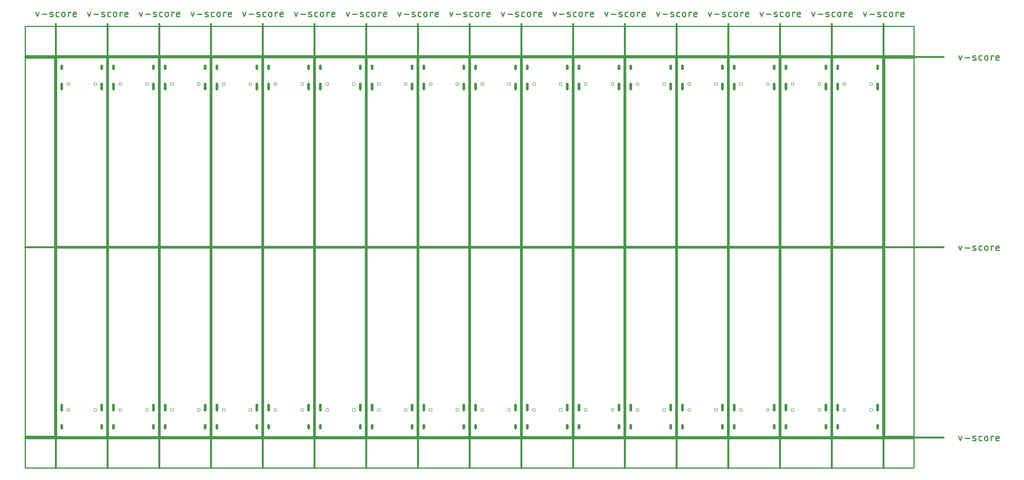
<source format=gko>
G04 EAGLE Gerber RS-274X export*
G75*
%MOMM*%
%FSLAX34Y34*%
%LPD*%
%IN*%
%IPPOS*%
%AMOC8*
5,1,8,0,0,1.08239X$1,22.5*%
G01*
%ADD10C,0.101600*%
%ADD11C,0.381000*%
%ADD12C,0.279400*%
%ADD13C,0.254000*%
%ADD14C,0.000000*%
%ADD15C,0.600000*%


D10*
X106680Y0D02*
X106680Y406400D01*
X0Y406400D01*
X0Y0D01*
X106680Y0D01*
X218440Y0D02*
X218440Y406400D01*
X111760Y406400D01*
X111760Y0D01*
X218440Y0D01*
X330200Y0D02*
X330200Y406400D01*
X223520Y406400D01*
X223520Y0D01*
X330200Y0D01*
X441960Y0D02*
X441960Y406400D01*
X335280Y406400D01*
X335280Y0D01*
X441960Y0D01*
X553720Y0D02*
X553720Y406400D01*
X447040Y406400D01*
X447040Y0D01*
X553720Y0D01*
X665480Y0D02*
X665480Y406400D01*
X558800Y406400D01*
X558800Y0D01*
X665480Y0D01*
X777240Y0D02*
X777240Y406400D01*
X670560Y406400D01*
X670560Y0D01*
X777240Y0D01*
X889000Y0D02*
X889000Y406400D01*
X782320Y406400D01*
X782320Y0D01*
X889000Y0D01*
X1000760Y0D02*
X1000760Y406400D01*
X894080Y406400D01*
X894080Y0D01*
X1000760Y0D01*
X1112520Y0D02*
X1112520Y406400D01*
X1005840Y406400D01*
X1005840Y0D01*
X1112520Y0D01*
X1224280Y0D02*
X1224280Y406400D01*
X1117600Y406400D01*
X1117600Y0D01*
X1224280Y0D01*
X1336040Y0D02*
X1336040Y406400D01*
X1229360Y406400D01*
X1229360Y0D01*
X1336040Y0D01*
X1447800Y0D02*
X1447800Y406400D01*
X1341120Y406400D01*
X1341120Y0D01*
X1447800Y0D01*
X1559560Y0D02*
X1559560Y406400D01*
X1452880Y406400D01*
X1452880Y0D01*
X1559560Y0D01*
X1671320Y0D02*
X1671320Y406400D01*
X1564640Y406400D01*
X1564640Y0D01*
X1671320Y0D01*
X1783080Y0D02*
X1783080Y406400D01*
X1676400Y406400D01*
X1676400Y0D01*
X1783080Y0D01*
X0Y411480D02*
X0Y817880D01*
X0Y411480D02*
X106680Y411480D01*
X106680Y817880D01*
X0Y817880D01*
X111760Y817880D02*
X111760Y411480D01*
X218440Y411480D01*
X218440Y817880D01*
X111760Y817880D01*
X223520Y817880D02*
X223520Y411480D01*
X330200Y411480D01*
X330200Y817880D01*
X223520Y817880D01*
X335280Y817880D02*
X335280Y411480D01*
X441960Y411480D01*
X441960Y817880D01*
X335280Y817880D01*
X447040Y817880D02*
X447040Y411480D01*
X553720Y411480D01*
X553720Y817880D01*
X447040Y817880D01*
X558800Y817880D02*
X558800Y411480D01*
X665480Y411480D01*
X665480Y817880D01*
X558800Y817880D01*
X670560Y817880D02*
X670560Y411480D01*
X777240Y411480D01*
X777240Y817880D01*
X670560Y817880D01*
X782320Y817880D02*
X782320Y411480D01*
X889000Y411480D01*
X889000Y817880D01*
X782320Y817880D01*
X894080Y817880D02*
X894080Y411480D01*
X1000760Y411480D01*
X1000760Y817880D01*
X894080Y817880D01*
X1005840Y817880D02*
X1005840Y411480D01*
X1112520Y411480D01*
X1112520Y817880D01*
X1005840Y817880D01*
X1117600Y817880D02*
X1117600Y411480D01*
X1224280Y411480D01*
X1224280Y817880D01*
X1117600Y817880D01*
X1229360Y817880D02*
X1229360Y411480D01*
X1336040Y411480D01*
X1336040Y817880D01*
X1229360Y817880D01*
X1341120Y817880D02*
X1341120Y411480D01*
X1447800Y411480D01*
X1447800Y817880D01*
X1341120Y817880D01*
X1452880Y817880D02*
X1452880Y411480D01*
X1559560Y411480D01*
X1559560Y817880D01*
X1452880Y817880D01*
X1564640Y817880D02*
X1564640Y411480D01*
X1671320Y411480D01*
X1671320Y817880D01*
X1564640Y817880D01*
X1676400Y817880D02*
X1676400Y411480D01*
X1783080Y411480D01*
X1783080Y817880D01*
X1676400Y817880D01*
D11*
X-2540Y891540D02*
X-2540Y-68580D01*
D12*
X-42921Y906907D02*
X-46251Y916898D01*
X-39590Y916898D02*
X-42921Y906907D01*
X-32806Y912735D02*
X-22815Y912735D01*
X-14261Y912735D02*
X-10098Y911070D01*
X-14261Y912734D02*
X-14346Y912770D01*
X-14429Y912810D01*
X-14510Y912853D01*
X-14590Y912900D01*
X-14667Y912950D01*
X-14743Y913003D01*
X-14816Y913059D01*
X-14886Y913119D01*
X-14954Y913181D01*
X-15019Y913246D01*
X-15081Y913314D01*
X-15141Y913385D01*
X-15197Y913458D01*
X-15250Y913533D01*
X-15300Y913611D01*
X-15346Y913690D01*
X-15389Y913772D01*
X-15429Y913855D01*
X-15465Y913940D01*
X-15497Y914026D01*
X-15526Y914114D01*
X-15550Y914203D01*
X-15571Y914293D01*
X-15588Y914383D01*
X-15602Y914474D01*
X-15611Y914566D01*
X-15616Y914658D01*
X-15618Y914750D01*
X-15616Y914842D01*
X-15609Y914934D01*
X-15599Y915026D01*
X-15585Y915117D01*
X-15567Y915208D01*
X-15545Y915297D01*
X-15519Y915386D01*
X-15489Y915473D01*
X-15456Y915559D01*
X-15419Y915643D01*
X-15379Y915726D01*
X-15335Y915807D01*
X-15288Y915886D01*
X-15237Y915963D01*
X-15183Y916038D01*
X-15126Y916111D01*
X-15066Y916181D01*
X-15003Y916248D01*
X-14937Y916312D01*
X-14869Y916374D01*
X-14798Y916433D01*
X-14724Y916488D01*
X-14648Y916541D01*
X-14570Y916590D01*
X-14490Y916636D01*
X-14409Y916678D01*
X-14325Y916717D01*
X-14240Y916752D01*
X-14153Y916783D01*
X-14065Y916811D01*
X-13976Y916835D01*
X-13886Y916855D01*
X-13796Y916872D01*
X-13704Y916884D01*
X-13612Y916893D01*
X-13520Y916897D01*
X-13428Y916898D01*
X-13201Y916892D01*
X-12974Y916881D01*
X-12747Y916864D01*
X-12521Y916841D01*
X-12295Y916814D01*
X-12070Y916780D01*
X-11846Y916742D01*
X-11623Y916698D01*
X-11401Y916649D01*
X-11180Y916594D01*
X-10961Y916534D01*
X-10743Y916469D01*
X-10527Y916398D01*
X-10313Y916323D01*
X-10100Y916242D01*
X-9890Y916156D01*
X-9681Y916065D01*
X-10098Y911070D02*
X-10013Y911034D01*
X-9930Y910994D01*
X-9849Y910951D01*
X-9769Y910904D01*
X-9692Y910854D01*
X-9616Y910801D01*
X-9543Y910745D01*
X-9473Y910685D01*
X-9405Y910623D01*
X-9340Y910558D01*
X-9278Y910490D01*
X-9218Y910419D01*
X-9162Y910346D01*
X-9109Y910271D01*
X-9059Y910193D01*
X-9013Y910114D01*
X-8970Y910032D01*
X-8930Y909949D01*
X-8894Y909864D01*
X-8862Y909778D01*
X-8833Y909690D01*
X-8809Y909601D01*
X-8788Y909511D01*
X-8771Y909421D01*
X-8757Y909330D01*
X-8748Y909238D01*
X-8743Y909146D01*
X-8741Y909054D01*
X-8743Y908962D01*
X-8750Y908870D01*
X-8760Y908778D01*
X-8774Y908687D01*
X-8792Y908596D01*
X-8814Y908507D01*
X-8840Y908418D01*
X-8870Y908331D01*
X-8903Y908245D01*
X-8940Y908161D01*
X-8980Y908078D01*
X-9024Y907997D01*
X-9071Y907918D01*
X-9122Y907841D01*
X-9176Y907766D01*
X-9233Y907693D01*
X-9293Y907623D01*
X-9356Y907556D01*
X-9422Y907492D01*
X-9490Y907430D01*
X-9561Y907371D01*
X-9635Y907316D01*
X-9711Y907263D01*
X-9789Y907214D01*
X-9869Y907168D01*
X-9950Y907126D01*
X-10034Y907087D01*
X-10119Y907052D01*
X-10206Y907021D01*
X-10294Y906993D01*
X-10383Y906969D01*
X-10473Y906949D01*
X-10563Y906932D01*
X-10655Y906920D01*
X-10747Y906911D01*
X-10839Y906907D01*
X-10931Y906906D01*
X-10931Y906907D02*
X-11265Y906916D01*
X-11598Y906933D01*
X-11931Y906957D01*
X-12264Y906990D01*
X-12595Y907030D01*
X-12926Y907078D01*
X-13255Y907134D01*
X-13583Y907197D01*
X-13909Y907269D01*
X-14233Y907348D01*
X-14556Y907434D01*
X-14876Y907529D01*
X-15194Y907631D01*
X-15510Y907740D01*
X562Y906907D02*
X3892Y906907D01*
X562Y906907D02*
X464Y906909D01*
X366Y906915D01*
X268Y906924D01*
X171Y906938D01*
X75Y906955D01*
X-21Y906976D01*
X-116Y907001D01*
X-210Y907029D01*
X-303Y907061D01*
X-394Y907097D01*
X-484Y907136D01*
X-572Y907179D01*
X-659Y907226D01*
X-743Y907275D01*
X-826Y907328D01*
X-906Y907384D01*
X-985Y907443D01*
X-1060Y907506D01*
X-1134Y907571D01*
X-1204Y907639D01*
X-1272Y907709D01*
X-1338Y907783D01*
X-1400Y907859D01*
X-1459Y907937D01*
X-1515Y908017D01*
X-1568Y908100D01*
X-1618Y908184D01*
X-1664Y908271D01*
X-1707Y908359D01*
X-1746Y908449D01*
X-1782Y908540D01*
X-1814Y908633D01*
X-1842Y908727D01*
X-1867Y908822D01*
X-1888Y908918D01*
X-1905Y909014D01*
X-1919Y909111D01*
X-1928Y909209D01*
X-1934Y909307D01*
X-1936Y909405D01*
X-1936Y914400D01*
X-1934Y914498D01*
X-1928Y914596D01*
X-1919Y914694D01*
X-1905Y914791D01*
X-1888Y914887D01*
X-1867Y914983D01*
X-1842Y915078D01*
X-1814Y915172D01*
X-1782Y915265D01*
X-1746Y915356D01*
X-1707Y915446D01*
X-1664Y915534D01*
X-1617Y915621D01*
X-1568Y915705D01*
X-1515Y915788D01*
X-1459Y915868D01*
X-1400Y915946D01*
X-1337Y916022D01*
X-1272Y916096D01*
X-1204Y916166D01*
X-1134Y916234D01*
X-1060Y916299D01*
X-984Y916362D01*
X-906Y916421D01*
X-826Y916477D01*
X-743Y916530D01*
X-659Y916579D01*
X-572Y916626D01*
X-484Y916669D01*
X-394Y916708D01*
X-303Y916744D01*
X-210Y916776D01*
X-116Y916804D01*
X-21Y916829D01*
X75Y916850D01*
X171Y916867D01*
X268Y916881D01*
X366Y916890D01*
X464Y916896D01*
X562Y916898D01*
X3892Y916898D01*
X10022Y913567D02*
X10022Y910237D01*
X10022Y913567D02*
X10024Y913681D01*
X10030Y913794D01*
X10039Y913908D01*
X10053Y914020D01*
X10070Y914133D01*
X10092Y914245D01*
X10117Y914355D01*
X10145Y914465D01*
X10178Y914574D01*
X10214Y914682D01*
X10254Y914789D01*
X10298Y914894D01*
X10345Y914997D01*
X10395Y915099D01*
X10449Y915199D01*
X10507Y915297D01*
X10568Y915393D01*
X10631Y915487D01*
X10699Y915579D01*
X10769Y915669D01*
X10842Y915755D01*
X10918Y915840D01*
X10997Y915922D01*
X11079Y916001D01*
X11164Y916077D01*
X11250Y916150D01*
X11340Y916220D01*
X11432Y916288D01*
X11526Y916351D01*
X11622Y916412D01*
X11720Y916470D01*
X11820Y916524D01*
X11922Y916574D01*
X12025Y916621D01*
X12130Y916665D01*
X12237Y916705D01*
X12345Y916741D01*
X12454Y916774D01*
X12564Y916802D01*
X12674Y916827D01*
X12786Y916849D01*
X12899Y916866D01*
X13011Y916880D01*
X13125Y916889D01*
X13238Y916895D01*
X13352Y916897D01*
X13466Y916895D01*
X13579Y916889D01*
X13693Y916880D01*
X13805Y916866D01*
X13918Y916849D01*
X14030Y916827D01*
X14140Y916802D01*
X14250Y916774D01*
X14359Y916741D01*
X14467Y916705D01*
X14574Y916665D01*
X14679Y916621D01*
X14782Y916574D01*
X14884Y916524D01*
X14984Y916470D01*
X15082Y916412D01*
X15178Y916351D01*
X15272Y916288D01*
X15364Y916220D01*
X15454Y916150D01*
X15540Y916077D01*
X15625Y916001D01*
X15707Y915922D01*
X15786Y915840D01*
X15862Y915755D01*
X15935Y915669D01*
X16005Y915579D01*
X16073Y915487D01*
X16136Y915393D01*
X16197Y915297D01*
X16255Y915199D01*
X16309Y915099D01*
X16359Y914997D01*
X16406Y914894D01*
X16450Y914789D01*
X16490Y914682D01*
X16526Y914574D01*
X16559Y914465D01*
X16587Y914355D01*
X16612Y914245D01*
X16634Y914133D01*
X16651Y914020D01*
X16665Y913908D01*
X16674Y913794D01*
X16680Y913681D01*
X16682Y913567D01*
X16682Y910237D01*
X16680Y910123D01*
X16674Y910010D01*
X16665Y909896D01*
X16651Y909784D01*
X16634Y909671D01*
X16612Y909559D01*
X16587Y909449D01*
X16559Y909339D01*
X16526Y909230D01*
X16490Y909122D01*
X16450Y909015D01*
X16406Y908910D01*
X16359Y908807D01*
X16309Y908705D01*
X16255Y908605D01*
X16197Y908507D01*
X16136Y908411D01*
X16073Y908317D01*
X16005Y908225D01*
X15935Y908135D01*
X15862Y908049D01*
X15786Y907964D01*
X15707Y907882D01*
X15625Y907803D01*
X15540Y907727D01*
X15454Y907654D01*
X15364Y907584D01*
X15272Y907516D01*
X15178Y907453D01*
X15082Y907392D01*
X14984Y907334D01*
X14884Y907280D01*
X14782Y907230D01*
X14679Y907183D01*
X14574Y907139D01*
X14467Y907099D01*
X14359Y907063D01*
X14250Y907030D01*
X14140Y907002D01*
X14030Y906977D01*
X13918Y906955D01*
X13805Y906938D01*
X13693Y906924D01*
X13579Y906915D01*
X13466Y906909D01*
X13352Y906907D01*
X13238Y906909D01*
X13125Y906915D01*
X13011Y906924D01*
X12899Y906938D01*
X12786Y906955D01*
X12674Y906977D01*
X12564Y907002D01*
X12454Y907030D01*
X12345Y907063D01*
X12237Y907099D01*
X12130Y907139D01*
X12025Y907183D01*
X11922Y907230D01*
X11820Y907280D01*
X11720Y907334D01*
X11622Y907392D01*
X11526Y907453D01*
X11432Y907516D01*
X11340Y907584D01*
X11250Y907654D01*
X11164Y907727D01*
X11079Y907803D01*
X10997Y907882D01*
X10918Y907964D01*
X10842Y908049D01*
X10769Y908135D01*
X10699Y908225D01*
X10631Y908317D01*
X10568Y908411D01*
X10507Y908507D01*
X10449Y908605D01*
X10395Y908705D01*
X10345Y908807D01*
X10298Y908910D01*
X10254Y909015D01*
X10214Y909122D01*
X10178Y909230D01*
X10145Y909339D01*
X10117Y909449D01*
X10092Y909559D01*
X10070Y909671D01*
X10053Y909784D01*
X10039Y909896D01*
X10030Y910010D01*
X10024Y910123D01*
X10022Y910237D01*
X24218Y906907D02*
X24218Y916898D01*
X29213Y916898D01*
X29213Y915233D01*
X37008Y906907D02*
X41171Y906907D01*
X37008Y906907D02*
X36910Y906909D01*
X36812Y906915D01*
X36714Y906924D01*
X36617Y906938D01*
X36521Y906955D01*
X36425Y906976D01*
X36330Y907001D01*
X36236Y907029D01*
X36143Y907061D01*
X36052Y907097D01*
X35962Y907136D01*
X35874Y907179D01*
X35787Y907226D01*
X35703Y907275D01*
X35620Y907328D01*
X35540Y907384D01*
X35462Y907443D01*
X35386Y907506D01*
X35312Y907571D01*
X35242Y907639D01*
X35174Y907709D01*
X35109Y907783D01*
X35046Y907859D01*
X34987Y907937D01*
X34931Y908017D01*
X34878Y908100D01*
X34829Y908184D01*
X34782Y908271D01*
X34739Y908359D01*
X34700Y908449D01*
X34664Y908540D01*
X34632Y908633D01*
X34604Y908727D01*
X34579Y908822D01*
X34558Y908918D01*
X34541Y909014D01*
X34527Y909111D01*
X34518Y909209D01*
X34512Y909307D01*
X34510Y909405D01*
X34510Y913567D01*
X34511Y913567D02*
X34513Y913681D01*
X34519Y913794D01*
X34528Y913908D01*
X34542Y914020D01*
X34559Y914133D01*
X34581Y914245D01*
X34606Y914355D01*
X34634Y914465D01*
X34667Y914574D01*
X34703Y914682D01*
X34743Y914789D01*
X34787Y914894D01*
X34834Y914997D01*
X34884Y915099D01*
X34938Y915199D01*
X34996Y915297D01*
X35057Y915393D01*
X35120Y915487D01*
X35188Y915579D01*
X35258Y915669D01*
X35331Y915755D01*
X35407Y915840D01*
X35486Y915922D01*
X35568Y916001D01*
X35653Y916077D01*
X35739Y916150D01*
X35829Y916220D01*
X35921Y916288D01*
X36015Y916351D01*
X36111Y916412D01*
X36209Y916470D01*
X36309Y916524D01*
X36411Y916574D01*
X36514Y916621D01*
X36619Y916665D01*
X36726Y916705D01*
X36834Y916741D01*
X36943Y916774D01*
X37053Y916802D01*
X37163Y916827D01*
X37275Y916849D01*
X37388Y916866D01*
X37500Y916880D01*
X37614Y916889D01*
X37727Y916895D01*
X37841Y916897D01*
X37955Y916895D01*
X38068Y916889D01*
X38182Y916880D01*
X38294Y916866D01*
X38407Y916849D01*
X38519Y916827D01*
X38629Y916802D01*
X38739Y916774D01*
X38848Y916741D01*
X38956Y916705D01*
X39063Y916665D01*
X39168Y916621D01*
X39271Y916574D01*
X39373Y916524D01*
X39473Y916470D01*
X39571Y916412D01*
X39667Y916351D01*
X39761Y916288D01*
X39853Y916220D01*
X39943Y916150D01*
X40029Y916077D01*
X40114Y916001D01*
X40196Y915922D01*
X40275Y915840D01*
X40351Y915755D01*
X40424Y915669D01*
X40494Y915579D01*
X40562Y915487D01*
X40625Y915393D01*
X40686Y915297D01*
X40744Y915199D01*
X40798Y915099D01*
X40848Y914997D01*
X40895Y914894D01*
X40939Y914789D01*
X40979Y914682D01*
X41015Y914574D01*
X41048Y914465D01*
X41076Y914355D01*
X41101Y914245D01*
X41123Y914133D01*
X41140Y914020D01*
X41154Y913908D01*
X41163Y913794D01*
X41169Y913681D01*
X41171Y913567D01*
X41171Y911902D01*
X34510Y911902D01*
D11*
X109220Y891540D02*
X109220Y-68580D01*
D12*
X68839Y906907D02*
X65509Y916898D01*
X72170Y916898D02*
X68839Y906907D01*
X78954Y912735D02*
X88945Y912735D01*
X97499Y912735D02*
X101662Y911070D01*
X97499Y912734D02*
X97414Y912770D01*
X97331Y912810D01*
X97250Y912853D01*
X97170Y912900D01*
X97093Y912950D01*
X97017Y913003D01*
X96944Y913059D01*
X96874Y913119D01*
X96806Y913181D01*
X96741Y913246D01*
X96679Y913314D01*
X96619Y913385D01*
X96563Y913458D01*
X96510Y913533D01*
X96460Y913611D01*
X96414Y913690D01*
X96371Y913772D01*
X96331Y913855D01*
X96295Y913940D01*
X96263Y914026D01*
X96234Y914114D01*
X96210Y914203D01*
X96189Y914293D01*
X96172Y914383D01*
X96158Y914474D01*
X96149Y914566D01*
X96144Y914658D01*
X96142Y914750D01*
X96144Y914842D01*
X96151Y914934D01*
X96161Y915026D01*
X96175Y915117D01*
X96193Y915208D01*
X96215Y915297D01*
X96241Y915386D01*
X96271Y915473D01*
X96304Y915559D01*
X96341Y915643D01*
X96381Y915726D01*
X96425Y915807D01*
X96472Y915886D01*
X96523Y915963D01*
X96577Y916038D01*
X96634Y916111D01*
X96694Y916181D01*
X96757Y916248D01*
X96823Y916312D01*
X96891Y916374D01*
X96962Y916433D01*
X97036Y916488D01*
X97112Y916541D01*
X97190Y916590D01*
X97270Y916636D01*
X97351Y916678D01*
X97435Y916717D01*
X97520Y916752D01*
X97607Y916783D01*
X97695Y916811D01*
X97784Y916835D01*
X97874Y916855D01*
X97964Y916872D01*
X98056Y916884D01*
X98148Y916893D01*
X98240Y916897D01*
X98332Y916898D01*
X98559Y916892D01*
X98786Y916881D01*
X99013Y916864D01*
X99239Y916841D01*
X99465Y916814D01*
X99690Y916780D01*
X99914Y916742D01*
X100137Y916698D01*
X100359Y916649D01*
X100580Y916594D01*
X100799Y916534D01*
X101017Y916469D01*
X101233Y916398D01*
X101447Y916323D01*
X101660Y916242D01*
X101870Y916156D01*
X102079Y916065D01*
X101662Y911070D02*
X101747Y911034D01*
X101830Y910994D01*
X101911Y910951D01*
X101991Y910904D01*
X102068Y910854D01*
X102144Y910801D01*
X102217Y910745D01*
X102287Y910685D01*
X102355Y910623D01*
X102420Y910558D01*
X102482Y910490D01*
X102542Y910419D01*
X102598Y910346D01*
X102651Y910271D01*
X102701Y910193D01*
X102747Y910114D01*
X102790Y910032D01*
X102830Y909949D01*
X102866Y909864D01*
X102898Y909778D01*
X102927Y909690D01*
X102951Y909601D01*
X102972Y909511D01*
X102989Y909421D01*
X103003Y909330D01*
X103012Y909238D01*
X103017Y909146D01*
X103019Y909054D01*
X103017Y908962D01*
X103010Y908870D01*
X103000Y908778D01*
X102986Y908687D01*
X102968Y908596D01*
X102946Y908507D01*
X102920Y908418D01*
X102890Y908331D01*
X102857Y908245D01*
X102820Y908161D01*
X102780Y908078D01*
X102736Y907997D01*
X102689Y907918D01*
X102638Y907841D01*
X102584Y907766D01*
X102527Y907693D01*
X102467Y907623D01*
X102404Y907556D01*
X102338Y907492D01*
X102270Y907430D01*
X102199Y907371D01*
X102125Y907316D01*
X102049Y907263D01*
X101971Y907214D01*
X101891Y907168D01*
X101810Y907126D01*
X101726Y907087D01*
X101641Y907052D01*
X101554Y907021D01*
X101466Y906993D01*
X101377Y906969D01*
X101287Y906949D01*
X101197Y906932D01*
X101105Y906920D01*
X101013Y906911D01*
X100921Y906907D01*
X100829Y906906D01*
X100829Y906907D02*
X100495Y906916D01*
X100162Y906933D01*
X99829Y906957D01*
X99496Y906990D01*
X99165Y907030D01*
X98834Y907078D01*
X98505Y907134D01*
X98177Y907197D01*
X97851Y907269D01*
X97527Y907348D01*
X97204Y907434D01*
X96884Y907529D01*
X96566Y907631D01*
X96250Y907740D01*
X112322Y906907D02*
X115652Y906907D01*
X112322Y906907D02*
X112224Y906909D01*
X112126Y906915D01*
X112028Y906924D01*
X111931Y906938D01*
X111835Y906955D01*
X111739Y906976D01*
X111644Y907001D01*
X111550Y907029D01*
X111457Y907061D01*
X111366Y907097D01*
X111276Y907136D01*
X111188Y907179D01*
X111101Y907226D01*
X111017Y907275D01*
X110934Y907328D01*
X110854Y907384D01*
X110776Y907443D01*
X110700Y907506D01*
X110626Y907571D01*
X110556Y907639D01*
X110488Y907709D01*
X110423Y907783D01*
X110360Y907859D01*
X110301Y907937D01*
X110245Y908017D01*
X110192Y908100D01*
X110143Y908184D01*
X110096Y908271D01*
X110053Y908359D01*
X110014Y908449D01*
X109978Y908540D01*
X109946Y908633D01*
X109918Y908727D01*
X109893Y908822D01*
X109872Y908918D01*
X109855Y909014D01*
X109841Y909111D01*
X109832Y909209D01*
X109826Y909307D01*
X109824Y909405D01*
X109824Y914400D01*
X109826Y914498D01*
X109832Y914596D01*
X109841Y914694D01*
X109855Y914791D01*
X109872Y914887D01*
X109893Y914983D01*
X109918Y915078D01*
X109946Y915172D01*
X109978Y915265D01*
X110014Y915356D01*
X110053Y915446D01*
X110096Y915534D01*
X110143Y915621D01*
X110192Y915705D01*
X110245Y915788D01*
X110301Y915868D01*
X110360Y915947D01*
X110423Y916022D01*
X110488Y916096D01*
X110556Y916166D01*
X110626Y916234D01*
X110700Y916300D01*
X110776Y916362D01*
X110854Y916421D01*
X110934Y916477D01*
X111017Y916530D01*
X111101Y916580D01*
X111188Y916626D01*
X111276Y916669D01*
X111366Y916708D01*
X111457Y916744D01*
X111550Y916776D01*
X111644Y916804D01*
X111739Y916829D01*
X111835Y916850D01*
X111931Y916867D01*
X112028Y916881D01*
X112126Y916890D01*
X112224Y916896D01*
X112322Y916898D01*
X115652Y916898D01*
X121782Y913567D02*
X121782Y910237D01*
X121782Y913567D02*
X121784Y913681D01*
X121790Y913794D01*
X121799Y913908D01*
X121813Y914020D01*
X121830Y914133D01*
X121852Y914245D01*
X121877Y914355D01*
X121905Y914465D01*
X121938Y914574D01*
X121974Y914682D01*
X122014Y914789D01*
X122058Y914894D01*
X122105Y914997D01*
X122155Y915099D01*
X122209Y915199D01*
X122267Y915297D01*
X122328Y915393D01*
X122391Y915487D01*
X122459Y915579D01*
X122529Y915669D01*
X122602Y915755D01*
X122678Y915840D01*
X122757Y915922D01*
X122839Y916001D01*
X122924Y916077D01*
X123010Y916150D01*
X123100Y916220D01*
X123192Y916288D01*
X123286Y916351D01*
X123382Y916412D01*
X123480Y916470D01*
X123580Y916524D01*
X123682Y916574D01*
X123785Y916621D01*
X123890Y916665D01*
X123997Y916705D01*
X124105Y916741D01*
X124214Y916774D01*
X124324Y916802D01*
X124434Y916827D01*
X124546Y916849D01*
X124659Y916866D01*
X124771Y916880D01*
X124885Y916889D01*
X124998Y916895D01*
X125112Y916897D01*
X125226Y916895D01*
X125339Y916889D01*
X125453Y916880D01*
X125565Y916866D01*
X125678Y916849D01*
X125790Y916827D01*
X125900Y916802D01*
X126010Y916774D01*
X126119Y916741D01*
X126227Y916705D01*
X126334Y916665D01*
X126439Y916621D01*
X126542Y916574D01*
X126644Y916524D01*
X126744Y916470D01*
X126842Y916412D01*
X126938Y916351D01*
X127032Y916288D01*
X127124Y916220D01*
X127214Y916150D01*
X127300Y916077D01*
X127385Y916001D01*
X127467Y915922D01*
X127546Y915840D01*
X127622Y915755D01*
X127695Y915669D01*
X127765Y915579D01*
X127833Y915487D01*
X127896Y915393D01*
X127957Y915297D01*
X128015Y915199D01*
X128069Y915099D01*
X128119Y914997D01*
X128166Y914894D01*
X128210Y914789D01*
X128250Y914682D01*
X128286Y914574D01*
X128319Y914465D01*
X128347Y914355D01*
X128372Y914245D01*
X128394Y914133D01*
X128411Y914020D01*
X128425Y913908D01*
X128434Y913794D01*
X128440Y913681D01*
X128442Y913567D01*
X128442Y910237D01*
X128440Y910123D01*
X128434Y910010D01*
X128425Y909896D01*
X128411Y909784D01*
X128394Y909671D01*
X128372Y909559D01*
X128347Y909449D01*
X128319Y909339D01*
X128286Y909230D01*
X128250Y909122D01*
X128210Y909015D01*
X128166Y908910D01*
X128119Y908807D01*
X128069Y908705D01*
X128015Y908605D01*
X127957Y908507D01*
X127896Y908411D01*
X127833Y908317D01*
X127765Y908225D01*
X127695Y908135D01*
X127622Y908049D01*
X127546Y907964D01*
X127467Y907882D01*
X127385Y907803D01*
X127300Y907727D01*
X127214Y907654D01*
X127124Y907584D01*
X127032Y907516D01*
X126938Y907453D01*
X126842Y907392D01*
X126744Y907334D01*
X126644Y907280D01*
X126542Y907230D01*
X126439Y907183D01*
X126334Y907139D01*
X126227Y907099D01*
X126119Y907063D01*
X126010Y907030D01*
X125900Y907002D01*
X125790Y906977D01*
X125678Y906955D01*
X125565Y906938D01*
X125453Y906924D01*
X125339Y906915D01*
X125226Y906909D01*
X125112Y906907D01*
X124998Y906909D01*
X124885Y906915D01*
X124771Y906924D01*
X124659Y906938D01*
X124546Y906955D01*
X124434Y906977D01*
X124324Y907002D01*
X124214Y907030D01*
X124105Y907063D01*
X123997Y907099D01*
X123890Y907139D01*
X123785Y907183D01*
X123682Y907230D01*
X123580Y907280D01*
X123480Y907334D01*
X123382Y907392D01*
X123286Y907453D01*
X123192Y907516D01*
X123100Y907584D01*
X123010Y907654D01*
X122924Y907727D01*
X122839Y907803D01*
X122757Y907882D01*
X122678Y907964D01*
X122602Y908049D01*
X122529Y908135D01*
X122459Y908225D01*
X122391Y908317D01*
X122328Y908411D01*
X122267Y908507D01*
X122209Y908605D01*
X122155Y908705D01*
X122105Y908807D01*
X122058Y908910D01*
X122014Y909015D01*
X121974Y909122D01*
X121938Y909230D01*
X121905Y909339D01*
X121877Y909449D01*
X121852Y909559D01*
X121830Y909671D01*
X121813Y909784D01*
X121799Y909896D01*
X121790Y910010D01*
X121784Y910123D01*
X121782Y910237D01*
X135978Y906907D02*
X135978Y916898D01*
X140973Y916898D01*
X140973Y915233D01*
X148768Y906907D02*
X152931Y906907D01*
X148768Y906907D02*
X148670Y906909D01*
X148572Y906915D01*
X148474Y906924D01*
X148377Y906938D01*
X148281Y906955D01*
X148185Y906976D01*
X148090Y907001D01*
X147996Y907029D01*
X147903Y907061D01*
X147812Y907097D01*
X147722Y907136D01*
X147634Y907179D01*
X147547Y907226D01*
X147463Y907275D01*
X147380Y907328D01*
X147300Y907384D01*
X147222Y907443D01*
X147146Y907506D01*
X147072Y907571D01*
X147002Y907639D01*
X146934Y907709D01*
X146869Y907783D01*
X146806Y907859D01*
X146747Y907937D01*
X146691Y908017D01*
X146638Y908100D01*
X146589Y908184D01*
X146542Y908271D01*
X146499Y908359D01*
X146460Y908449D01*
X146424Y908540D01*
X146392Y908633D01*
X146364Y908727D01*
X146339Y908822D01*
X146318Y908918D01*
X146301Y909014D01*
X146287Y909111D01*
X146278Y909209D01*
X146272Y909307D01*
X146270Y909405D01*
X146270Y913567D01*
X146271Y913567D02*
X146273Y913681D01*
X146279Y913794D01*
X146288Y913908D01*
X146302Y914020D01*
X146319Y914133D01*
X146341Y914245D01*
X146366Y914355D01*
X146394Y914465D01*
X146427Y914574D01*
X146463Y914682D01*
X146503Y914789D01*
X146547Y914894D01*
X146594Y914997D01*
X146644Y915099D01*
X146698Y915199D01*
X146756Y915297D01*
X146817Y915393D01*
X146880Y915487D01*
X146948Y915579D01*
X147018Y915669D01*
X147091Y915755D01*
X147167Y915840D01*
X147246Y915922D01*
X147328Y916001D01*
X147413Y916077D01*
X147499Y916150D01*
X147589Y916220D01*
X147681Y916288D01*
X147775Y916351D01*
X147871Y916412D01*
X147969Y916470D01*
X148069Y916524D01*
X148171Y916574D01*
X148274Y916621D01*
X148379Y916665D01*
X148486Y916705D01*
X148594Y916741D01*
X148703Y916774D01*
X148813Y916802D01*
X148923Y916827D01*
X149035Y916849D01*
X149148Y916866D01*
X149260Y916880D01*
X149374Y916889D01*
X149487Y916895D01*
X149601Y916897D01*
X149715Y916895D01*
X149828Y916889D01*
X149942Y916880D01*
X150054Y916866D01*
X150167Y916849D01*
X150279Y916827D01*
X150389Y916802D01*
X150499Y916774D01*
X150608Y916741D01*
X150716Y916705D01*
X150823Y916665D01*
X150928Y916621D01*
X151031Y916574D01*
X151133Y916524D01*
X151233Y916470D01*
X151331Y916412D01*
X151427Y916351D01*
X151521Y916288D01*
X151613Y916220D01*
X151703Y916150D01*
X151789Y916077D01*
X151874Y916001D01*
X151956Y915922D01*
X152035Y915840D01*
X152111Y915755D01*
X152184Y915669D01*
X152254Y915579D01*
X152322Y915487D01*
X152385Y915393D01*
X152446Y915297D01*
X152504Y915199D01*
X152558Y915099D01*
X152608Y914997D01*
X152655Y914894D01*
X152699Y914789D01*
X152739Y914682D01*
X152775Y914574D01*
X152808Y914465D01*
X152836Y914355D01*
X152861Y914245D01*
X152883Y914133D01*
X152900Y914020D01*
X152914Y913908D01*
X152923Y913794D01*
X152929Y913681D01*
X152931Y913567D01*
X152931Y911902D01*
X146270Y911902D01*
D11*
X220980Y891540D02*
X220980Y-68580D01*
D12*
X180599Y906907D02*
X177269Y916898D01*
X183930Y916898D02*
X180599Y906907D01*
X190714Y912735D02*
X200705Y912735D01*
X209259Y912735D02*
X213422Y911070D01*
X209259Y912734D02*
X209174Y912770D01*
X209091Y912810D01*
X209010Y912853D01*
X208930Y912900D01*
X208853Y912950D01*
X208777Y913003D01*
X208704Y913059D01*
X208634Y913119D01*
X208566Y913181D01*
X208501Y913246D01*
X208439Y913314D01*
X208379Y913385D01*
X208323Y913458D01*
X208270Y913533D01*
X208220Y913611D01*
X208174Y913690D01*
X208131Y913772D01*
X208091Y913855D01*
X208055Y913940D01*
X208023Y914026D01*
X207994Y914114D01*
X207970Y914203D01*
X207949Y914293D01*
X207932Y914383D01*
X207918Y914474D01*
X207909Y914566D01*
X207904Y914658D01*
X207902Y914750D01*
X207904Y914842D01*
X207911Y914934D01*
X207921Y915026D01*
X207935Y915117D01*
X207953Y915208D01*
X207975Y915297D01*
X208001Y915386D01*
X208031Y915473D01*
X208064Y915559D01*
X208101Y915643D01*
X208141Y915726D01*
X208185Y915807D01*
X208232Y915886D01*
X208283Y915963D01*
X208337Y916038D01*
X208394Y916111D01*
X208454Y916181D01*
X208517Y916248D01*
X208583Y916312D01*
X208651Y916374D01*
X208722Y916433D01*
X208796Y916488D01*
X208872Y916541D01*
X208950Y916590D01*
X209030Y916636D01*
X209111Y916678D01*
X209195Y916717D01*
X209280Y916752D01*
X209367Y916783D01*
X209455Y916811D01*
X209544Y916835D01*
X209634Y916855D01*
X209724Y916872D01*
X209816Y916884D01*
X209908Y916893D01*
X210000Y916897D01*
X210092Y916898D01*
X210319Y916892D01*
X210546Y916881D01*
X210773Y916864D01*
X210999Y916841D01*
X211225Y916814D01*
X211450Y916780D01*
X211674Y916742D01*
X211897Y916698D01*
X212119Y916649D01*
X212340Y916594D01*
X212559Y916534D01*
X212777Y916469D01*
X212993Y916398D01*
X213207Y916323D01*
X213420Y916242D01*
X213630Y916156D01*
X213839Y916065D01*
X213422Y911070D02*
X213507Y911034D01*
X213590Y910994D01*
X213671Y910951D01*
X213751Y910904D01*
X213828Y910854D01*
X213904Y910801D01*
X213977Y910745D01*
X214047Y910685D01*
X214115Y910623D01*
X214180Y910558D01*
X214242Y910490D01*
X214302Y910419D01*
X214358Y910346D01*
X214411Y910271D01*
X214461Y910193D01*
X214507Y910114D01*
X214550Y910032D01*
X214590Y909949D01*
X214626Y909864D01*
X214658Y909778D01*
X214687Y909690D01*
X214711Y909601D01*
X214732Y909511D01*
X214749Y909421D01*
X214763Y909330D01*
X214772Y909238D01*
X214777Y909146D01*
X214779Y909054D01*
X214777Y908962D01*
X214770Y908870D01*
X214760Y908778D01*
X214746Y908687D01*
X214728Y908596D01*
X214706Y908507D01*
X214680Y908418D01*
X214650Y908331D01*
X214617Y908245D01*
X214580Y908161D01*
X214540Y908078D01*
X214496Y907997D01*
X214449Y907918D01*
X214398Y907841D01*
X214344Y907766D01*
X214287Y907693D01*
X214227Y907623D01*
X214164Y907556D01*
X214098Y907492D01*
X214030Y907430D01*
X213959Y907371D01*
X213885Y907316D01*
X213809Y907263D01*
X213731Y907214D01*
X213651Y907168D01*
X213570Y907126D01*
X213486Y907087D01*
X213401Y907052D01*
X213314Y907021D01*
X213226Y906993D01*
X213137Y906969D01*
X213047Y906949D01*
X212957Y906932D01*
X212865Y906920D01*
X212773Y906911D01*
X212681Y906907D01*
X212589Y906906D01*
X212589Y906907D02*
X212255Y906916D01*
X211922Y906933D01*
X211589Y906957D01*
X211256Y906990D01*
X210925Y907030D01*
X210594Y907078D01*
X210265Y907134D01*
X209937Y907197D01*
X209611Y907269D01*
X209287Y907348D01*
X208964Y907434D01*
X208644Y907529D01*
X208326Y907631D01*
X208010Y907740D01*
X224082Y906907D02*
X227412Y906907D01*
X224082Y906907D02*
X223984Y906909D01*
X223886Y906915D01*
X223788Y906924D01*
X223691Y906938D01*
X223595Y906955D01*
X223499Y906976D01*
X223404Y907001D01*
X223310Y907029D01*
X223217Y907061D01*
X223126Y907097D01*
X223036Y907136D01*
X222948Y907179D01*
X222861Y907226D01*
X222777Y907275D01*
X222694Y907328D01*
X222614Y907384D01*
X222536Y907443D01*
X222460Y907506D01*
X222386Y907571D01*
X222316Y907639D01*
X222248Y907709D01*
X222183Y907783D01*
X222120Y907859D01*
X222061Y907937D01*
X222005Y908017D01*
X221952Y908100D01*
X221903Y908184D01*
X221856Y908271D01*
X221813Y908359D01*
X221774Y908449D01*
X221738Y908540D01*
X221706Y908633D01*
X221678Y908727D01*
X221653Y908822D01*
X221632Y908918D01*
X221615Y909014D01*
X221601Y909111D01*
X221592Y909209D01*
X221586Y909307D01*
X221584Y909405D01*
X221584Y914400D01*
X221586Y914498D01*
X221592Y914596D01*
X221601Y914694D01*
X221615Y914791D01*
X221632Y914887D01*
X221653Y914983D01*
X221678Y915078D01*
X221706Y915172D01*
X221738Y915265D01*
X221774Y915356D01*
X221813Y915446D01*
X221856Y915534D01*
X221903Y915621D01*
X221952Y915705D01*
X222005Y915788D01*
X222061Y915868D01*
X222120Y915947D01*
X222183Y916022D01*
X222248Y916096D01*
X222316Y916166D01*
X222386Y916234D01*
X222460Y916300D01*
X222536Y916362D01*
X222614Y916421D01*
X222694Y916477D01*
X222777Y916530D01*
X222861Y916580D01*
X222948Y916626D01*
X223036Y916669D01*
X223126Y916708D01*
X223217Y916744D01*
X223310Y916776D01*
X223404Y916804D01*
X223499Y916829D01*
X223595Y916850D01*
X223691Y916867D01*
X223788Y916881D01*
X223886Y916890D01*
X223984Y916896D01*
X224082Y916898D01*
X227412Y916898D01*
X233542Y913567D02*
X233542Y910237D01*
X233542Y913567D02*
X233544Y913681D01*
X233550Y913794D01*
X233559Y913908D01*
X233573Y914020D01*
X233590Y914133D01*
X233612Y914245D01*
X233637Y914355D01*
X233665Y914465D01*
X233698Y914574D01*
X233734Y914682D01*
X233774Y914789D01*
X233818Y914894D01*
X233865Y914997D01*
X233915Y915099D01*
X233969Y915199D01*
X234027Y915297D01*
X234088Y915393D01*
X234151Y915487D01*
X234219Y915579D01*
X234289Y915669D01*
X234362Y915755D01*
X234438Y915840D01*
X234517Y915922D01*
X234599Y916001D01*
X234684Y916077D01*
X234770Y916150D01*
X234860Y916220D01*
X234952Y916288D01*
X235046Y916351D01*
X235142Y916412D01*
X235240Y916470D01*
X235340Y916524D01*
X235442Y916574D01*
X235545Y916621D01*
X235650Y916665D01*
X235757Y916705D01*
X235865Y916741D01*
X235974Y916774D01*
X236084Y916802D01*
X236194Y916827D01*
X236306Y916849D01*
X236419Y916866D01*
X236531Y916880D01*
X236645Y916889D01*
X236758Y916895D01*
X236872Y916897D01*
X236986Y916895D01*
X237099Y916889D01*
X237213Y916880D01*
X237325Y916866D01*
X237438Y916849D01*
X237550Y916827D01*
X237660Y916802D01*
X237770Y916774D01*
X237879Y916741D01*
X237987Y916705D01*
X238094Y916665D01*
X238199Y916621D01*
X238302Y916574D01*
X238404Y916524D01*
X238504Y916470D01*
X238602Y916412D01*
X238698Y916351D01*
X238792Y916288D01*
X238884Y916220D01*
X238974Y916150D01*
X239060Y916077D01*
X239145Y916001D01*
X239227Y915922D01*
X239306Y915840D01*
X239382Y915755D01*
X239455Y915669D01*
X239525Y915579D01*
X239593Y915487D01*
X239656Y915393D01*
X239717Y915297D01*
X239775Y915199D01*
X239829Y915099D01*
X239879Y914997D01*
X239926Y914894D01*
X239970Y914789D01*
X240010Y914682D01*
X240046Y914574D01*
X240079Y914465D01*
X240107Y914355D01*
X240132Y914245D01*
X240154Y914133D01*
X240171Y914020D01*
X240185Y913908D01*
X240194Y913794D01*
X240200Y913681D01*
X240202Y913567D01*
X240202Y910237D01*
X240200Y910123D01*
X240194Y910010D01*
X240185Y909896D01*
X240171Y909784D01*
X240154Y909671D01*
X240132Y909559D01*
X240107Y909449D01*
X240079Y909339D01*
X240046Y909230D01*
X240010Y909122D01*
X239970Y909015D01*
X239926Y908910D01*
X239879Y908807D01*
X239829Y908705D01*
X239775Y908605D01*
X239717Y908507D01*
X239656Y908411D01*
X239593Y908317D01*
X239525Y908225D01*
X239455Y908135D01*
X239382Y908049D01*
X239306Y907964D01*
X239227Y907882D01*
X239145Y907803D01*
X239060Y907727D01*
X238974Y907654D01*
X238884Y907584D01*
X238792Y907516D01*
X238698Y907453D01*
X238602Y907392D01*
X238504Y907334D01*
X238404Y907280D01*
X238302Y907230D01*
X238199Y907183D01*
X238094Y907139D01*
X237987Y907099D01*
X237879Y907063D01*
X237770Y907030D01*
X237660Y907002D01*
X237550Y906977D01*
X237438Y906955D01*
X237325Y906938D01*
X237213Y906924D01*
X237099Y906915D01*
X236986Y906909D01*
X236872Y906907D01*
X236758Y906909D01*
X236645Y906915D01*
X236531Y906924D01*
X236419Y906938D01*
X236306Y906955D01*
X236194Y906977D01*
X236084Y907002D01*
X235974Y907030D01*
X235865Y907063D01*
X235757Y907099D01*
X235650Y907139D01*
X235545Y907183D01*
X235442Y907230D01*
X235340Y907280D01*
X235240Y907334D01*
X235142Y907392D01*
X235046Y907453D01*
X234952Y907516D01*
X234860Y907584D01*
X234770Y907654D01*
X234684Y907727D01*
X234599Y907803D01*
X234517Y907882D01*
X234438Y907964D01*
X234362Y908049D01*
X234289Y908135D01*
X234219Y908225D01*
X234151Y908317D01*
X234088Y908411D01*
X234027Y908507D01*
X233969Y908605D01*
X233915Y908705D01*
X233865Y908807D01*
X233818Y908910D01*
X233774Y909015D01*
X233734Y909122D01*
X233698Y909230D01*
X233665Y909339D01*
X233637Y909449D01*
X233612Y909559D01*
X233590Y909671D01*
X233573Y909784D01*
X233559Y909896D01*
X233550Y910010D01*
X233544Y910123D01*
X233542Y910237D01*
X247738Y906907D02*
X247738Y916898D01*
X252733Y916898D01*
X252733Y915233D01*
X260528Y906907D02*
X264691Y906907D01*
X260528Y906907D02*
X260430Y906909D01*
X260332Y906915D01*
X260234Y906924D01*
X260137Y906938D01*
X260041Y906955D01*
X259945Y906976D01*
X259850Y907001D01*
X259756Y907029D01*
X259663Y907061D01*
X259572Y907097D01*
X259482Y907136D01*
X259394Y907179D01*
X259307Y907226D01*
X259223Y907275D01*
X259140Y907328D01*
X259060Y907384D01*
X258982Y907443D01*
X258906Y907506D01*
X258832Y907571D01*
X258762Y907639D01*
X258694Y907709D01*
X258629Y907783D01*
X258566Y907859D01*
X258507Y907937D01*
X258451Y908017D01*
X258398Y908100D01*
X258349Y908184D01*
X258302Y908271D01*
X258259Y908359D01*
X258220Y908449D01*
X258184Y908540D01*
X258152Y908633D01*
X258124Y908727D01*
X258099Y908822D01*
X258078Y908918D01*
X258061Y909014D01*
X258047Y909111D01*
X258038Y909209D01*
X258032Y909307D01*
X258030Y909405D01*
X258030Y913567D01*
X258031Y913567D02*
X258033Y913681D01*
X258039Y913794D01*
X258048Y913908D01*
X258062Y914020D01*
X258079Y914133D01*
X258101Y914245D01*
X258126Y914355D01*
X258154Y914465D01*
X258187Y914574D01*
X258223Y914682D01*
X258263Y914789D01*
X258307Y914894D01*
X258354Y914997D01*
X258404Y915099D01*
X258458Y915199D01*
X258516Y915297D01*
X258577Y915393D01*
X258640Y915487D01*
X258708Y915579D01*
X258778Y915669D01*
X258851Y915755D01*
X258927Y915840D01*
X259006Y915922D01*
X259088Y916001D01*
X259173Y916077D01*
X259259Y916150D01*
X259349Y916220D01*
X259441Y916288D01*
X259535Y916351D01*
X259631Y916412D01*
X259729Y916470D01*
X259829Y916524D01*
X259931Y916574D01*
X260034Y916621D01*
X260139Y916665D01*
X260246Y916705D01*
X260354Y916741D01*
X260463Y916774D01*
X260573Y916802D01*
X260683Y916827D01*
X260795Y916849D01*
X260908Y916866D01*
X261020Y916880D01*
X261134Y916889D01*
X261247Y916895D01*
X261361Y916897D01*
X261475Y916895D01*
X261588Y916889D01*
X261702Y916880D01*
X261814Y916866D01*
X261927Y916849D01*
X262039Y916827D01*
X262149Y916802D01*
X262259Y916774D01*
X262368Y916741D01*
X262476Y916705D01*
X262583Y916665D01*
X262688Y916621D01*
X262791Y916574D01*
X262893Y916524D01*
X262993Y916470D01*
X263091Y916412D01*
X263187Y916351D01*
X263281Y916288D01*
X263373Y916220D01*
X263463Y916150D01*
X263549Y916077D01*
X263634Y916001D01*
X263716Y915922D01*
X263795Y915840D01*
X263871Y915755D01*
X263944Y915669D01*
X264014Y915579D01*
X264082Y915487D01*
X264145Y915393D01*
X264206Y915297D01*
X264264Y915199D01*
X264318Y915099D01*
X264368Y914997D01*
X264415Y914894D01*
X264459Y914789D01*
X264499Y914682D01*
X264535Y914574D01*
X264568Y914465D01*
X264596Y914355D01*
X264621Y914245D01*
X264643Y914133D01*
X264660Y914020D01*
X264674Y913908D01*
X264683Y913794D01*
X264689Y913681D01*
X264691Y913567D01*
X264691Y911902D01*
X258030Y911902D01*
D11*
X332740Y891540D02*
X332740Y-68580D01*
D12*
X292359Y906907D02*
X289029Y916898D01*
X295690Y916898D02*
X292359Y906907D01*
X302474Y912735D02*
X312465Y912735D01*
X321019Y912735D02*
X325182Y911070D01*
X321019Y912734D02*
X320934Y912770D01*
X320851Y912810D01*
X320770Y912853D01*
X320690Y912900D01*
X320613Y912950D01*
X320537Y913003D01*
X320464Y913059D01*
X320394Y913119D01*
X320326Y913181D01*
X320261Y913246D01*
X320199Y913314D01*
X320139Y913385D01*
X320083Y913458D01*
X320030Y913533D01*
X319980Y913611D01*
X319934Y913690D01*
X319891Y913772D01*
X319851Y913855D01*
X319815Y913940D01*
X319783Y914026D01*
X319754Y914114D01*
X319730Y914203D01*
X319709Y914293D01*
X319692Y914383D01*
X319678Y914474D01*
X319669Y914566D01*
X319664Y914658D01*
X319662Y914750D01*
X319664Y914842D01*
X319671Y914934D01*
X319681Y915026D01*
X319695Y915117D01*
X319713Y915208D01*
X319735Y915297D01*
X319761Y915386D01*
X319791Y915473D01*
X319824Y915559D01*
X319861Y915643D01*
X319901Y915726D01*
X319945Y915807D01*
X319992Y915886D01*
X320043Y915963D01*
X320097Y916038D01*
X320154Y916111D01*
X320214Y916181D01*
X320277Y916248D01*
X320343Y916312D01*
X320411Y916374D01*
X320482Y916433D01*
X320556Y916488D01*
X320632Y916541D01*
X320710Y916590D01*
X320790Y916636D01*
X320871Y916678D01*
X320955Y916717D01*
X321040Y916752D01*
X321127Y916783D01*
X321215Y916811D01*
X321304Y916835D01*
X321394Y916855D01*
X321484Y916872D01*
X321576Y916884D01*
X321668Y916893D01*
X321760Y916897D01*
X321852Y916898D01*
X322079Y916892D01*
X322306Y916881D01*
X322533Y916864D01*
X322759Y916841D01*
X322985Y916814D01*
X323210Y916780D01*
X323434Y916742D01*
X323657Y916698D01*
X323879Y916649D01*
X324100Y916594D01*
X324319Y916534D01*
X324537Y916469D01*
X324753Y916398D01*
X324967Y916323D01*
X325180Y916242D01*
X325390Y916156D01*
X325599Y916065D01*
X325182Y911070D02*
X325267Y911034D01*
X325350Y910994D01*
X325431Y910951D01*
X325511Y910904D01*
X325588Y910854D01*
X325664Y910801D01*
X325737Y910745D01*
X325807Y910685D01*
X325875Y910623D01*
X325940Y910558D01*
X326002Y910490D01*
X326062Y910419D01*
X326118Y910346D01*
X326171Y910271D01*
X326221Y910193D01*
X326267Y910114D01*
X326310Y910032D01*
X326350Y909949D01*
X326386Y909864D01*
X326418Y909778D01*
X326447Y909690D01*
X326471Y909601D01*
X326492Y909511D01*
X326509Y909421D01*
X326523Y909330D01*
X326532Y909238D01*
X326537Y909146D01*
X326539Y909054D01*
X326537Y908962D01*
X326530Y908870D01*
X326520Y908778D01*
X326506Y908687D01*
X326488Y908596D01*
X326466Y908507D01*
X326440Y908418D01*
X326410Y908331D01*
X326377Y908245D01*
X326340Y908161D01*
X326300Y908078D01*
X326256Y907997D01*
X326209Y907918D01*
X326158Y907841D01*
X326104Y907766D01*
X326047Y907693D01*
X325987Y907623D01*
X325924Y907556D01*
X325858Y907492D01*
X325790Y907430D01*
X325719Y907371D01*
X325645Y907316D01*
X325569Y907263D01*
X325491Y907214D01*
X325411Y907168D01*
X325330Y907126D01*
X325246Y907087D01*
X325161Y907052D01*
X325074Y907021D01*
X324986Y906993D01*
X324897Y906969D01*
X324807Y906949D01*
X324717Y906932D01*
X324625Y906920D01*
X324533Y906911D01*
X324441Y906907D01*
X324349Y906906D01*
X324349Y906907D02*
X324015Y906916D01*
X323682Y906933D01*
X323349Y906957D01*
X323016Y906990D01*
X322685Y907030D01*
X322354Y907078D01*
X322025Y907134D01*
X321697Y907197D01*
X321371Y907269D01*
X321047Y907348D01*
X320724Y907434D01*
X320404Y907529D01*
X320086Y907631D01*
X319770Y907740D01*
X335842Y906907D02*
X339172Y906907D01*
X335842Y906907D02*
X335744Y906909D01*
X335646Y906915D01*
X335548Y906924D01*
X335451Y906938D01*
X335355Y906955D01*
X335259Y906976D01*
X335164Y907001D01*
X335070Y907029D01*
X334977Y907061D01*
X334886Y907097D01*
X334796Y907136D01*
X334708Y907179D01*
X334621Y907226D01*
X334537Y907275D01*
X334454Y907328D01*
X334374Y907384D01*
X334296Y907443D01*
X334220Y907506D01*
X334146Y907571D01*
X334076Y907639D01*
X334008Y907709D01*
X333943Y907783D01*
X333880Y907859D01*
X333821Y907937D01*
X333765Y908017D01*
X333712Y908100D01*
X333663Y908184D01*
X333616Y908271D01*
X333573Y908359D01*
X333534Y908449D01*
X333498Y908540D01*
X333466Y908633D01*
X333438Y908727D01*
X333413Y908822D01*
X333392Y908918D01*
X333375Y909014D01*
X333361Y909111D01*
X333352Y909209D01*
X333346Y909307D01*
X333344Y909405D01*
X333344Y914400D01*
X333346Y914498D01*
X333352Y914596D01*
X333361Y914694D01*
X333375Y914791D01*
X333392Y914887D01*
X333413Y914983D01*
X333438Y915078D01*
X333466Y915172D01*
X333498Y915265D01*
X333534Y915356D01*
X333573Y915446D01*
X333616Y915534D01*
X333663Y915621D01*
X333712Y915705D01*
X333765Y915788D01*
X333821Y915868D01*
X333880Y915947D01*
X333943Y916022D01*
X334008Y916096D01*
X334076Y916166D01*
X334146Y916234D01*
X334220Y916300D01*
X334296Y916362D01*
X334374Y916421D01*
X334454Y916477D01*
X334537Y916530D01*
X334621Y916580D01*
X334708Y916626D01*
X334796Y916669D01*
X334886Y916708D01*
X334977Y916744D01*
X335070Y916776D01*
X335164Y916804D01*
X335259Y916829D01*
X335355Y916850D01*
X335451Y916867D01*
X335548Y916881D01*
X335646Y916890D01*
X335744Y916896D01*
X335842Y916898D01*
X339172Y916898D01*
X345302Y913567D02*
X345302Y910237D01*
X345302Y913567D02*
X345304Y913681D01*
X345310Y913794D01*
X345319Y913908D01*
X345333Y914020D01*
X345350Y914133D01*
X345372Y914245D01*
X345397Y914355D01*
X345425Y914465D01*
X345458Y914574D01*
X345494Y914682D01*
X345534Y914789D01*
X345578Y914894D01*
X345625Y914997D01*
X345675Y915099D01*
X345729Y915199D01*
X345787Y915297D01*
X345848Y915393D01*
X345911Y915487D01*
X345979Y915579D01*
X346049Y915669D01*
X346122Y915755D01*
X346198Y915840D01*
X346277Y915922D01*
X346359Y916001D01*
X346444Y916077D01*
X346530Y916150D01*
X346620Y916220D01*
X346712Y916288D01*
X346806Y916351D01*
X346902Y916412D01*
X347000Y916470D01*
X347100Y916524D01*
X347202Y916574D01*
X347305Y916621D01*
X347410Y916665D01*
X347517Y916705D01*
X347625Y916741D01*
X347734Y916774D01*
X347844Y916802D01*
X347954Y916827D01*
X348066Y916849D01*
X348179Y916866D01*
X348291Y916880D01*
X348405Y916889D01*
X348518Y916895D01*
X348632Y916897D01*
X348746Y916895D01*
X348859Y916889D01*
X348973Y916880D01*
X349085Y916866D01*
X349198Y916849D01*
X349310Y916827D01*
X349420Y916802D01*
X349530Y916774D01*
X349639Y916741D01*
X349747Y916705D01*
X349854Y916665D01*
X349959Y916621D01*
X350062Y916574D01*
X350164Y916524D01*
X350264Y916470D01*
X350362Y916412D01*
X350458Y916351D01*
X350552Y916288D01*
X350644Y916220D01*
X350734Y916150D01*
X350820Y916077D01*
X350905Y916001D01*
X350987Y915922D01*
X351066Y915840D01*
X351142Y915755D01*
X351215Y915669D01*
X351285Y915579D01*
X351353Y915487D01*
X351416Y915393D01*
X351477Y915297D01*
X351535Y915199D01*
X351589Y915099D01*
X351639Y914997D01*
X351686Y914894D01*
X351730Y914789D01*
X351770Y914682D01*
X351806Y914574D01*
X351839Y914465D01*
X351867Y914355D01*
X351892Y914245D01*
X351914Y914133D01*
X351931Y914020D01*
X351945Y913908D01*
X351954Y913794D01*
X351960Y913681D01*
X351962Y913567D01*
X351962Y910237D01*
X351960Y910123D01*
X351954Y910010D01*
X351945Y909896D01*
X351931Y909784D01*
X351914Y909671D01*
X351892Y909559D01*
X351867Y909449D01*
X351839Y909339D01*
X351806Y909230D01*
X351770Y909122D01*
X351730Y909015D01*
X351686Y908910D01*
X351639Y908807D01*
X351589Y908705D01*
X351535Y908605D01*
X351477Y908507D01*
X351416Y908411D01*
X351353Y908317D01*
X351285Y908225D01*
X351215Y908135D01*
X351142Y908049D01*
X351066Y907964D01*
X350987Y907882D01*
X350905Y907803D01*
X350820Y907727D01*
X350734Y907654D01*
X350644Y907584D01*
X350552Y907516D01*
X350458Y907453D01*
X350362Y907392D01*
X350264Y907334D01*
X350164Y907280D01*
X350062Y907230D01*
X349959Y907183D01*
X349854Y907139D01*
X349747Y907099D01*
X349639Y907063D01*
X349530Y907030D01*
X349420Y907002D01*
X349310Y906977D01*
X349198Y906955D01*
X349085Y906938D01*
X348973Y906924D01*
X348859Y906915D01*
X348746Y906909D01*
X348632Y906907D01*
X348518Y906909D01*
X348405Y906915D01*
X348291Y906924D01*
X348179Y906938D01*
X348066Y906955D01*
X347954Y906977D01*
X347844Y907002D01*
X347734Y907030D01*
X347625Y907063D01*
X347517Y907099D01*
X347410Y907139D01*
X347305Y907183D01*
X347202Y907230D01*
X347100Y907280D01*
X347000Y907334D01*
X346902Y907392D01*
X346806Y907453D01*
X346712Y907516D01*
X346620Y907584D01*
X346530Y907654D01*
X346444Y907727D01*
X346359Y907803D01*
X346277Y907882D01*
X346198Y907964D01*
X346122Y908049D01*
X346049Y908135D01*
X345979Y908225D01*
X345911Y908317D01*
X345848Y908411D01*
X345787Y908507D01*
X345729Y908605D01*
X345675Y908705D01*
X345625Y908807D01*
X345578Y908910D01*
X345534Y909015D01*
X345494Y909122D01*
X345458Y909230D01*
X345425Y909339D01*
X345397Y909449D01*
X345372Y909559D01*
X345350Y909671D01*
X345333Y909784D01*
X345319Y909896D01*
X345310Y910010D01*
X345304Y910123D01*
X345302Y910237D01*
X359498Y906907D02*
X359498Y916898D01*
X364493Y916898D01*
X364493Y915233D01*
X372288Y906907D02*
X376451Y906907D01*
X372288Y906907D02*
X372190Y906909D01*
X372092Y906915D01*
X371994Y906924D01*
X371897Y906938D01*
X371801Y906955D01*
X371705Y906976D01*
X371610Y907001D01*
X371516Y907029D01*
X371423Y907061D01*
X371332Y907097D01*
X371242Y907136D01*
X371154Y907179D01*
X371067Y907226D01*
X370983Y907275D01*
X370900Y907328D01*
X370820Y907384D01*
X370742Y907443D01*
X370666Y907506D01*
X370592Y907571D01*
X370522Y907639D01*
X370454Y907709D01*
X370389Y907783D01*
X370326Y907859D01*
X370267Y907937D01*
X370211Y908017D01*
X370158Y908100D01*
X370109Y908184D01*
X370062Y908271D01*
X370019Y908359D01*
X369980Y908449D01*
X369944Y908540D01*
X369912Y908633D01*
X369884Y908727D01*
X369859Y908822D01*
X369838Y908918D01*
X369821Y909014D01*
X369807Y909111D01*
X369798Y909209D01*
X369792Y909307D01*
X369790Y909405D01*
X369790Y913567D01*
X369791Y913567D02*
X369793Y913681D01*
X369799Y913794D01*
X369808Y913908D01*
X369822Y914020D01*
X369839Y914133D01*
X369861Y914245D01*
X369886Y914355D01*
X369914Y914465D01*
X369947Y914574D01*
X369983Y914682D01*
X370023Y914789D01*
X370067Y914894D01*
X370114Y914997D01*
X370164Y915099D01*
X370218Y915199D01*
X370276Y915297D01*
X370337Y915393D01*
X370400Y915487D01*
X370468Y915579D01*
X370538Y915669D01*
X370611Y915755D01*
X370687Y915840D01*
X370766Y915922D01*
X370848Y916001D01*
X370933Y916077D01*
X371019Y916150D01*
X371109Y916220D01*
X371201Y916288D01*
X371295Y916351D01*
X371391Y916412D01*
X371489Y916470D01*
X371589Y916524D01*
X371691Y916574D01*
X371794Y916621D01*
X371899Y916665D01*
X372006Y916705D01*
X372114Y916741D01*
X372223Y916774D01*
X372333Y916802D01*
X372443Y916827D01*
X372555Y916849D01*
X372668Y916866D01*
X372780Y916880D01*
X372894Y916889D01*
X373007Y916895D01*
X373121Y916897D01*
X373235Y916895D01*
X373348Y916889D01*
X373462Y916880D01*
X373574Y916866D01*
X373687Y916849D01*
X373799Y916827D01*
X373909Y916802D01*
X374019Y916774D01*
X374128Y916741D01*
X374236Y916705D01*
X374343Y916665D01*
X374448Y916621D01*
X374551Y916574D01*
X374653Y916524D01*
X374753Y916470D01*
X374851Y916412D01*
X374947Y916351D01*
X375041Y916288D01*
X375133Y916220D01*
X375223Y916150D01*
X375309Y916077D01*
X375394Y916001D01*
X375476Y915922D01*
X375555Y915840D01*
X375631Y915755D01*
X375704Y915669D01*
X375774Y915579D01*
X375842Y915487D01*
X375905Y915393D01*
X375966Y915297D01*
X376024Y915199D01*
X376078Y915099D01*
X376128Y914997D01*
X376175Y914894D01*
X376219Y914789D01*
X376259Y914682D01*
X376295Y914574D01*
X376328Y914465D01*
X376356Y914355D01*
X376381Y914245D01*
X376403Y914133D01*
X376420Y914020D01*
X376434Y913908D01*
X376443Y913794D01*
X376449Y913681D01*
X376451Y913567D01*
X376451Y911902D01*
X369790Y911902D01*
D11*
X444500Y891540D02*
X444500Y-68580D01*
D12*
X404119Y906907D02*
X400789Y916898D01*
X407450Y916898D02*
X404119Y906907D01*
X414234Y912735D02*
X424225Y912735D01*
X432779Y912735D02*
X436942Y911070D01*
X432779Y912734D02*
X432694Y912770D01*
X432611Y912810D01*
X432530Y912853D01*
X432450Y912900D01*
X432373Y912950D01*
X432297Y913003D01*
X432224Y913059D01*
X432154Y913119D01*
X432086Y913181D01*
X432021Y913246D01*
X431959Y913314D01*
X431899Y913385D01*
X431843Y913458D01*
X431790Y913533D01*
X431740Y913611D01*
X431694Y913690D01*
X431651Y913772D01*
X431611Y913855D01*
X431575Y913940D01*
X431543Y914026D01*
X431514Y914114D01*
X431490Y914203D01*
X431469Y914293D01*
X431452Y914383D01*
X431438Y914474D01*
X431429Y914566D01*
X431424Y914658D01*
X431422Y914750D01*
X431424Y914842D01*
X431431Y914934D01*
X431441Y915026D01*
X431455Y915117D01*
X431473Y915208D01*
X431495Y915297D01*
X431521Y915386D01*
X431551Y915473D01*
X431584Y915559D01*
X431621Y915643D01*
X431661Y915726D01*
X431705Y915807D01*
X431752Y915886D01*
X431803Y915963D01*
X431857Y916038D01*
X431914Y916111D01*
X431974Y916181D01*
X432037Y916248D01*
X432103Y916312D01*
X432171Y916374D01*
X432242Y916433D01*
X432316Y916488D01*
X432392Y916541D01*
X432470Y916590D01*
X432550Y916636D01*
X432631Y916678D01*
X432715Y916717D01*
X432800Y916752D01*
X432887Y916783D01*
X432975Y916811D01*
X433064Y916835D01*
X433154Y916855D01*
X433244Y916872D01*
X433336Y916884D01*
X433428Y916893D01*
X433520Y916897D01*
X433612Y916898D01*
X433839Y916892D01*
X434066Y916881D01*
X434293Y916864D01*
X434519Y916841D01*
X434745Y916814D01*
X434970Y916780D01*
X435194Y916742D01*
X435417Y916698D01*
X435639Y916649D01*
X435860Y916594D01*
X436079Y916534D01*
X436297Y916469D01*
X436513Y916398D01*
X436727Y916323D01*
X436940Y916242D01*
X437150Y916156D01*
X437359Y916065D01*
X436942Y911070D02*
X437027Y911034D01*
X437110Y910994D01*
X437191Y910951D01*
X437271Y910904D01*
X437348Y910854D01*
X437424Y910801D01*
X437497Y910745D01*
X437567Y910685D01*
X437635Y910623D01*
X437700Y910558D01*
X437762Y910490D01*
X437822Y910419D01*
X437878Y910346D01*
X437931Y910271D01*
X437981Y910193D01*
X438027Y910114D01*
X438070Y910032D01*
X438110Y909949D01*
X438146Y909864D01*
X438178Y909778D01*
X438207Y909690D01*
X438231Y909601D01*
X438252Y909511D01*
X438269Y909421D01*
X438283Y909330D01*
X438292Y909238D01*
X438297Y909146D01*
X438299Y909054D01*
X438297Y908962D01*
X438290Y908870D01*
X438280Y908778D01*
X438266Y908687D01*
X438248Y908596D01*
X438226Y908507D01*
X438200Y908418D01*
X438170Y908331D01*
X438137Y908245D01*
X438100Y908161D01*
X438060Y908078D01*
X438016Y907997D01*
X437969Y907918D01*
X437918Y907841D01*
X437864Y907766D01*
X437807Y907693D01*
X437747Y907623D01*
X437684Y907556D01*
X437618Y907492D01*
X437550Y907430D01*
X437479Y907371D01*
X437405Y907316D01*
X437329Y907263D01*
X437251Y907214D01*
X437171Y907168D01*
X437090Y907126D01*
X437006Y907087D01*
X436921Y907052D01*
X436834Y907021D01*
X436746Y906993D01*
X436657Y906969D01*
X436567Y906949D01*
X436477Y906932D01*
X436385Y906920D01*
X436293Y906911D01*
X436201Y906907D01*
X436109Y906906D01*
X436109Y906907D02*
X435775Y906916D01*
X435442Y906933D01*
X435109Y906957D01*
X434776Y906990D01*
X434445Y907030D01*
X434114Y907078D01*
X433785Y907134D01*
X433457Y907197D01*
X433131Y907269D01*
X432807Y907348D01*
X432484Y907434D01*
X432164Y907529D01*
X431846Y907631D01*
X431530Y907740D01*
X447602Y906907D02*
X450932Y906907D01*
X447602Y906907D02*
X447504Y906909D01*
X447406Y906915D01*
X447308Y906924D01*
X447211Y906938D01*
X447115Y906955D01*
X447019Y906976D01*
X446924Y907001D01*
X446830Y907029D01*
X446737Y907061D01*
X446646Y907097D01*
X446556Y907136D01*
X446468Y907179D01*
X446381Y907226D01*
X446297Y907275D01*
X446214Y907328D01*
X446134Y907384D01*
X446056Y907443D01*
X445980Y907506D01*
X445906Y907571D01*
X445836Y907639D01*
X445768Y907709D01*
X445703Y907783D01*
X445640Y907859D01*
X445581Y907937D01*
X445525Y908017D01*
X445472Y908100D01*
X445423Y908184D01*
X445376Y908271D01*
X445333Y908359D01*
X445294Y908449D01*
X445258Y908540D01*
X445226Y908633D01*
X445198Y908727D01*
X445173Y908822D01*
X445152Y908918D01*
X445135Y909014D01*
X445121Y909111D01*
X445112Y909209D01*
X445106Y909307D01*
X445104Y909405D01*
X445104Y914400D01*
X445106Y914498D01*
X445112Y914596D01*
X445121Y914694D01*
X445135Y914791D01*
X445152Y914887D01*
X445173Y914983D01*
X445198Y915078D01*
X445226Y915172D01*
X445258Y915265D01*
X445294Y915356D01*
X445333Y915446D01*
X445376Y915534D01*
X445423Y915621D01*
X445472Y915705D01*
X445525Y915788D01*
X445581Y915868D01*
X445640Y915947D01*
X445703Y916022D01*
X445768Y916096D01*
X445836Y916166D01*
X445906Y916234D01*
X445980Y916300D01*
X446056Y916362D01*
X446134Y916421D01*
X446214Y916477D01*
X446297Y916530D01*
X446381Y916580D01*
X446468Y916626D01*
X446556Y916669D01*
X446646Y916708D01*
X446737Y916744D01*
X446830Y916776D01*
X446924Y916804D01*
X447019Y916829D01*
X447115Y916850D01*
X447211Y916867D01*
X447308Y916881D01*
X447406Y916890D01*
X447504Y916896D01*
X447602Y916898D01*
X450932Y916898D01*
X457062Y913567D02*
X457062Y910237D01*
X457062Y913567D02*
X457064Y913681D01*
X457070Y913794D01*
X457079Y913908D01*
X457093Y914020D01*
X457110Y914133D01*
X457132Y914245D01*
X457157Y914355D01*
X457185Y914465D01*
X457218Y914574D01*
X457254Y914682D01*
X457294Y914789D01*
X457338Y914894D01*
X457385Y914997D01*
X457435Y915099D01*
X457489Y915199D01*
X457547Y915297D01*
X457608Y915393D01*
X457671Y915487D01*
X457739Y915579D01*
X457809Y915669D01*
X457882Y915755D01*
X457958Y915840D01*
X458037Y915922D01*
X458119Y916001D01*
X458204Y916077D01*
X458290Y916150D01*
X458380Y916220D01*
X458472Y916288D01*
X458566Y916351D01*
X458662Y916412D01*
X458760Y916470D01*
X458860Y916524D01*
X458962Y916574D01*
X459065Y916621D01*
X459170Y916665D01*
X459277Y916705D01*
X459385Y916741D01*
X459494Y916774D01*
X459604Y916802D01*
X459714Y916827D01*
X459826Y916849D01*
X459939Y916866D01*
X460051Y916880D01*
X460165Y916889D01*
X460278Y916895D01*
X460392Y916897D01*
X460506Y916895D01*
X460619Y916889D01*
X460733Y916880D01*
X460845Y916866D01*
X460958Y916849D01*
X461070Y916827D01*
X461180Y916802D01*
X461290Y916774D01*
X461399Y916741D01*
X461507Y916705D01*
X461614Y916665D01*
X461719Y916621D01*
X461822Y916574D01*
X461924Y916524D01*
X462024Y916470D01*
X462122Y916412D01*
X462218Y916351D01*
X462312Y916288D01*
X462404Y916220D01*
X462494Y916150D01*
X462580Y916077D01*
X462665Y916001D01*
X462747Y915922D01*
X462826Y915840D01*
X462902Y915755D01*
X462975Y915669D01*
X463045Y915579D01*
X463113Y915487D01*
X463176Y915393D01*
X463237Y915297D01*
X463295Y915199D01*
X463349Y915099D01*
X463399Y914997D01*
X463446Y914894D01*
X463490Y914789D01*
X463530Y914682D01*
X463566Y914574D01*
X463599Y914465D01*
X463627Y914355D01*
X463652Y914245D01*
X463674Y914133D01*
X463691Y914020D01*
X463705Y913908D01*
X463714Y913794D01*
X463720Y913681D01*
X463722Y913567D01*
X463722Y910237D01*
X463720Y910123D01*
X463714Y910010D01*
X463705Y909896D01*
X463691Y909784D01*
X463674Y909671D01*
X463652Y909559D01*
X463627Y909449D01*
X463599Y909339D01*
X463566Y909230D01*
X463530Y909122D01*
X463490Y909015D01*
X463446Y908910D01*
X463399Y908807D01*
X463349Y908705D01*
X463295Y908605D01*
X463237Y908507D01*
X463176Y908411D01*
X463113Y908317D01*
X463045Y908225D01*
X462975Y908135D01*
X462902Y908049D01*
X462826Y907964D01*
X462747Y907882D01*
X462665Y907803D01*
X462580Y907727D01*
X462494Y907654D01*
X462404Y907584D01*
X462312Y907516D01*
X462218Y907453D01*
X462122Y907392D01*
X462024Y907334D01*
X461924Y907280D01*
X461822Y907230D01*
X461719Y907183D01*
X461614Y907139D01*
X461507Y907099D01*
X461399Y907063D01*
X461290Y907030D01*
X461180Y907002D01*
X461070Y906977D01*
X460958Y906955D01*
X460845Y906938D01*
X460733Y906924D01*
X460619Y906915D01*
X460506Y906909D01*
X460392Y906907D01*
X460278Y906909D01*
X460165Y906915D01*
X460051Y906924D01*
X459939Y906938D01*
X459826Y906955D01*
X459714Y906977D01*
X459604Y907002D01*
X459494Y907030D01*
X459385Y907063D01*
X459277Y907099D01*
X459170Y907139D01*
X459065Y907183D01*
X458962Y907230D01*
X458860Y907280D01*
X458760Y907334D01*
X458662Y907392D01*
X458566Y907453D01*
X458472Y907516D01*
X458380Y907584D01*
X458290Y907654D01*
X458204Y907727D01*
X458119Y907803D01*
X458037Y907882D01*
X457958Y907964D01*
X457882Y908049D01*
X457809Y908135D01*
X457739Y908225D01*
X457671Y908317D01*
X457608Y908411D01*
X457547Y908507D01*
X457489Y908605D01*
X457435Y908705D01*
X457385Y908807D01*
X457338Y908910D01*
X457294Y909015D01*
X457254Y909122D01*
X457218Y909230D01*
X457185Y909339D01*
X457157Y909449D01*
X457132Y909559D01*
X457110Y909671D01*
X457093Y909784D01*
X457079Y909896D01*
X457070Y910010D01*
X457064Y910123D01*
X457062Y910237D01*
X471258Y906907D02*
X471258Y916898D01*
X476253Y916898D01*
X476253Y915233D01*
X484048Y906907D02*
X488211Y906907D01*
X484048Y906907D02*
X483950Y906909D01*
X483852Y906915D01*
X483754Y906924D01*
X483657Y906938D01*
X483561Y906955D01*
X483465Y906976D01*
X483370Y907001D01*
X483276Y907029D01*
X483183Y907061D01*
X483092Y907097D01*
X483002Y907136D01*
X482914Y907179D01*
X482827Y907226D01*
X482743Y907275D01*
X482660Y907328D01*
X482580Y907384D01*
X482502Y907443D01*
X482426Y907506D01*
X482352Y907571D01*
X482282Y907639D01*
X482214Y907709D01*
X482149Y907783D01*
X482086Y907859D01*
X482027Y907937D01*
X481971Y908017D01*
X481918Y908100D01*
X481869Y908184D01*
X481822Y908271D01*
X481779Y908359D01*
X481740Y908449D01*
X481704Y908540D01*
X481672Y908633D01*
X481644Y908727D01*
X481619Y908822D01*
X481598Y908918D01*
X481581Y909014D01*
X481567Y909111D01*
X481558Y909209D01*
X481552Y909307D01*
X481550Y909405D01*
X481550Y913567D01*
X481551Y913567D02*
X481553Y913681D01*
X481559Y913794D01*
X481568Y913908D01*
X481582Y914020D01*
X481599Y914133D01*
X481621Y914245D01*
X481646Y914355D01*
X481674Y914465D01*
X481707Y914574D01*
X481743Y914682D01*
X481783Y914789D01*
X481827Y914894D01*
X481874Y914997D01*
X481924Y915099D01*
X481978Y915199D01*
X482036Y915297D01*
X482097Y915393D01*
X482160Y915487D01*
X482228Y915579D01*
X482298Y915669D01*
X482371Y915755D01*
X482447Y915840D01*
X482526Y915922D01*
X482608Y916001D01*
X482693Y916077D01*
X482779Y916150D01*
X482869Y916220D01*
X482961Y916288D01*
X483055Y916351D01*
X483151Y916412D01*
X483249Y916470D01*
X483349Y916524D01*
X483451Y916574D01*
X483554Y916621D01*
X483659Y916665D01*
X483766Y916705D01*
X483874Y916741D01*
X483983Y916774D01*
X484093Y916802D01*
X484203Y916827D01*
X484315Y916849D01*
X484428Y916866D01*
X484540Y916880D01*
X484654Y916889D01*
X484767Y916895D01*
X484881Y916897D01*
X484995Y916895D01*
X485108Y916889D01*
X485222Y916880D01*
X485334Y916866D01*
X485447Y916849D01*
X485559Y916827D01*
X485669Y916802D01*
X485779Y916774D01*
X485888Y916741D01*
X485996Y916705D01*
X486103Y916665D01*
X486208Y916621D01*
X486311Y916574D01*
X486413Y916524D01*
X486513Y916470D01*
X486611Y916412D01*
X486707Y916351D01*
X486801Y916288D01*
X486893Y916220D01*
X486983Y916150D01*
X487069Y916077D01*
X487154Y916001D01*
X487236Y915922D01*
X487315Y915840D01*
X487391Y915755D01*
X487464Y915669D01*
X487534Y915579D01*
X487602Y915487D01*
X487665Y915393D01*
X487726Y915297D01*
X487784Y915199D01*
X487838Y915099D01*
X487888Y914997D01*
X487935Y914894D01*
X487979Y914789D01*
X488019Y914682D01*
X488055Y914574D01*
X488088Y914465D01*
X488116Y914355D01*
X488141Y914245D01*
X488163Y914133D01*
X488180Y914020D01*
X488194Y913908D01*
X488203Y913794D01*
X488209Y913681D01*
X488211Y913567D01*
X488211Y911902D01*
X481550Y911902D01*
D11*
X556260Y891540D02*
X556260Y-68580D01*
D12*
X515879Y906907D02*
X512549Y916898D01*
X519210Y916898D02*
X515879Y906907D01*
X525994Y912735D02*
X535985Y912735D01*
X544539Y912735D02*
X548702Y911070D01*
X544539Y912734D02*
X544454Y912770D01*
X544371Y912810D01*
X544290Y912853D01*
X544210Y912900D01*
X544133Y912950D01*
X544057Y913003D01*
X543984Y913059D01*
X543914Y913119D01*
X543846Y913181D01*
X543781Y913246D01*
X543719Y913314D01*
X543659Y913385D01*
X543603Y913458D01*
X543550Y913533D01*
X543500Y913611D01*
X543454Y913690D01*
X543411Y913772D01*
X543371Y913855D01*
X543335Y913940D01*
X543303Y914026D01*
X543274Y914114D01*
X543250Y914203D01*
X543229Y914293D01*
X543212Y914383D01*
X543198Y914474D01*
X543189Y914566D01*
X543184Y914658D01*
X543182Y914750D01*
X543184Y914842D01*
X543191Y914934D01*
X543201Y915026D01*
X543215Y915117D01*
X543233Y915208D01*
X543255Y915297D01*
X543281Y915386D01*
X543311Y915473D01*
X543344Y915559D01*
X543381Y915643D01*
X543421Y915726D01*
X543465Y915807D01*
X543512Y915886D01*
X543563Y915963D01*
X543617Y916038D01*
X543674Y916111D01*
X543734Y916181D01*
X543797Y916248D01*
X543863Y916312D01*
X543931Y916374D01*
X544002Y916433D01*
X544076Y916488D01*
X544152Y916541D01*
X544230Y916590D01*
X544310Y916636D01*
X544391Y916678D01*
X544475Y916717D01*
X544560Y916752D01*
X544647Y916783D01*
X544735Y916811D01*
X544824Y916835D01*
X544914Y916855D01*
X545004Y916872D01*
X545096Y916884D01*
X545188Y916893D01*
X545280Y916897D01*
X545372Y916898D01*
X545599Y916892D01*
X545826Y916881D01*
X546053Y916864D01*
X546279Y916841D01*
X546505Y916814D01*
X546730Y916780D01*
X546954Y916742D01*
X547177Y916698D01*
X547399Y916649D01*
X547620Y916594D01*
X547839Y916534D01*
X548057Y916469D01*
X548273Y916398D01*
X548487Y916323D01*
X548700Y916242D01*
X548910Y916156D01*
X549119Y916065D01*
X548702Y911070D02*
X548787Y911034D01*
X548870Y910994D01*
X548951Y910951D01*
X549031Y910904D01*
X549108Y910854D01*
X549184Y910801D01*
X549257Y910745D01*
X549327Y910685D01*
X549395Y910623D01*
X549460Y910558D01*
X549522Y910490D01*
X549582Y910419D01*
X549638Y910346D01*
X549691Y910271D01*
X549741Y910193D01*
X549787Y910114D01*
X549830Y910032D01*
X549870Y909949D01*
X549906Y909864D01*
X549938Y909778D01*
X549967Y909690D01*
X549991Y909601D01*
X550012Y909511D01*
X550029Y909421D01*
X550043Y909330D01*
X550052Y909238D01*
X550057Y909146D01*
X550059Y909054D01*
X550057Y908962D01*
X550050Y908870D01*
X550040Y908778D01*
X550026Y908687D01*
X550008Y908596D01*
X549986Y908507D01*
X549960Y908418D01*
X549930Y908331D01*
X549897Y908245D01*
X549860Y908161D01*
X549820Y908078D01*
X549776Y907997D01*
X549729Y907918D01*
X549678Y907841D01*
X549624Y907766D01*
X549567Y907693D01*
X549507Y907623D01*
X549444Y907556D01*
X549378Y907492D01*
X549310Y907430D01*
X549239Y907371D01*
X549165Y907316D01*
X549089Y907263D01*
X549011Y907214D01*
X548931Y907168D01*
X548850Y907126D01*
X548766Y907087D01*
X548681Y907052D01*
X548594Y907021D01*
X548506Y906993D01*
X548417Y906969D01*
X548327Y906949D01*
X548237Y906932D01*
X548145Y906920D01*
X548053Y906911D01*
X547961Y906907D01*
X547869Y906906D01*
X547869Y906907D02*
X547535Y906916D01*
X547202Y906933D01*
X546869Y906957D01*
X546536Y906990D01*
X546205Y907030D01*
X545874Y907078D01*
X545545Y907134D01*
X545217Y907197D01*
X544891Y907269D01*
X544567Y907348D01*
X544244Y907434D01*
X543924Y907529D01*
X543606Y907631D01*
X543290Y907740D01*
X559362Y906907D02*
X562692Y906907D01*
X559362Y906907D02*
X559264Y906909D01*
X559166Y906915D01*
X559068Y906924D01*
X558971Y906938D01*
X558875Y906955D01*
X558779Y906976D01*
X558684Y907001D01*
X558590Y907029D01*
X558497Y907061D01*
X558406Y907097D01*
X558316Y907136D01*
X558228Y907179D01*
X558141Y907226D01*
X558057Y907275D01*
X557974Y907328D01*
X557894Y907384D01*
X557816Y907443D01*
X557740Y907506D01*
X557666Y907571D01*
X557596Y907639D01*
X557528Y907709D01*
X557463Y907783D01*
X557400Y907859D01*
X557341Y907937D01*
X557285Y908017D01*
X557232Y908100D01*
X557183Y908184D01*
X557136Y908271D01*
X557093Y908359D01*
X557054Y908449D01*
X557018Y908540D01*
X556986Y908633D01*
X556958Y908727D01*
X556933Y908822D01*
X556912Y908918D01*
X556895Y909014D01*
X556881Y909111D01*
X556872Y909209D01*
X556866Y909307D01*
X556864Y909405D01*
X556864Y914400D01*
X556866Y914498D01*
X556872Y914596D01*
X556881Y914694D01*
X556895Y914791D01*
X556912Y914887D01*
X556933Y914983D01*
X556958Y915078D01*
X556986Y915172D01*
X557018Y915265D01*
X557054Y915356D01*
X557093Y915446D01*
X557136Y915534D01*
X557183Y915621D01*
X557232Y915705D01*
X557285Y915788D01*
X557341Y915868D01*
X557400Y915947D01*
X557463Y916022D01*
X557528Y916096D01*
X557596Y916166D01*
X557666Y916234D01*
X557740Y916300D01*
X557816Y916362D01*
X557894Y916421D01*
X557974Y916477D01*
X558057Y916530D01*
X558141Y916580D01*
X558228Y916626D01*
X558316Y916669D01*
X558406Y916708D01*
X558497Y916744D01*
X558590Y916776D01*
X558684Y916804D01*
X558779Y916829D01*
X558875Y916850D01*
X558971Y916867D01*
X559068Y916881D01*
X559166Y916890D01*
X559264Y916896D01*
X559362Y916898D01*
X562692Y916898D01*
X568822Y913567D02*
X568822Y910237D01*
X568822Y913567D02*
X568824Y913681D01*
X568830Y913794D01*
X568839Y913908D01*
X568853Y914020D01*
X568870Y914133D01*
X568892Y914245D01*
X568917Y914355D01*
X568945Y914465D01*
X568978Y914574D01*
X569014Y914682D01*
X569054Y914789D01*
X569098Y914894D01*
X569145Y914997D01*
X569195Y915099D01*
X569249Y915199D01*
X569307Y915297D01*
X569368Y915393D01*
X569431Y915487D01*
X569499Y915579D01*
X569569Y915669D01*
X569642Y915755D01*
X569718Y915840D01*
X569797Y915922D01*
X569879Y916001D01*
X569964Y916077D01*
X570050Y916150D01*
X570140Y916220D01*
X570232Y916288D01*
X570326Y916351D01*
X570422Y916412D01*
X570520Y916470D01*
X570620Y916524D01*
X570722Y916574D01*
X570825Y916621D01*
X570930Y916665D01*
X571037Y916705D01*
X571145Y916741D01*
X571254Y916774D01*
X571364Y916802D01*
X571474Y916827D01*
X571586Y916849D01*
X571699Y916866D01*
X571811Y916880D01*
X571925Y916889D01*
X572038Y916895D01*
X572152Y916897D01*
X572266Y916895D01*
X572379Y916889D01*
X572493Y916880D01*
X572605Y916866D01*
X572718Y916849D01*
X572830Y916827D01*
X572940Y916802D01*
X573050Y916774D01*
X573159Y916741D01*
X573267Y916705D01*
X573374Y916665D01*
X573479Y916621D01*
X573582Y916574D01*
X573684Y916524D01*
X573784Y916470D01*
X573882Y916412D01*
X573978Y916351D01*
X574072Y916288D01*
X574164Y916220D01*
X574254Y916150D01*
X574340Y916077D01*
X574425Y916001D01*
X574507Y915922D01*
X574586Y915840D01*
X574662Y915755D01*
X574735Y915669D01*
X574805Y915579D01*
X574873Y915487D01*
X574936Y915393D01*
X574997Y915297D01*
X575055Y915199D01*
X575109Y915099D01*
X575159Y914997D01*
X575206Y914894D01*
X575250Y914789D01*
X575290Y914682D01*
X575326Y914574D01*
X575359Y914465D01*
X575387Y914355D01*
X575412Y914245D01*
X575434Y914133D01*
X575451Y914020D01*
X575465Y913908D01*
X575474Y913794D01*
X575480Y913681D01*
X575482Y913567D01*
X575482Y910237D01*
X575480Y910123D01*
X575474Y910010D01*
X575465Y909896D01*
X575451Y909784D01*
X575434Y909671D01*
X575412Y909559D01*
X575387Y909449D01*
X575359Y909339D01*
X575326Y909230D01*
X575290Y909122D01*
X575250Y909015D01*
X575206Y908910D01*
X575159Y908807D01*
X575109Y908705D01*
X575055Y908605D01*
X574997Y908507D01*
X574936Y908411D01*
X574873Y908317D01*
X574805Y908225D01*
X574735Y908135D01*
X574662Y908049D01*
X574586Y907964D01*
X574507Y907882D01*
X574425Y907803D01*
X574340Y907727D01*
X574254Y907654D01*
X574164Y907584D01*
X574072Y907516D01*
X573978Y907453D01*
X573882Y907392D01*
X573784Y907334D01*
X573684Y907280D01*
X573582Y907230D01*
X573479Y907183D01*
X573374Y907139D01*
X573267Y907099D01*
X573159Y907063D01*
X573050Y907030D01*
X572940Y907002D01*
X572830Y906977D01*
X572718Y906955D01*
X572605Y906938D01*
X572493Y906924D01*
X572379Y906915D01*
X572266Y906909D01*
X572152Y906907D01*
X572038Y906909D01*
X571925Y906915D01*
X571811Y906924D01*
X571699Y906938D01*
X571586Y906955D01*
X571474Y906977D01*
X571364Y907002D01*
X571254Y907030D01*
X571145Y907063D01*
X571037Y907099D01*
X570930Y907139D01*
X570825Y907183D01*
X570722Y907230D01*
X570620Y907280D01*
X570520Y907334D01*
X570422Y907392D01*
X570326Y907453D01*
X570232Y907516D01*
X570140Y907584D01*
X570050Y907654D01*
X569964Y907727D01*
X569879Y907803D01*
X569797Y907882D01*
X569718Y907964D01*
X569642Y908049D01*
X569569Y908135D01*
X569499Y908225D01*
X569431Y908317D01*
X569368Y908411D01*
X569307Y908507D01*
X569249Y908605D01*
X569195Y908705D01*
X569145Y908807D01*
X569098Y908910D01*
X569054Y909015D01*
X569014Y909122D01*
X568978Y909230D01*
X568945Y909339D01*
X568917Y909449D01*
X568892Y909559D01*
X568870Y909671D01*
X568853Y909784D01*
X568839Y909896D01*
X568830Y910010D01*
X568824Y910123D01*
X568822Y910237D01*
X583018Y906907D02*
X583018Y916898D01*
X588013Y916898D01*
X588013Y915233D01*
X595808Y906907D02*
X599971Y906907D01*
X595808Y906907D02*
X595710Y906909D01*
X595612Y906915D01*
X595514Y906924D01*
X595417Y906938D01*
X595321Y906955D01*
X595225Y906976D01*
X595130Y907001D01*
X595036Y907029D01*
X594943Y907061D01*
X594852Y907097D01*
X594762Y907136D01*
X594674Y907179D01*
X594587Y907226D01*
X594503Y907275D01*
X594420Y907328D01*
X594340Y907384D01*
X594262Y907443D01*
X594186Y907506D01*
X594112Y907571D01*
X594042Y907639D01*
X593974Y907709D01*
X593909Y907783D01*
X593846Y907859D01*
X593787Y907937D01*
X593731Y908017D01*
X593678Y908100D01*
X593629Y908184D01*
X593582Y908271D01*
X593539Y908359D01*
X593500Y908449D01*
X593464Y908540D01*
X593432Y908633D01*
X593404Y908727D01*
X593379Y908822D01*
X593358Y908918D01*
X593341Y909014D01*
X593327Y909111D01*
X593318Y909209D01*
X593312Y909307D01*
X593310Y909405D01*
X593310Y913567D01*
X593311Y913567D02*
X593313Y913681D01*
X593319Y913794D01*
X593328Y913908D01*
X593342Y914020D01*
X593359Y914133D01*
X593381Y914245D01*
X593406Y914355D01*
X593434Y914465D01*
X593467Y914574D01*
X593503Y914682D01*
X593543Y914789D01*
X593587Y914894D01*
X593634Y914997D01*
X593684Y915099D01*
X593738Y915199D01*
X593796Y915297D01*
X593857Y915393D01*
X593920Y915487D01*
X593988Y915579D01*
X594058Y915669D01*
X594131Y915755D01*
X594207Y915840D01*
X594286Y915922D01*
X594368Y916001D01*
X594453Y916077D01*
X594539Y916150D01*
X594629Y916220D01*
X594721Y916288D01*
X594815Y916351D01*
X594911Y916412D01*
X595009Y916470D01*
X595109Y916524D01*
X595211Y916574D01*
X595314Y916621D01*
X595419Y916665D01*
X595526Y916705D01*
X595634Y916741D01*
X595743Y916774D01*
X595853Y916802D01*
X595963Y916827D01*
X596075Y916849D01*
X596188Y916866D01*
X596300Y916880D01*
X596414Y916889D01*
X596527Y916895D01*
X596641Y916897D01*
X596755Y916895D01*
X596868Y916889D01*
X596982Y916880D01*
X597094Y916866D01*
X597207Y916849D01*
X597319Y916827D01*
X597429Y916802D01*
X597539Y916774D01*
X597648Y916741D01*
X597756Y916705D01*
X597863Y916665D01*
X597968Y916621D01*
X598071Y916574D01*
X598173Y916524D01*
X598273Y916470D01*
X598371Y916412D01*
X598467Y916351D01*
X598561Y916288D01*
X598653Y916220D01*
X598743Y916150D01*
X598829Y916077D01*
X598914Y916001D01*
X598996Y915922D01*
X599075Y915840D01*
X599151Y915755D01*
X599224Y915669D01*
X599294Y915579D01*
X599362Y915487D01*
X599425Y915393D01*
X599486Y915297D01*
X599544Y915199D01*
X599598Y915099D01*
X599648Y914997D01*
X599695Y914894D01*
X599739Y914789D01*
X599779Y914682D01*
X599815Y914574D01*
X599848Y914465D01*
X599876Y914355D01*
X599901Y914245D01*
X599923Y914133D01*
X599940Y914020D01*
X599954Y913908D01*
X599963Y913794D01*
X599969Y913681D01*
X599971Y913567D01*
X599971Y911902D01*
X593310Y911902D01*
D11*
X668020Y891540D02*
X668020Y-68580D01*
D12*
X627639Y906907D02*
X624309Y916898D01*
X630970Y916898D02*
X627639Y906907D01*
X637754Y912735D02*
X647745Y912735D01*
X656299Y912735D02*
X660462Y911070D01*
X656299Y912734D02*
X656214Y912770D01*
X656131Y912810D01*
X656050Y912853D01*
X655970Y912900D01*
X655893Y912950D01*
X655817Y913003D01*
X655744Y913059D01*
X655674Y913119D01*
X655606Y913181D01*
X655541Y913246D01*
X655479Y913314D01*
X655419Y913385D01*
X655363Y913458D01*
X655310Y913533D01*
X655260Y913611D01*
X655214Y913690D01*
X655171Y913772D01*
X655131Y913855D01*
X655095Y913940D01*
X655063Y914026D01*
X655034Y914114D01*
X655010Y914203D01*
X654989Y914293D01*
X654972Y914383D01*
X654958Y914474D01*
X654949Y914566D01*
X654944Y914658D01*
X654942Y914750D01*
X654944Y914842D01*
X654951Y914934D01*
X654961Y915026D01*
X654975Y915117D01*
X654993Y915208D01*
X655015Y915297D01*
X655041Y915386D01*
X655071Y915473D01*
X655104Y915559D01*
X655141Y915643D01*
X655181Y915726D01*
X655225Y915807D01*
X655272Y915886D01*
X655323Y915963D01*
X655377Y916038D01*
X655434Y916111D01*
X655494Y916181D01*
X655557Y916248D01*
X655623Y916312D01*
X655691Y916374D01*
X655762Y916433D01*
X655836Y916488D01*
X655912Y916541D01*
X655990Y916590D01*
X656070Y916636D01*
X656151Y916678D01*
X656235Y916717D01*
X656320Y916752D01*
X656407Y916783D01*
X656495Y916811D01*
X656584Y916835D01*
X656674Y916855D01*
X656764Y916872D01*
X656856Y916884D01*
X656948Y916893D01*
X657040Y916897D01*
X657132Y916898D01*
X657359Y916892D01*
X657586Y916881D01*
X657813Y916864D01*
X658039Y916841D01*
X658265Y916814D01*
X658490Y916780D01*
X658714Y916742D01*
X658937Y916698D01*
X659159Y916649D01*
X659380Y916594D01*
X659599Y916534D01*
X659817Y916469D01*
X660033Y916398D01*
X660247Y916323D01*
X660460Y916242D01*
X660670Y916156D01*
X660879Y916065D01*
X660462Y911070D02*
X660547Y911034D01*
X660630Y910994D01*
X660711Y910951D01*
X660791Y910904D01*
X660868Y910854D01*
X660944Y910801D01*
X661017Y910745D01*
X661087Y910685D01*
X661155Y910623D01*
X661220Y910558D01*
X661282Y910490D01*
X661342Y910419D01*
X661398Y910346D01*
X661451Y910271D01*
X661501Y910193D01*
X661547Y910114D01*
X661590Y910032D01*
X661630Y909949D01*
X661666Y909864D01*
X661698Y909778D01*
X661727Y909690D01*
X661751Y909601D01*
X661772Y909511D01*
X661789Y909421D01*
X661803Y909330D01*
X661812Y909238D01*
X661817Y909146D01*
X661819Y909054D01*
X661817Y908962D01*
X661810Y908870D01*
X661800Y908778D01*
X661786Y908687D01*
X661768Y908596D01*
X661746Y908507D01*
X661720Y908418D01*
X661690Y908331D01*
X661657Y908245D01*
X661620Y908161D01*
X661580Y908078D01*
X661536Y907997D01*
X661489Y907918D01*
X661438Y907841D01*
X661384Y907766D01*
X661327Y907693D01*
X661267Y907623D01*
X661204Y907556D01*
X661138Y907492D01*
X661070Y907430D01*
X660999Y907371D01*
X660925Y907316D01*
X660849Y907263D01*
X660771Y907214D01*
X660691Y907168D01*
X660610Y907126D01*
X660526Y907087D01*
X660441Y907052D01*
X660354Y907021D01*
X660266Y906993D01*
X660177Y906969D01*
X660087Y906949D01*
X659997Y906932D01*
X659905Y906920D01*
X659813Y906911D01*
X659721Y906907D01*
X659629Y906906D01*
X659629Y906907D02*
X659295Y906916D01*
X658962Y906933D01*
X658629Y906957D01*
X658296Y906990D01*
X657965Y907030D01*
X657634Y907078D01*
X657305Y907134D01*
X656977Y907197D01*
X656651Y907269D01*
X656327Y907348D01*
X656004Y907434D01*
X655684Y907529D01*
X655366Y907631D01*
X655050Y907740D01*
X671122Y906907D02*
X674452Y906907D01*
X671122Y906907D02*
X671024Y906909D01*
X670926Y906915D01*
X670828Y906924D01*
X670731Y906938D01*
X670635Y906955D01*
X670539Y906976D01*
X670444Y907001D01*
X670350Y907029D01*
X670257Y907061D01*
X670166Y907097D01*
X670076Y907136D01*
X669988Y907179D01*
X669901Y907226D01*
X669817Y907275D01*
X669734Y907328D01*
X669654Y907384D01*
X669576Y907443D01*
X669500Y907506D01*
X669426Y907571D01*
X669356Y907639D01*
X669288Y907709D01*
X669223Y907783D01*
X669160Y907859D01*
X669101Y907937D01*
X669045Y908017D01*
X668992Y908100D01*
X668943Y908184D01*
X668896Y908271D01*
X668853Y908359D01*
X668814Y908449D01*
X668778Y908540D01*
X668746Y908633D01*
X668718Y908727D01*
X668693Y908822D01*
X668672Y908918D01*
X668655Y909014D01*
X668641Y909111D01*
X668632Y909209D01*
X668626Y909307D01*
X668624Y909405D01*
X668624Y914400D01*
X668626Y914498D01*
X668632Y914596D01*
X668641Y914694D01*
X668655Y914791D01*
X668672Y914887D01*
X668693Y914983D01*
X668718Y915078D01*
X668746Y915172D01*
X668778Y915265D01*
X668814Y915356D01*
X668853Y915446D01*
X668896Y915534D01*
X668943Y915621D01*
X668992Y915705D01*
X669045Y915788D01*
X669101Y915868D01*
X669160Y915947D01*
X669223Y916022D01*
X669288Y916096D01*
X669356Y916166D01*
X669426Y916234D01*
X669500Y916300D01*
X669576Y916362D01*
X669654Y916421D01*
X669734Y916477D01*
X669817Y916530D01*
X669901Y916580D01*
X669988Y916626D01*
X670076Y916669D01*
X670166Y916708D01*
X670257Y916744D01*
X670350Y916776D01*
X670444Y916804D01*
X670539Y916829D01*
X670635Y916850D01*
X670731Y916867D01*
X670828Y916881D01*
X670926Y916890D01*
X671024Y916896D01*
X671122Y916898D01*
X674452Y916898D01*
X680582Y913567D02*
X680582Y910237D01*
X680582Y913567D02*
X680584Y913681D01*
X680590Y913794D01*
X680599Y913908D01*
X680613Y914020D01*
X680630Y914133D01*
X680652Y914245D01*
X680677Y914355D01*
X680705Y914465D01*
X680738Y914574D01*
X680774Y914682D01*
X680814Y914789D01*
X680858Y914894D01*
X680905Y914997D01*
X680955Y915099D01*
X681009Y915199D01*
X681067Y915297D01*
X681128Y915393D01*
X681191Y915487D01*
X681259Y915579D01*
X681329Y915669D01*
X681402Y915755D01*
X681478Y915840D01*
X681557Y915922D01*
X681639Y916001D01*
X681724Y916077D01*
X681810Y916150D01*
X681900Y916220D01*
X681992Y916288D01*
X682086Y916351D01*
X682182Y916412D01*
X682280Y916470D01*
X682380Y916524D01*
X682482Y916574D01*
X682585Y916621D01*
X682690Y916665D01*
X682797Y916705D01*
X682905Y916741D01*
X683014Y916774D01*
X683124Y916802D01*
X683234Y916827D01*
X683346Y916849D01*
X683459Y916866D01*
X683571Y916880D01*
X683685Y916889D01*
X683798Y916895D01*
X683912Y916897D01*
X684026Y916895D01*
X684139Y916889D01*
X684253Y916880D01*
X684365Y916866D01*
X684478Y916849D01*
X684590Y916827D01*
X684700Y916802D01*
X684810Y916774D01*
X684919Y916741D01*
X685027Y916705D01*
X685134Y916665D01*
X685239Y916621D01*
X685342Y916574D01*
X685444Y916524D01*
X685544Y916470D01*
X685642Y916412D01*
X685738Y916351D01*
X685832Y916288D01*
X685924Y916220D01*
X686014Y916150D01*
X686100Y916077D01*
X686185Y916001D01*
X686267Y915922D01*
X686346Y915840D01*
X686422Y915755D01*
X686495Y915669D01*
X686565Y915579D01*
X686633Y915487D01*
X686696Y915393D01*
X686757Y915297D01*
X686815Y915199D01*
X686869Y915099D01*
X686919Y914997D01*
X686966Y914894D01*
X687010Y914789D01*
X687050Y914682D01*
X687086Y914574D01*
X687119Y914465D01*
X687147Y914355D01*
X687172Y914245D01*
X687194Y914133D01*
X687211Y914020D01*
X687225Y913908D01*
X687234Y913794D01*
X687240Y913681D01*
X687242Y913567D01*
X687242Y910237D01*
X687240Y910123D01*
X687234Y910010D01*
X687225Y909896D01*
X687211Y909784D01*
X687194Y909671D01*
X687172Y909559D01*
X687147Y909449D01*
X687119Y909339D01*
X687086Y909230D01*
X687050Y909122D01*
X687010Y909015D01*
X686966Y908910D01*
X686919Y908807D01*
X686869Y908705D01*
X686815Y908605D01*
X686757Y908507D01*
X686696Y908411D01*
X686633Y908317D01*
X686565Y908225D01*
X686495Y908135D01*
X686422Y908049D01*
X686346Y907964D01*
X686267Y907882D01*
X686185Y907803D01*
X686100Y907727D01*
X686014Y907654D01*
X685924Y907584D01*
X685832Y907516D01*
X685738Y907453D01*
X685642Y907392D01*
X685544Y907334D01*
X685444Y907280D01*
X685342Y907230D01*
X685239Y907183D01*
X685134Y907139D01*
X685027Y907099D01*
X684919Y907063D01*
X684810Y907030D01*
X684700Y907002D01*
X684590Y906977D01*
X684478Y906955D01*
X684365Y906938D01*
X684253Y906924D01*
X684139Y906915D01*
X684026Y906909D01*
X683912Y906907D01*
X683798Y906909D01*
X683685Y906915D01*
X683571Y906924D01*
X683459Y906938D01*
X683346Y906955D01*
X683234Y906977D01*
X683124Y907002D01*
X683014Y907030D01*
X682905Y907063D01*
X682797Y907099D01*
X682690Y907139D01*
X682585Y907183D01*
X682482Y907230D01*
X682380Y907280D01*
X682280Y907334D01*
X682182Y907392D01*
X682086Y907453D01*
X681992Y907516D01*
X681900Y907584D01*
X681810Y907654D01*
X681724Y907727D01*
X681639Y907803D01*
X681557Y907882D01*
X681478Y907964D01*
X681402Y908049D01*
X681329Y908135D01*
X681259Y908225D01*
X681191Y908317D01*
X681128Y908411D01*
X681067Y908507D01*
X681009Y908605D01*
X680955Y908705D01*
X680905Y908807D01*
X680858Y908910D01*
X680814Y909015D01*
X680774Y909122D01*
X680738Y909230D01*
X680705Y909339D01*
X680677Y909449D01*
X680652Y909559D01*
X680630Y909671D01*
X680613Y909784D01*
X680599Y909896D01*
X680590Y910010D01*
X680584Y910123D01*
X680582Y910237D01*
X694778Y906907D02*
X694778Y916898D01*
X699773Y916898D01*
X699773Y915233D01*
X707568Y906907D02*
X711731Y906907D01*
X707568Y906907D02*
X707470Y906909D01*
X707372Y906915D01*
X707274Y906924D01*
X707177Y906938D01*
X707081Y906955D01*
X706985Y906976D01*
X706890Y907001D01*
X706796Y907029D01*
X706703Y907061D01*
X706612Y907097D01*
X706522Y907136D01*
X706434Y907179D01*
X706347Y907226D01*
X706263Y907275D01*
X706180Y907328D01*
X706100Y907384D01*
X706022Y907443D01*
X705946Y907506D01*
X705872Y907571D01*
X705802Y907639D01*
X705734Y907709D01*
X705669Y907783D01*
X705606Y907859D01*
X705547Y907937D01*
X705491Y908017D01*
X705438Y908100D01*
X705389Y908184D01*
X705342Y908271D01*
X705299Y908359D01*
X705260Y908449D01*
X705224Y908540D01*
X705192Y908633D01*
X705164Y908727D01*
X705139Y908822D01*
X705118Y908918D01*
X705101Y909014D01*
X705087Y909111D01*
X705078Y909209D01*
X705072Y909307D01*
X705070Y909405D01*
X705070Y913567D01*
X705071Y913567D02*
X705073Y913681D01*
X705079Y913794D01*
X705088Y913908D01*
X705102Y914020D01*
X705119Y914133D01*
X705141Y914245D01*
X705166Y914355D01*
X705194Y914465D01*
X705227Y914574D01*
X705263Y914682D01*
X705303Y914789D01*
X705347Y914894D01*
X705394Y914997D01*
X705444Y915099D01*
X705498Y915199D01*
X705556Y915297D01*
X705617Y915393D01*
X705680Y915487D01*
X705748Y915579D01*
X705818Y915669D01*
X705891Y915755D01*
X705967Y915840D01*
X706046Y915922D01*
X706128Y916001D01*
X706213Y916077D01*
X706299Y916150D01*
X706389Y916220D01*
X706481Y916288D01*
X706575Y916351D01*
X706671Y916412D01*
X706769Y916470D01*
X706869Y916524D01*
X706971Y916574D01*
X707074Y916621D01*
X707179Y916665D01*
X707286Y916705D01*
X707394Y916741D01*
X707503Y916774D01*
X707613Y916802D01*
X707723Y916827D01*
X707835Y916849D01*
X707948Y916866D01*
X708060Y916880D01*
X708174Y916889D01*
X708287Y916895D01*
X708401Y916897D01*
X708515Y916895D01*
X708628Y916889D01*
X708742Y916880D01*
X708854Y916866D01*
X708967Y916849D01*
X709079Y916827D01*
X709189Y916802D01*
X709299Y916774D01*
X709408Y916741D01*
X709516Y916705D01*
X709623Y916665D01*
X709728Y916621D01*
X709831Y916574D01*
X709933Y916524D01*
X710033Y916470D01*
X710131Y916412D01*
X710227Y916351D01*
X710321Y916288D01*
X710413Y916220D01*
X710503Y916150D01*
X710589Y916077D01*
X710674Y916001D01*
X710756Y915922D01*
X710835Y915840D01*
X710911Y915755D01*
X710984Y915669D01*
X711054Y915579D01*
X711122Y915487D01*
X711185Y915393D01*
X711246Y915297D01*
X711304Y915199D01*
X711358Y915099D01*
X711408Y914997D01*
X711455Y914894D01*
X711499Y914789D01*
X711539Y914682D01*
X711575Y914574D01*
X711608Y914465D01*
X711636Y914355D01*
X711661Y914245D01*
X711683Y914133D01*
X711700Y914020D01*
X711714Y913908D01*
X711723Y913794D01*
X711729Y913681D01*
X711731Y913567D01*
X711731Y911902D01*
X705070Y911902D01*
D11*
X779780Y891540D02*
X779780Y-68580D01*
D12*
X739399Y906907D02*
X736069Y916898D01*
X742730Y916898D02*
X739399Y906907D01*
X749514Y912735D02*
X759505Y912735D01*
X768059Y912735D02*
X772222Y911070D01*
X768059Y912734D02*
X767974Y912770D01*
X767891Y912810D01*
X767810Y912853D01*
X767730Y912900D01*
X767653Y912950D01*
X767577Y913003D01*
X767504Y913059D01*
X767434Y913119D01*
X767366Y913181D01*
X767301Y913246D01*
X767239Y913314D01*
X767179Y913385D01*
X767123Y913458D01*
X767070Y913533D01*
X767020Y913611D01*
X766974Y913690D01*
X766931Y913772D01*
X766891Y913855D01*
X766855Y913940D01*
X766823Y914026D01*
X766794Y914114D01*
X766770Y914203D01*
X766749Y914293D01*
X766732Y914383D01*
X766718Y914474D01*
X766709Y914566D01*
X766704Y914658D01*
X766702Y914750D01*
X766704Y914842D01*
X766711Y914934D01*
X766721Y915026D01*
X766735Y915117D01*
X766753Y915208D01*
X766775Y915297D01*
X766801Y915386D01*
X766831Y915473D01*
X766864Y915559D01*
X766901Y915643D01*
X766941Y915726D01*
X766985Y915807D01*
X767032Y915886D01*
X767083Y915963D01*
X767137Y916038D01*
X767194Y916111D01*
X767254Y916181D01*
X767317Y916248D01*
X767383Y916312D01*
X767451Y916374D01*
X767522Y916433D01*
X767596Y916488D01*
X767672Y916541D01*
X767750Y916590D01*
X767830Y916636D01*
X767911Y916678D01*
X767995Y916717D01*
X768080Y916752D01*
X768167Y916783D01*
X768255Y916811D01*
X768344Y916835D01*
X768434Y916855D01*
X768524Y916872D01*
X768616Y916884D01*
X768708Y916893D01*
X768800Y916897D01*
X768892Y916898D01*
X769119Y916892D01*
X769346Y916881D01*
X769573Y916864D01*
X769799Y916841D01*
X770025Y916814D01*
X770250Y916780D01*
X770474Y916742D01*
X770697Y916698D01*
X770919Y916649D01*
X771140Y916594D01*
X771359Y916534D01*
X771577Y916469D01*
X771793Y916398D01*
X772007Y916323D01*
X772220Y916242D01*
X772430Y916156D01*
X772639Y916065D01*
X772222Y911070D02*
X772307Y911034D01*
X772390Y910994D01*
X772471Y910951D01*
X772551Y910904D01*
X772628Y910854D01*
X772704Y910801D01*
X772777Y910745D01*
X772847Y910685D01*
X772915Y910623D01*
X772980Y910558D01*
X773042Y910490D01*
X773102Y910419D01*
X773158Y910346D01*
X773211Y910271D01*
X773261Y910193D01*
X773307Y910114D01*
X773350Y910032D01*
X773390Y909949D01*
X773426Y909864D01*
X773458Y909778D01*
X773487Y909690D01*
X773511Y909601D01*
X773532Y909511D01*
X773549Y909421D01*
X773563Y909330D01*
X773572Y909238D01*
X773577Y909146D01*
X773579Y909054D01*
X773577Y908962D01*
X773570Y908870D01*
X773560Y908778D01*
X773546Y908687D01*
X773528Y908596D01*
X773506Y908507D01*
X773480Y908418D01*
X773450Y908331D01*
X773417Y908245D01*
X773380Y908161D01*
X773340Y908078D01*
X773296Y907997D01*
X773249Y907918D01*
X773198Y907841D01*
X773144Y907766D01*
X773087Y907693D01*
X773027Y907623D01*
X772964Y907556D01*
X772898Y907492D01*
X772830Y907430D01*
X772759Y907371D01*
X772685Y907316D01*
X772609Y907263D01*
X772531Y907214D01*
X772451Y907168D01*
X772370Y907126D01*
X772286Y907087D01*
X772201Y907052D01*
X772114Y907021D01*
X772026Y906993D01*
X771937Y906969D01*
X771847Y906949D01*
X771757Y906932D01*
X771665Y906920D01*
X771573Y906911D01*
X771481Y906907D01*
X771389Y906906D01*
X771389Y906907D02*
X771055Y906916D01*
X770722Y906933D01*
X770389Y906957D01*
X770056Y906990D01*
X769725Y907030D01*
X769394Y907078D01*
X769065Y907134D01*
X768737Y907197D01*
X768411Y907269D01*
X768087Y907348D01*
X767764Y907434D01*
X767444Y907529D01*
X767126Y907631D01*
X766810Y907740D01*
X782882Y906907D02*
X786212Y906907D01*
X782882Y906907D02*
X782784Y906909D01*
X782686Y906915D01*
X782588Y906924D01*
X782491Y906938D01*
X782395Y906955D01*
X782299Y906976D01*
X782204Y907001D01*
X782110Y907029D01*
X782017Y907061D01*
X781926Y907097D01*
X781836Y907136D01*
X781748Y907179D01*
X781661Y907226D01*
X781577Y907275D01*
X781494Y907328D01*
X781414Y907384D01*
X781336Y907443D01*
X781260Y907506D01*
X781186Y907571D01*
X781116Y907639D01*
X781048Y907709D01*
X780983Y907783D01*
X780920Y907859D01*
X780861Y907937D01*
X780805Y908017D01*
X780752Y908100D01*
X780703Y908184D01*
X780656Y908271D01*
X780613Y908359D01*
X780574Y908449D01*
X780538Y908540D01*
X780506Y908633D01*
X780478Y908727D01*
X780453Y908822D01*
X780432Y908918D01*
X780415Y909014D01*
X780401Y909111D01*
X780392Y909209D01*
X780386Y909307D01*
X780384Y909405D01*
X780384Y914400D01*
X780386Y914498D01*
X780392Y914596D01*
X780401Y914694D01*
X780415Y914791D01*
X780432Y914887D01*
X780453Y914983D01*
X780478Y915078D01*
X780506Y915172D01*
X780538Y915265D01*
X780574Y915356D01*
X780613Y915446D01*
X780656Y915534D01*
X780703Y915621D01*
X780752Y915705D01*
X780805Y915788D01*
X780861Y915868D01*
X780920Y915947D01*
X780983Y916022D01*
X781048Y916096D01*
X781116Y916166D01*
X781186Y916234D01*
X781260Y916300D01*
X781336Y916362D01*
X781414Y916421D01*
X781494Y916477D01*
X781577Y916530D01*
X781661Y916580D01*
X781748Y916626D01*
X781836Y916669D01*
X781926Y916708D01*
X782017Y916744D01*
X782110Y916776D01*
X782204Y916804D01*
X782299Y916829D01*
X782395Y916850D01*
X782491Y916867D01*
X782588Y916881D01*
X782686Y916890D01*
X782784Y916896D01*
X782882Y916898D01*
X786212Y916898D01*
X792342Y913567D02*
X792342Y910237D01*
X792342Y913567D02*
X792344Y913681D01*
X792350Y913794D01*
X792359Y913908D01*
X792373Y914020D01*
X792390Y914133D01*
X792412Y914245D01*
X792437Y914355D01*
X792465Y914465D01*
X792498Y914574D01*
X792534Y914682D01*
X792574Y914789D01*
X792618Y914894D01*
X792665Y914997D01*
X792715Y915099D01*
X792769Y915199D01*
X792827Y915297D01*
X792888Y915393D01*
X792951Y915487D01*
X793019Y915579D01*
X793089Y915669D01*
X793162Y915755D01*
X793238Y915840D01*
X793317Y915922D01*
X793399Y916001D01*
X793484Y916077D01*
X793570Y916150D01*
X793660Y916220D01*
X793752Y916288D01*
X793846Y916351D01*
X793942Y916412D01*
X794040Y916470D01*
X794140Y916524D01*
X794242Y916574D01*
X794345Y916621D01*
X794450Y916665D01*
X794557Y916705D01*
X794665Y916741D01*
X794774Y916774D01*
X794884Y916802D01*
X794994Y916827D01*
X795106Y916849D01*
X795219Y916866D01*
X795331Y916880D01*
X795445Y916889D01*
X795558Y916895D01*
X795672Y916897D01*
X795786Y916895D01*
X795899Y916889D01*
X796013Y916880D01*
X796125Y916866D01*
X796238Y916849D01*
X796350Y916827D01*
X796460Y916802D01*
X796570Y916774D01*
X796679Y916741D01*
X796787Y916705D01*
X796894Y916665D01*
X796999Y916621D01*
X797102Y916574D01*
X797204Y916524D01*
X797304Y916470D01*
X797402Y916412D01*
X797498Y916351D01*
X797592Y916288D01*
X797684Y916220D01*
X797774Y916150D01*
X797860Y916077D01*
X797945Y916001D01*
X798027Y915922D01*
X798106Y915840D01*
X798182Y915755D01*
X798255Y915669D01*
X798325Y915579D01*
X798393Y915487D01*
X798456Y915393D01*
X798517Y915297D01*
X798575Y915199D01*
X798629Y915099D01*
X798679Y914997D01*
X798726Y914894D01*
X798770Y914789D01*
X798810Y914682D01*
X798846Y914574D01*
X798879Y914465D01*
X798907Y914355D01*
X798932Y914245D01*
X798954Y914133D01*
X798971Y914020D01*
X798985Y913908D01*
X798994Y913794D01*
X799000Y913681D01*
X799002Y913567D01*
X799002Y910237D01*
X799000Y910123D01*
X798994Y910010D01*
X798985Y909896D01*
X798971Y909784D01*
X798954Y909671D01*
X798932Y909559D01*
X798907Y909449D01*
X798879Y909339D01*
X798846Y909230D01*
X798810Y909122D01*
X798770Y909015D01*
X798726Y908910D01*
X798679Y908807D01*
X798629Y908705D01*
X798575Y908605D01*
X798517Y908507D01*
X798456Y908411D01*
X798393Y908317D01*
X798325Y908225D01*
X798255Y908135D01*
X798182Y908049D01*
X798106Y907964D01*
X798027Y907882D01*
X797945Y907803D01*
X797860Y907727D01*
X797774Y907654D01*
X797684Y907584D01*
X797592Y907516D01*
X797498Y907453D01*
X797402Y907392D01*
X797304Y907334D01*
X797204Y907280D01*
X797102Y907230D01*
X796999Y907183D01*
X796894Y907139D01*
X796787Y907099D01*
X796679Y907063D01*
X796570Y907030D01*
X796460Y907002D01*
X796350Y906977D01*
X796238Y906955D01*
X796125Y906938D01*
X796013Y906924D01*
X795899Y906915D01*
X795786Y906909D01*
X795672Y906907D01*
X795558Y906909D01*
X795445Y906915D01*
X795331Y906924D01*
X795219Y906938D01*
X795106Y906955D01*
X794994Y906977D01*
X794884Y907002D01*
X794774Y907030D01*
X794665Y907063D01*
X794557Y907099D01*
X794450Y907139D01*
X794345Y907183D01*
X794242Y907230D01*
X794140Y907280D01*
X794040Y907334D01*
X793942Y907392D01*
X793846Y907453D01*
X793752Y907516D01*
X793660Y907584D01*
X793570Y907654D01*
X793484Y907727D01*
X793399Y907803D01*
X793317Y907882D01*
X793238Y907964D01*
X793162Y908049D01*
X793089Y908135D01*
X793019Y908225D01*
X792951Y908317D01*
X792888Y908411D01*
X792827Y908507D01*
X792769Y908605D01*
X792715Y908705D01*
X792665Y908807D01*
X792618Y908910D01*
X792574Y909015D01*
X792534Y909122D01*
X792498Y909230D01*
X792465Y909339D01*
X792437Y909449D01*
X792412Y909559D01*
X792390Y909671D01*
X792373Y909784D01*
X792359Y909896D01*
X792350Y910010D01*
X792344Y910123D01*
X792342Y910237D01*
X806538Y906907D02*
X806538Y916898D01*
X811533Y916898D01*
X811533Y915233D01*
X819328Y906907D02*
X823491Y906907D01*
X819328Y906907D02*
X819230Y906909D01*
X819132Y906915D01*
X819034Y906924D01*
X818937Y906938D01*
X818841Y906955D01*
X818745Y906976D01*
X818650Y907001D01*
X818556Y907029D01*
X818463Y907061D01*
X818372Y907097D01*
X818282Y907136D01*
X818194Y907179D01*
X818107Y907226D01*
X818023Y907275D01*
X817940Y907328D01*
X817860Y907384D01*
X817782Y907443D01*
X817706Y907506D01*
X817632Y907571D01*
X817562Y907639D01*
X817494Y907709D01*
X817429Y907783D01*
X817366Y907859D01*
X817307Y907937D01*
X817251Y908017D01*
X817198Y908100D01*
X817149Y908184D01*
X817102Y908271D01*
X817059Y908359D01*
X817020Y908449D01*
X816984Y908540D01*
X816952Y908633D01*
X816924Y908727D01*
X816899Y908822D01*
X816878Y908918D01*
X816861Y909014D01*
X816847Y909111D01*
X816838Y909209D01*
X816832Y909307D01*
X816830Y909405D01*
X816830Y913567D01*
X816831Y913567D02*
X816833Y913681D01*
X816839Y913794D01*
X816848Y913908D01*
X816862Y914020D01*
X816879Y914133D01*
X816901Y914245D01*
X816926Y914355D01*
X816954Y914465D01*
X816987Y914574D01*
X817023Y914682D01*
X817063Y914789D01*
X817107Y914894D01*
X817154Y914997D01*
X817204Y915099D01*
X817258Y915199D01*
X817316Y915297D01*
X817377Y915393D01*
X817440Y915487D01*
X817508Y915579D01*
X817578Y915669D01*
X817651Y915755D01*
X817727Y915840D01*
X817806Y915922D01*
X817888Y916001D01*
X817973Y916077D01*
X818059Y916150D01*
X818149Y916220D01*
X818241Y916288D01*
X818335Y916351D01*
X818431Y916412D01*
X818529Y916470D01*
X818629Y916524D01*
X818731Y916574D01*
X818834Y916621D01*
X818939Y916665D01*
X819046Y916705D01*
X819154Y916741D01*
X819263Y916774D01*
X819373Y916802D01*
X819483Y916827D01*
X819595Y916849D01*
X819708Y916866D01*
X819820Y916880D01*
X819934Y916889D01*
X820047Y916895D01*
X820161Y916897D01*
X820275Y916895D01*
X820388Y916889D01*
X820502Y916880D01*
X820614Y916866D01*
X820727Y916849D01*
X820839Y916827D01*
X820949Y916802D01*
X821059Y916774D01*
X821168Y916741D01*
X821276Y916705D01*
X821383Y916665D01*
X821488Y916621D01*
X821591Y916574D01*
X821693Y916524D01*
X821793Y916470D01*
X821891Y916412D01*
X821987Y916351D01*
X822081Y916288D01*
X822173Y916220D01*
X822263Y916150D01*
X822349Y916077D01*
X822434Y916001D01*
X822516Y915922D01*
X822595Y915840D01*
X822671Y915755D01*
X822744Y915669D01*
X822814Y915579D01*
X822882Y915487D01*
X822945Y915393D01*
X823006Y915297D01*
X823064Y915199D01*
X823118Y915099D01*
X823168Y914997D01*
X823215Y914894D01*
X823259Y914789D01*
X823299Y914682D01*
X823335Y914574D01*
X823368Y914465D01*
X823396Y914355D01*
X823421Y914245D01*
X823443Y914133D01*
X823460Y914020D01*
X823474Y913908D01*
X823483Y913794D01*
X823489Y913681D01*
X823491Y913567D01*
X823491Y911902D01*
X816830Y911902D01*
D11*
X891540Y891540D02*
X891540Y-68580D01*
D12*
X851159Y906907D02*
X847829Y916898D01*
X854490Y916898D02*
X851159Y906907D01*
X861274Y912735D02*
X871265Y912735D01*
X879819Y912735D02*
X883982Y911070D01*
X879819Y912734D02*
X879734Y912770D01*
X879651Y912810D01*
X879570Y912853D01*
X879490Y912900D01*
X879413Y912950D01*
X879337Y913003D01*
X879264Y913059D01*
X879194Y913119D01*
X879126Y913181D01*
X879061Y913246D01*
X878999Y913314D01*
X878939Y913385D01*
X878883Y913458D01*
X878830Y913533D01*
X878780Y913611D01*
X878734Y913690D01*
X878691Y913772D01*
X878651Y913855D01*
X878615Y913940D01*
X878583Y914026D01*
X878554Y914114D01*
X878530Y914203D01*
X878509Y914293D01*
X878492Y914383D01*
X878478Y914474D01*
X878469Y914566D01*
X878464Y914658D01*
X878462Y914750D01*
X878464Y914842D01*
X878471Y914934D01*
X878481Y915026D01*
X878495Y915117D01*
X878513Y915208D01*
X878535Y915297D01*
X878561Y915386D01*
X878591Y915473D01*
X878624Y915559D01*
X878661Y915643D01*
X878701Y915726D01*
X878745Y915807D01*
X878792Y915886D01*
X878843Y915963D01*
X878897Y916038D01*
X878954Y916111D01*
X879014Y916181D01*
X879077Y916248D01*
X879143Y916312D01*
X879211Y916374D01*
X879282Y916433D01*
X879356Y916488D01*
X879432Y916541D01*
X879510Y916590D01*
X879590Y916636D01*
X879671Y916678D01*
X879755Y916717D01*
X879840Y916752D01*
X879927Y916783D01*
X880015Y916811D01*
X880104Y916835D01*
X880194Y916855D01*
X880284Y916872D01*
X880376Y916884D01*
X880468Y916893D01*
X880560Y916897D01*
X880652Y916898D01*
X880879Y916892D01*
X881106Y916881D01*
X881333Y916864D01*
X881559Y916841D01*
X881785Y916814D01*
X882010Y916780D01*
X882234Y916742D01*
X882457Y916698D01*
X882679Y916649D01*
X882900Y916594D01*
X883119Y916534D01*
X883337Y916469D01*
X883553Y916398D01*
X883767Y916323D01*
X883980Y916242D01*
X884190Y916156D01*
X884399Y916065D01*
X883982Y911070D02*
X884067Y911034D01*
X884150Y910994D01*
X884231Y910951D01*
X884311Y910904D01*
X884388Y910854D01*
X884464Y910801D01*
X884537Y910745D01*
X884607Y910685D01*
X884675Y910623D01*
X884740Y910558D01*
X884802Y910490D01*
X884862Y910419D01*
X884918Y910346D01*
X884971Y910271D01*
X885021Y910193D01*
X885067Y910114D01*
X885110Y910032D01*
X885150Y909949D01*
X885186Y909864D01*
X885218Y909778D01*
X885247Y909690D01*
X885271Y909601D01*
X885292Y909511D01*
X885309Y909421D01*
X885323Y909330D01*
X885332Y909238D01*
X885337Y909146D01*
X885339Y909054D01*
X885337Y908962D01*
X885330Y908870D01*
X885320Y908778D01*
X885306Y908687D01*
X885288Y908596D01*
X885266Y908507D01*
X885240Y908418D01*
X885210Y908331D01*
X885177Y908245D01*
X885140Y908161D01*
X885100Y908078D01*
X885056Y907997D01*
X885009Y907918D01*
X884958Y907841D01*
X884904Y907766D01*
X884847Y907693D01*
X884787Y907623D01*
X884724Y907556D01*
X884658Y907492D01*
X884590Y907430D01*
X884519Y907371D01*
X884445Y907316D01*
X884369Y907263D01*
X884291Y907214D01*
X884211Y907168D01*
X884130Y907126D01*
X884046Y907087D01*
X883961Y907052D01*
X883874Y907021D01*
X883786Y906993D01*
X883697Y906969D01*
X883607Y906949D01*
X883517Y906932D01*
X883425Y906920D01*
X883333Y906911D01*
X883241Y906907D01*
X883149Y906906D01*
X883149Y906907D02*
X882815Y906916D01*
X882482Y906933D01*
X882149Y906957D01*
X881816Y906990D01*
X881485Y907030D01*
X881154Y907078D01*
X880825Y907134D01*
X880497Y907197D01*
X880171Y907269D01*
X879847Y907348D01*
X879524Y907434D01*
X879204Y907529D01*
X878886Y907631D01*
X878570Y907740D01*
X894642Y906907D02*
X897972Y906907D01*
X894642Y906907D02*
X894544Y906909D01*
X894446Y906915D01*
X894348Y906924D01*
X894251Y906938D01*
X894155Y906955D01*
X894059Y906976D01*
X893964Y907001D01*
X893870Y907029D01*
X893777Y907061D01*
X893686Y907097D01*
X893596Y907136D01*
X893508Y907179D01*
X893421Y907226D01*
X893337Y907275D01*
X893254Y907328D01*
X893174Y907384D01*
X893096Y907443D01*
X893020Y907506D01*
X892946Y907571D01*
X892876Y907639D01*
X892808Y907709D01*
X892743Y907783D01*
X892680Y907859D01*
X892621Y907937D01*
X892565Y908017D01*
X892512Y908100D01*
X892463Y908184D01*
X892416Y908271D01*
X892373Y908359D01*
X892334Y908449D01*
X892298Y908540D01*
X892266Y908633D01*
X892238Y908727D01*
X892213Y908822D01*
X892192Y908918D01*
X892175Y909014D01*
X892161Y909111D01*
X892152Y909209D01*
X892146Y909307D01*
X892144Y909405D01*
X892144Y914400D01*
X892146Y914498D01*
X892152Y914596D01*
X892161Y914694D01*
X892175Y914791D01*
X892192Y914887D01*
X892213Y914983D01*
X892238Y915078D01*
X892266Y915172D01*
X892298Y915265D01*
X892334Y915356D01*
X892373Y915446D01*
X892416Y915534D01*
X892463Y915621D01*
X892512Y915705D01*
X892565Y915788D01*
X892621Y915868D01*
X892680Y915947D01*
X892743Y916022D01*
X892808Y916096D01*
X892876Y916166D01*
X892946Y916234D01*
X893020Y916300D01*
X893096Y916362D01*
X893174Y916421D01*
X893254Y916477D01*
X893337Y916530D01*
X893421Y916580D01*
X893508Y916626D01*
X893596Y916669D01*
X893686Y916708D01*
X893777Y916744D01*
X893870Y916776D01*
X893964Y916804D01*
X894059Y916829D01*
X894155Y916850D01*
X894251Y916867D01*
X894348Y916881D01*
X894446Y916890D01*
X894544Y916896D01*
X894642Y916898D01*
X897972Y916898D01*
X904102Y913567D02*
X904102Y910237D01*
X904102Y913567D02*
X904104Y913681D01*
X904110Y913794D01*
X904119Y913908D01*
X904133Y914020D01*
X904150Y914133D01*
X904172Y914245D01*
X904197Y914355D01*
X904225Y914465D01*
X904258Y914574D01*
X904294Y914682D01*
X904334Y914789D01*
X904378Y914894D01*
X904425Y914997D01*
X904475Y915099D01*
X904529Y915199D01*
X904587Y915297D01*
X904648Y915393D01*
X904711Y915487D01*
X904779Y915579D01*
X904849Y915669D01*
X904922Y915755D01*
X904998Y915840D01*
X905077Y915922D01*
X905159Y916001D01*
X905244Y916077D01*
X905330Y916150D01*
X905420Y916220D01*
X905512Y916288D01*
X905606Y916351D01*
X905702Y916412D01*
X905800Y916470D01*
X905900Y916524D01*
X906002Y916574D01*
X906105Y916621D01*
X906210Y916665D01*
X906317Y916705D01*
X906425Y916741D01*
X906534Y916774D01*
X906644Y916802D01*
X906754Y916827D01*
X906866Y916849D01*
X906979Y916866D01*
X907091Y916880D01*
X907205Y916889D01*
X907318Y916895D01*
X907432Y916897D01*
X907546Y916895D01*
X907659Y916889D01*
X907773Y916880D01*
X907885Y916866D01*
X907998Y916849D01*
X908110Y916827D01*
X908220Y916802D01*
X908330Y916774D01*
X908439Y916741D01*
X908547Y916705D01*
X908654Y916665D01*
X908759Y916621D01*
X908862Y916574D01*
X908964Y916524D01*
X909064Y916470D01*
X909162Y916412D01*
X909258Y916351D01*
X909352Y916288D01*
X909444Y916220D01*
X909534Y916150D01*
X909620Y916077D01*
X909705Y916001D01*
X909787Y915922D01*
X909866Y915840D01*
X909942Y915755D01*
X910015Y915669D01*
X910085Y915579D01*
X910153Y915487D01*
X910216Y915393D01*
X910277Y915297D01*
X910335Y915199D01*
X910389Y915099D01*
X910439Y914997D01*
X910486Y914894D01*
X910530Y914789D01*
X910570Y914682D01*
X910606Y914574D01*
X910639Y914465D01*
X910667Y914355D01*
X910692Y914245D01*
X910714Y914133D01*
X910731Y914020D01*
X910745Y913908D01*
X910754Y913794D01*
X910760Y913681D01*
X910762Y913567D01*
X910762Y910237D01*
X910760Y910123D01*
X910754Y910010D01*
X910745Y909896D01*
X910731Y909784D01*
X910714Y909671D01*
X910692Y909559D01*
X910667Y909449D01*
X910639Y909339D01*
X910606Y909230D01*
X910570Y909122D01*
X910530Y909015D01*
X910486Y908910D01*
X910439Y908807D01*
X910389Y908705D01*
X910335Y908605D01*
X910277Y908507D01*
X910216Y908411D01*
X910153Y908317D01*
X910085Y908225D01*
X910015Y908135D01*
X909942Y908049D01*
X909866Y907964D01*
X909787Y907882D01*
X909705Y907803D01*
X909620Y907727D01*
X909534Y907654D01*
X909444Y907584D01*
X909352Y907516D01*
X909258Y907453D01*
X909162Y907392D01*
X909064Y907334D01*
X908964Y907280D01*
X908862Y907230D01*
X908759Y907183D01*
X908654Y907139D01*
X908547Y907099D01*
X908439Y907063D01*
X908330Y907030D01*
X908220Y907002D01*
X908110Y906977D01*
X907998Y906955D01*
X907885Y906938D01*
X907773Y906924D01*
X907659Y906915D01*
X907546Y906909D01*
X907432Y906907D01*
X907318Y906909D01*
X907205Y906915D01*
X907091Y906924D01*
X906979Y906938D01*
X906866Y906955D01*
X906754Y906977D01*
X906644Y907002D01*
X906534Y907030D01*
X906425Y907063D01*
X906317Y907099D01*
X906210Y907139D01*
X906105Y907183D01*
X906002Y907230D01*
X905900Y907280D01*
X905800Y907334D01*
X905702Y907392D01*
X905606Y907453D01*
X905512Y907516D01*
X905420Y907584D01*
X905330Y907654D01*
X905244Y907727D01*
X905159Y907803D01*
X905077Y907882D01*
X904998Y907964D01*
X904922Y908049D01*
X904849Y908135D01*
X904779Y908225D01*
X904711Y908317D01*
X904648Y908411D01*
X904587Y908507D01*
X904529Y908605D01*
X904475Y908705D01*
X904425Y908807D01*
X904378Y908910D01*
X904334Y909015D01*
X904294Y909122D01*
X904258Y909230D01*
X904225Y909339D01*
X904197Y909449D01*
X904172Y909559D01*
X904150Y909671D01*
X904133Y909784D01*
X904119Y909896D01*
X904110Y910010D01*
X904104Y910123D01*
X904102Y910237D01*
X918298Y906907D02*
X918298Y916898D01*
X923293Y916898D01*
X923293Y915233D01*
X931088Y906907D02*
X935251Y906907D01*
X931088Y906907D02*
X930990Y906909D01*
X930892Y906915D01*
X930794Y906924D01*
X930697Y906938D01*
X930601Y906955D01*
X930505Y906976D01*
X930410Y907001D01*
X930316Y907029D01*
X930223Y907061D01*
X930132Y907097D01*
X930042Y907136D01*
X929954Y907179D01*
X929867Y907226D01*
X929783Y907275D01*
X929700Y907328D01*
X929620Y907384D01*
X929542Y907443D01*
X929466Y907506D01*
X929392Y907571D01*
X929322Y907639D01*
X929254Y907709D01*
X929189Y907783D01*
X929126Y907859D01*
X929067Y907937D01*
X929011Y908017D01*
X928958Y908100D01*
X928909Y908184D01*
X928862Y908271D01*
X928819Y908359D01*
X928780Y908449D01*
X928744Y908540D01*
X928712Y908633D01*
X928684Y908727D01*
X928659Y908822D01*
X928638Y908918D01*
X928621Y909014D01*
X928607Y909111D01*
X928598Y909209D01*
X928592Y909307D01*
X928590Y909405D01*
X928590Y913567D01*
X928591Y913567D02*
X928593Y913681D01*
X928599Y913794D01*
X928608Y913908D01*
X928622Y914020D01*
X928639Y914133D01*
X928661Y914245D01*
X928686Y914355D01*
X928714Y914465D01*
X928747Y914574D01*
X928783Y914682D01*
X928823Y914789D01*
X928867Y914894D01*
X928914Y914997D01*
X928964Y915099D01*
X929018Y915199D01*
X929076Y915297D01*
X929137Y915393D01*
X929200Y915487D01*
X929268Y915579D01*
X929338Y915669D01*
X929411Y915755D01*
X929487Y915840D01*
X929566Y915922D01*
X929648Y916001D01*
X929733Y916077D01*
X929819Y916150D01*
X929909Y916220D01*
X930001Y916288D01*
X930095Y916351D01*
X930191Y916412D01*
X930289Y916470D01*
X930389Y916524D01*
X930491Y916574D01*
X930594Y916621D01*
X930699Y916665D01*
X930806Y916705D01*
X930914Y916741D01*
X931023Y916774D01*
X931133Y916802D01*
X931243Y916827D01*
X931355Y916849D01*
X931468Y916866D01*
X931580Y916880D01*
X931694Y916889D01*
X931807Y916895D01*
X931921Y916897D01*
X932035Y916895D01*
X932148Y916889D01*
X932262Y916880D01*
X932374Y916866D01*
X932487Y916849D01*
X932599Y916827D01*
X932709Y916802D01*
X932819Y916774D01*
X932928Y916741D01*
X933036Y916705D01*
X933143Y916665D01*
X933248Y916621D01*
X933351Y916574D01*
X933453Y916524D01*
X933553Y916470D01*
X933651Y916412D01*
X933747Y916351D01*
X933841Y916288D01*
X933933Y916220D01*
X934023Y916150D01*
X934109Y916077D01*
X934194Y916001D01*
X934276Y915922D01*
X934355Y915840D01*
X934431Y915755D01*
X934504Y915669D01*
X934574Y915579D01*
X934642Y915487D01*
X934705Y915393D01*
X934766Y915297D01*
X934824Y915199D01*
X934878Y915099D01*
X934928Y914997D01*
X934975Y914894D01*
X935019Y914789D01*
X935059Y914682D01*
X935095Y914574D01*
X935128Y914465D01*
X935156Y914355D01*
X935181Y914245D01*
X935203Y914133D01*
X935220Y914020D01*
X935234Y913908D01*
X935243Y913794D01*
X935249Y913681D01*
X935251Y913567D01*
X935251Y911902D01*
X928590Y911902D01*
D11*
X1003300Y891540D02*
X1003300Y-68580D01*
D12*
X962919Y906907D02*
X959589Y916898D01*
X966250Y916898D02*
X962919Y906907D01*
X973034Y912735D02*
X983025Y912735D01*
X991579Y912735D02*
X995742Y911070D01*
X991579Y912734D02*
X991494Y912770D01*
X991411Y912810D01*
X991330Y912853D01*
X991250Y912900D01*
X991173Y912950D01*
X991097Y913003D01*
X991024Y913059D01*
X990954Y913119D01*
X990886Y913181D01*
X990821Y913246D01*
X990759Y913314D01*
X990699Y913385D01*
X990643Y913458D01*
X990590Y913533D01*
X990540Y913611D01*
X990494Y913690D01*
X990451Y913772D01*
X990411Y913855D01*
X990375Y913940D01*
X990343Y914026D01*
X990314Y914114D01*
X990290Y914203D01*
X990269Y914293D01*
X990252Y914383D01*
X990238Y914474D01*
X990229Y914566D01*
X990224Y914658D01*
X990222Y914750D01*
X990224Y914842D01*
X990231Y914934D01*
X990241Y915026D01*
X990255Y915117D01*
X990273Y915208D01*
X990295Y915297D01*
X990321Y915386D01*
X990351Y915473D01*
X990384Y915559D01*
X990421Y915643D01*
X990461Y915726D01*
X990505Y915807D01*
X990552Y915886D01*
X990603Y915963D01*
X990657Y916038D01*
X990714Y916111D01*
X990774Y916181D01*
X990837Y916248D01*
X990903Y916312D01*
X990971Y916374D01*
X991042Y916433D01*
X991116Y916488D01*
X991192Y916541D01*
X991270Y916590D01*
X991350Y916636D01*
X991431Y916678D01*
X991515Y916717D01*
X991600Y916752D01*
X991687Y916783D01*
X991775Y916811D01*
X991864Y916835D01*
X991954Y916855D01*
X992044Y916872D01*
X992136Y916884D01*
X992228Y916893D01*
X992320Y916897D01*
X992412Y916898D01*
X992639Y916892D01*
X992866Y916881D01*
X993093Y916864D01*
X993319Y916841D01*
X993545Y916814D01*
X993770Y916780D01*
X993994Y916742D01*
X994217Y916698D01*
X994439Y916649D01*
X994660Y916594D01*
X994879Y916534D01*
X995097Y916469D01*
X995313Y916398D01*
X995527Y916323D01*
X995740Y916242D01*
X995950Y916156D01*
X996159Y916065D01*
X995742Y911070D02*
X995827Y911034D01*
X995910Y910994D01*
X995991Y910951D01*
X996071Y910904D01*
X996148Y910854D01*
X996224Y910801D01*
X996297Y910745D01*
X996367Y910685D01*
X996435Y910623D01*
X996500Y910558D01*
X996562Y910490D01*
X996622Y910419D01*
X996678Y910346D01*
X996731Y910271D01*
X996781Y910193D01*
X996827Y910114D01*
X996870Y910032D01*
X996910Y909949D01*
X996946Y909864D01*
X996978Y909778D01*
X997007Y909690D01*
X997031Y909601D01*
X997052Y909511D01*
X997069Y909421D01*
X997083Y909330D01*
X997092Y909238D01*
X997097Y909146D01*
X997099Y909054D01*
X997097Y908962D01*
X997090Y908870D01*
X997080Y908778D01*
X997066Y908687D01*
X997048Y908596D01*
X997026Y908507D01*
X997000Y908418D01*
X996970Y908331D01*
X996937Y908245D01*
X996900Y908161D01*
X996860Y908078D01*
X996816Y907997D01*
X996769Y907918D01*
X996718Y907841D01*
X996664Y907766D01*
X996607Y907693D01*
X996547Y907623D01*
X996484Y907556D01*
X996418Y907492D01*
X996350Y907430D01*
X996279Y907371D01*
X996205Y907316D01*
X996129Y907263D01*
X996051Y907214D01*
X995971Y907168D01*
X995890Y907126D01*
X995806Y907087D01*
X995721Y907052D01*
X995634Y907021D01*
X995546Y906993D01*
X995457Y906969D01*
X995367Y906949D01*
X995277Y906932D01*
X995185Y906920D01*
X995093Y906911D01*
X995001Y906907D01*
X994909Y906906D01*
X994909Y906907D02*
X994575Y906916D01*
X994242Y906933D01*
X993909Y906957D01*
X993576Y906990D01*
X993245Y907030D01*
X992914Y907078D01*
X992585Y907134D01*
X992257Y907197D01*
X991931Y907269D01*
X991607Y907348D01*
X991284Y907434D01*
X990964Y907529D01*
X990646Y907631D01*
X990330Y907740D01*
X1006402Y906907D02*
X1009732Y906907D01*
X1006402Y906907D02*
X1006304Y906909D01*
X1006206Y906915D01*
X1006108Y906924D01*
X1006011Y906938D01*
X1005915Y906955D01*
X1005819Y906976D01*
X1005724Y907001D01*
X1005630Y907029D01*
X1005537Y907061D01*
X1005446Y907097D01*
X1005356Y907136D01*
X1005268Y907179D01*
X1005181Y907226D01*
X1005097Y907275D01*
X1005014Y907328D01*
X1004934Y907384D01*
X1004856Y907443D01*
X1004780Y907506D01*
X1004706Y907571D01*
X1004636Y907639D01*
X1004568Y907709D01*
X1004503Y907783D01*
X1004440Y907859D01*
X1004381Y907937D01*
X1004325Y908017D01*
X1004272Y908100D01*
X1004223Y908184D01*
X1004176Y908271D01*
X1004133Y908359D01*
X1004094Y908449D01*
X1004058Y908540D01*
X1004026Y908633D01*
X1003998Y908727D01*
X1003973Y908822D01*
X1003952Y908918D01*
X1003935Y909014D01*
X1003921Y909111D01*
X1003912Y909209D01*
X1003906Y909307D01*
X1003904Y909405D01*
X1003904Y914400D01*
X1003906Y914498D01*
X1003912Y914596D01*
X1003921Y914694D01*
X1003935Y914791D01*
X1003952Y914887D01*
X1003973Y914983D01*
X1003998Y915078D01*
X1004026Y915172D01*
X1004058Y915265D01*
X1004094Y915356D01*
X1004133Y915446D01*
X1004176Y915534D01*
X1004223Y915621D01*
X1004272Y915705D01*
X1004325Y915788D01*
X1004381Y915868D01*
X1004440Y915947D01*
X1004503Y916022D01*
X1004568Y916096D01*
X1004636Y916166D01*
X1004706Y916234D01*
X1004780Y916300D01*
X1004856Y916362D01*
X1004934Y916421D01*
X1005014Y916477D01*
X1005097Y916530D01*
X1005181Y916580D01*
X1005268Y916626D01*
X1005356Y916669D01*
X1005446Y916708D01*
X1005537Y916744D01*
X1005630Y916776D01*
X1005724Y916804D01*
X1005819Y916829D01*
X1005915Y916850D01*
X1006011Y916867D01*
X1006108Y916881D01*
X1006206Y916890D01*
X1006304Y916896D01*
X1006402Y916898D01*
X1009732Y916898D01*
X1015862Y913567D02*
X1015862Y910237D01*
X1015862Y913567D02*
X1015864Y913681D01*
X1015870Y913794D01*
X1015879Y913908D01*
X1015893Y914020D01*
X1015910Y914133D01*
X1015932Y914245D01*
X1015957Y914355D01*
X1015985Y914465D01*
X1016018Y914574D01*
X1016054Y914682D01*
X1016094Y914789D01*
X1016138Y914894D01*
X1016185Y914997D01*
X1016235Y915099D01*
X1016289Y915199D01*
X1016347Y915297D01*
X1016408Y915393D01*
X1016471Y915487D01*
X1016539Y915579D01*
X1016609Y915669D01*
X1016682Y915755D01*
X1016758Y915840D01*
X1016837Y915922D01*
X1016919Y916001D01*
X1017004Y916077D01*
X1017090Y916150D01*
X1017180Y916220D01*
X1017272Y916288D01*
X1017366Y916351D01*
X1017462Y916412D01*
X1017560Y916470D01*
X1017660Y916524D01*
X1017762Y916574D01*
X1017865Y916621D01*
X1017970Y916665D01*
X1018077Y916705D01*
X1018185Y916741D01*
X1018294Y916774D01*
X1018404Y916802D01*
X1018514Y916827D01*
X1018626Y916849D01*
X1018739Y916866D01*
X1018851Y916880D01*
X1018965Y916889D01*
X1019078Y916895D01*
X1019192Y916897D01*
X1019306Y916895D01*
X1019419Y916889D01*
X1019533Y916880D01*
X1019645Y916866D01*
X1019758Y916849D01*
X1019870Y916827D01*
X1019980Y916802D01*
X1020090Y916774D01*
X1020199Y916741D01*
X1020307Y916705D01*
X1020414Y916665D01*
X1020519Y916621D01*
X1020622Y916574D01*
X1020724Y916524D01*
X1020824Y916470D01*
X1020922Y916412D01*
X1021018Y916351D01*
X1021112Y916288D01*
X1021204Y916220D01*
X1021294Y916150D01*
X1021380Y916077D01*
X1021465Y916001D01*
X1021547Y915922D01*
X1021626Y915840D01*
X1021702Y915755D01*
X1021775Y915669D01*
X1021845Y915579D01*
X1021913Y915487D01*
X1021976Y915393D01*
X1022037Y915297D01*
X1022095Y915199D01*
X1022149Y915099D01*
X1022199Y914997D01*
X1022246Y914894D01*
X1022290Y914789D01*
X1022330Y914682D01*
X1022366Y914574D01*
X1022399Y914465D01*
X1022427Y914355D01*
X1022452Y914245D01*
X1022474Y914133D01*
X1022491Y914020D01*
X1022505Y913908D01*
X1022514Y913794D01*
X1022520Y913681D01*
X1022522Y913567D01*
X1022522Y910237D01*
X1022520Y910123D01*
X1022514Y910010D01*
X1022505Y909896D01*
X1022491Y909784D01*
X1022474Y909671D01*
X1022452Y909559D01*
X1022427Y909449D01*
X1022399Y909339D01*
X1022366Y909230D01*
X1022330Y909122D01*
X1022290Y909015D01*
X1022246Y908910D01*
X1022199Y908807D01*
X1022149Y908705D01*
X1022095Y908605D01*
X1022037Y908507D01*
X1021976Y908411D01*
X1021913Y908317D01*
X1021845Y908225D01*
X1021775Y908135D01*
X1021702Y908049D01*
X1021626Y907964D01*
X1021547Y907882D01*
X1021465Y907803D01*
X1021380Y907727D01*
X1021294Y907654D01*
X1021204Y907584D01*
X1021112Y907516D01*
X1021018Y907453D01*
X1020922Y907392D01*
X1020824Y907334D01*
X1020724Y907280D01*
X1020622Y907230D01*
X1020519Y907183D01*
X1020414Y907139D01*
X1020307Y907099D01*
X1020199Y907063D01*
X1020090Y907030D01*
X1019980Y907002D01*
X1019870Y906977D01*
X1019758Y906955D01*
X1019645Y906938D01*
X1019533Y906924D01*
X1019419Y906915D01*
X1019306Y906909D01*
X1019192Y906907D01*
X1019078Y906909D01*
X1018965Y906915D01*
X1018851Y906924D01*
X1018739Y906938D01*
X1018626Y906955D01*
X1018514Y906977D01*
X1018404Y907002D01*
X1018294Y907030D01*
X1018185Y907063D01*
X1018077Y907099D01*
X1017970Y907139D01*
X1017865Y907183D01*
X1017762Y907230D01*
X1017660Y907280D01*
X1017560Y907334D01*
X1017462Y907392D01*
X1017366Y907453D01*
X1017272Y907516D01*
X1017180Y907584D01*
X1017090Y907654D01*
X1017004Y907727D01*
X1016919Y907803D01*
X1016837Y907882D01*
X1016758Y907964D01*
X1016682Y908049D01*
X1016609Y908135D01*
X1016539Y908225D01*
X1016471Y908317D01*
X1016408Y908411D01*
X1016347Y908507D01*
X1016289Y908605D01*
X1016235Y908705D01*
X1016185Y908807D01*
X1016138Y908910D01*
X1016094Y909015D01*
X1016054Y909122D01*
X1016018Y909230D01*
X1015985Y909339D01*
X1015957Y909449D01*
X1015932Y909559D01*
X1015910Y909671D01*
X1015893Y909784D01*
X1015879Y909896D01*
X1015870Y910010D01*
X1015864Y910123D01*
X1015862Y910237D01*
X1030058Y906907D02*
X1030058Y916898D01*
X1035053Y916898D01*
X1035053Y915233D01*
X1042848Y906907D02*
X1047011Y906907D01*
X1042848Y906907D02*
X1042750Y906909D01*
X1042652Y906915D01*
X1042554Y906924D01*
X1042457Y906938D01*
X1042361Y906955D01*
X1042265Y906976D01*
X1042170Y907001D01*
X1042076Y907029D01*
X1041983Y907061D01*
X1041892Y907097D01*
X1041802Y907136D01*
X1041714Y907179D01*
X1041627Y907226D01*
X1041543Y907275D01*
X1041460Y907328D01*
X1041380Y907384D01*
X1041302Y907443D01*
X1041226Y907506D01*
X1041152Y907571D01*
X1041082Y907639D01*
X1041014Y907709D01*
X1040949Y907783D01*
X1040886Y907859D01*
X1040827Y907937D01*
X1040771Y908017D01*
X1040718Y908100D01*
X1040669Y908184D01*
X1040622Y908271D01*
X1040579Y908359D01*
X1040540Y908449D01*
X1040504Y908540D01*
X1040472Y908633D01*
X1040444Y908727D01*
X1040419Y908822D01*
X1040398Y908918D01*
X1040381Y909014D01*
X1040367Y909111D01*
X1040358Y909209D01*
X1040352Y909307D01*
X1040350Y909405D01*
X1040350Y913567D01*
X1040351Y913567D02*
X1040353Y913681D01*
X1040359Y913794D01*
X1040368Y913908D01*
X1040382Y914020D01*
X1040399Y914133D01*
X1040421Y914245D01*
X1040446Y914355D01*
X1040474Y914465D01*
X1040507Y914574D01*
X1040543Y914682D01*
X1040583Y914789D01*
X1040627Y914894D01*
X1040674Y914997D01*
X1040724Y915099D01*
X1040778Y915199D01*
X1040836Y915297D01*
X1040897Y915393D01*
X1040960Y915487D01*
X1041028Y915579D01*
X1041098Y915669D01*
X1041171Y915755D01*
X1041247Y915840D01*
X1041326Y915922D01*
X1041408Y916001D01*
X1041493Y916077D01*
X1041579Y916150D01*
X1041669Y916220D01*
X1041761Y916288D01*
X1041855Y916351D01*
X1041951Y916412D01*
X1042049Y916470D01*
X1042149Y916524D01*
X1042251Y916574D01*
X1042354Y916621D01*
X1042459Y916665D01*
X1042566Y916705D01*
X1042674Y916741D01*
X1042783Y916774D01*
X1042893Y916802D01*
X1043003Y916827D01*
X1043115Y916849D01*
X1043228Y916866D01*
X1043340Y916880D01*
X1043454Y916889D01*
X1043567Y916895D01*
X1043681Y916897D01*
X1043795Y916895D01*
X1043908Y916889D01*
X1044022Y916880D01*
X1044134Y916866D01*
X1044247Y916849D01*
X1044359Y916827D01*
X1044469Y916802D01*
X1044579Y916774D01*
X1044688Y916741D01*
X1044796Y916705D01*
X1044903Y916665D01*
X1045008Y916621D01*
X1045111Y916574D01*
X1045213Y916524D01*
X1045313Y916470D01*
X1045411Y916412D01*
X1045507Y916351D01*
X1045601Y916288D01*
X1045693Y916220D01*
X1045783Y916150D01*
X1045869Y916077D01*
X1045954Y916001D01*
X1046036Y915922D01*
X1046115Y915840D01*
X1046191Y915755D01*
X1046264Y915669D01*
X1046334Y915579D01*
X1046402Y915487D01*
X1046465Y915393D01*
X1046526Y915297D01*
X1046584Y915199D01*
X1046638Y915099D01*
X1046688Y914997D01*
X1046735Y914894D01*
X1046779Y914789D01*
X1046819Y914682D01*
X1046855Y914574D01*
X1046888Y914465D01*
X1046916Y914355D01*
X1046941Y914245D01*
X1046963Y914133D01*
X1046980Y914020D01*
X1046994Y913908D01*
X1047003Y913794D01*
X1047009Y913681D01*
X1047011Y913567D01*
X1047011Y911902D01*
X1040350Y911902D01*
D11*
X1115060Y891540D02*
X1115060Y-68580D01*
D12*
X1074679Y906907D02*
X1071349Y916898D01*
X1078010Y916898D02*
X1074679Y906907D01*
X1084794Y912735D02*
X1094785Y912735D01*
X1103339Y912735D02*
X1107502Y911070D01*
X1103339Y912734D02*
X1103254Y912770D01*
X1103171Y912810D01*
X1103090Y912853D01*
X1103010Y912900D01*
X1102933Y912950D01*
X1102857Y913003D01*
X1102784Y913059D01*
X1102714Y913119D01*
X1102646Y913181D01*
X1102581Y913246D01*
X1102519Y913314D01*
X1102459Y913385D01*
X1102403Y913458D01*
X1102350Y913533D01*
X1102300Y913611D01*
X1102254Y913690D01*
X1102211Y913772D01*
X1102171Y913855D01*
X1102135Y913940D01*
X1102103Y914026D01*
X1102074Y914114D01*
X1102050Y914203D01*
X1102029Y914293D01*
X1102012Y914383D01*
X1101998Y914474D01*
X1101989Y914566D01*
X1101984Y914658D01*
X1101982Y914750D01*
X1101984Y914842D01*
X1101991Y914934D01*
X1102001Y915026D01*
X1102015Y915117D01*
X1102033Y915208D01*
X1102055Y915297D01*
X1102081Y915386D01*
X1102111Y915473D01*
X1102144Y915559D01*
X1102181Y915643D01*
X1102221Y915726D01*
X1102265Y915807D01*
X1102312Y915886D01*
X1102363Y915963D01*
X1102417Y916038D01*
X1102474Y916111D01*
X1102534Y916181D01*
X1102597Y916248D01*
X1102663Y916312D01*
X1102731Y916374D01*
X1102802Y916433D01*
X1102876Y916488D01*
X1102952Y916541D01*
X1103030Y916590D01*
X1103110Y916636D01*
X1103191Y916678D01*
X1103275Y916717D01*
X1103360Y916752D01*
X1103447Y916783D01*
X1103535Y916811D01*
X1103624Y916835D01*
X1103714Y916855D01*
X1103804Y916872D01*
X1103896Y916884D01*
X1103988Y916893D01*
X1104080Y916897D01*
X1104172Y916898D01*
X1104399Y916892D01*
X1104626Y916881D01*
X1104853Y916864D01*
X1105079Y916841D01*
X1105305Y916814D01*
X1105530Y916780D01*
X1105754Y916742D01*
X1105977Y916698D01*
X1106199Y916649D01*
X1106420Y916594D01*
X1106639Y916534D01*
X1106857Y916469D01*
X1107073Y916398D01*
X1107287Y916323D01*
X1107500Y916242D01*
X1107710Y916156D01*
X1107919Y916065D01*
X1107502Y911070D02*
X1107587Y911034D01*
X1107670Y910994D01*
X1107751Y910951D01*
X1107831Y910904D01*
X1107908Y910854D01*
X1107984Y910801D01*
X1108057Y910745D01*
X1108127Y910685D01*
X1108195Y910623D01*
X1108260Y910558D01*
X1108322Y910490D01*
X1108382Y910419D01*
X1108438Y910346D01*
X1108491Y910271D01*
X1108541Y910193D01*
X1108587Y910114D01*
X1108630Y910032D01*
X1108670Y909949D01*
X1108706Y909864D01*
X1108738Y909778D01*
X1108767Y909690D01*
X1108791Y909601D01*
X1108812Y909511D01*
X1108829Y909421D01*
X1108843Y909330D01*
X1108852Y909238D01*
X1108857Y909146D01*
X1108859Y909054D01*
X1108857Y908962D01*
X1108850Y908870D01*
X1108840Y908778D01*
X1108826Y908687D01*
X1108808Y908596D01*
X1108786Y908507D01*
X1108760Y908418D01*
X1108730Y908331D01*
X1108697Y908245D01*
X1108660Y908161D01*
X1108620Y908078D01*
X1108576Y907997D01*
X1108529Y907918D01*
X1108478Y907841D01*
X1108424Y907766D01*
X1108367Y907693D01*
X1108307Y907623D01*
X1108244Y907556D01*
X1108178Y907492D01*
X1108110Y907430D01*
X1108039Y907371D01*
X1107965Y907316D01*
X1107889Y907263D01*
X1107811Y907214D01*
X1107731Y907168D01*
X1107650Y907126D01*
X1107566Y907087D01*
X1107481Y907052D01*
X1107394Y907021D01*
X1107306Y906993D01*
X1107217Y906969D01*
X1107127Y906949D01*
X1107037Y906932D01*
X1106945Y906920D01*
X1106853Y906911D01*
X1106761Y906907D01*
X1106669Y906906D01*
X1106669Y906907D02*
X1106335Y906916D01*
X1106002Y906933D01*
X1105669Y906957D01*
X1105336Y906990D01*
X1105005Y907030D01*
X1104674Y907078D01*
X1104345Y907134D01*
X1104017Y907197D01*
X1103691Y907269D01*
X1103367Y907348D01*
X1103044Y907434D01*
X1102724Y907529D01*
X1102406Y907631D01*
X1102090Y907740D01*
X1118162Y906907D02*
X1121492Y906907D01*
X1118162Y906907D02*
X1118064Y906909D01*
X1117966Y906915D01*
X1117868Y906924D01*
X1117771Y906938D01*
X1117675Y906955D01*
X1117579Y906976D01*
X1117484Y907001D01*
X1117390Y907029D01*
X1117297Y907061D01*
X1117206Y907097D01*
X1117116Y907136D01*
X1117028Y907179D01*
X1116941Y907226D01*
X1116857Y907275D01*
X1116774Y907328D01*
X1116694Y907384D01*
X1116616Y907443D01*
X1116540Y907506D01*
X1116466Y907571D01*
X1116396Y907639D01*
X1116328Y907709D01*
X1116263Y907783D01*
X1116200Y907859D01*
X1116141Y907937D01*
X1116085Y908017D01*
X1116032Y908100D01*
X1115983Y908184D01*
X1115936Y908271D01*
X1115893Y908359D01*
X1115854Y908449D01*
X1115818Y908540D01*
X1115786Y908633D01*
X1115758Y908727D01*
X1115733Y908822D01*
X1115712Y908918D01*
X1115695Y909014D01*
X1115681Y909111D01*
X1115672Y909209D01*
X1115666Y909307D01*
X1115664Y909405D01*
X1115664Y914400D01*
X1115666Y914498D01*
X1115672Y914596D01*
X1115681Y914694D01*
X1115695Y914791D01*
X1115712Y914887D01*
X1115733Y914983D01*
X1115758Y915078D01*
X1115786Y915172D01*
X1115818Y915265D01*
X1115854Y915356D01*
X1115893Y915446D01*
X1115936Y915534D01*
X1115983Y915621D01*
X1116032Y915705D01*
X1116085Y915788D01*
X1116141Y915868D01*
X1116200Y915947D01*
X1116263Y916022D01*
X1116328Y916096D01*
X1116396Y916166D01*
X1116466Y916234D01*
X1116540Y916300D01*
X1116616Y916362D01*
X1116694Y916421D01*
X1116774Y916477D01*
X1116857Y916530D01*
X1116941Y916580D01*
X1117028Y916626D01*
X1117116Y916669D01*
X1117206Y916708D01*
X1117297Y916744D01*
X1117390Y916776D01*
X1117484Y916804D01*
X1117579Y916829D01*
X1117675Y916850D01*
X1117771Y916867D01*
X1117868Y916881D01*
X1117966Y916890D01*
X1118064Y916896D01*
X1118162Y916898D01*
X1121492Y916898D01*
X1127622Y913567D02*
X1127622Y910237D01*
X1127622Y913567D02*
X1127624Y913681D01*
X1127630Y913794D01*
X1127639Y913908D01*
X1127653Y914020D01*
X1127670Y914133D01*
X1127692Y914245D01*
X1127717Y914355D01*
X1127745Y914465D01*
X1127778Y914574D01*
X1127814Y914682D01*
X1127854Y914789D01*
X1127898Y914894D01*
X1127945Y914997D01*
X1127995Y915099D01*
X1128049Y915199D01*
X1128107Y915297D01*
X1128168Y915393D01*
X1128231Y915487D01*
X1128299Y915579D01*
X1128369Y915669D01*
X1128442Y915755D01*
X1128518Y915840D01*
X1128597Y915922D01*
X1128679Y916001D01*
X1128764Y916077D01*
X1128850Y916150D01*
X1128940Y916220D01*
X1129032Y916288D01*
X1129126Y916351D01*
X1129222Y916412D01*
X1129320Y916470D01*
X1129420Y916524D01*
X1129522Y916574D01*
X1129625Y916621D01*
X1129730Y916665D01*
X1129837Y916705D01*
X1129945Y916741D01*
X1130054Y916774D01*
X1130164Y916802D01*
X1130274Y916827D01*
X1130386Y916849D01*
X1130499Y916866D01*
X1130611Y916880D01*
X1130725Y916889D01*
X1130838Y916895D01*
X1130952Y916897D01*
X1131066Y916895D01*
X1131179Y916889D01*
X1131293Y916880D01*
X1131405Y916866D01*
X1131518Y916849D01*
X1131630Y916827D01*
X1131740Y916802D01*
X1131850Y916774D01*
X1131959Y916741D01*
X1132067Y916705D01*
X1132174Y916665D01*
X1132279Y916621D01*
X1132382Y916574D01*
X1132484Y916524D01*
X1132584Y916470D01*
X1132682Y916412D01*
X1132778Y916351D01*
X1132872Y916288D01*
X1132964Y916220D01*
X1133054Y916150D01*
X1133140Y916077D01*
X1133225Y916001D01*
X1133307Y915922D01*
X1133386Y915840D01*
X1133462Y915755D01*
X1133535Y915669D01*
X1133605Y915579D01*
X1133673Y915487D01*
X1133736Y915393D01*
X1133797Y915297D01*
X1133855Y915199D01*
X1133909Y915099D01*
X1133959Y914997D01*
X1134006Y914894D01*
X1134050Y914789D01*
X1134090Y914682D01*
X1134126Y914574D01*
X1134159Y914465D01*
X1134187Y914355D01*
X1134212Y914245D01*
X1134234Y914133D01*
X1134251Y914020D01*
X1134265Y913908D01*
X1134274Y913794D01*
X1134280Y913681D01*
X1134282Y913567D01*
X1134282Y910237D01*
X1134280Y910123D01*
X1134274Y910010D01*
X1134265Y909896D01*
X1134251Y909784D01*
X1134234Y909671D01*
X1134212Y909559D01*
X1134187Y909449D01*
X1134159Y909339D01*
X1134126Y909230D01*
X1134090Y909122D01*
X1134050Y909015D01*
X1134006Y908910D01*
X1133959Y908807D01*
X1133909Y908705D01*
X1133855Y908605D01*
X1133797Y908507D01*
X1133736Y908411D01*
X1133673Y908317D01*
X1133605Y908225D01*
X1133535Y908135D01*
X1133462Y908049D01*
X1133386Y907964D01*
X1133307Y907882D01*
X1133225Y907803D01*
X1133140Y907727D01*
X1133054Y907654D01*
X1132964Y907584D01*
X1132872Y907516D01*
X1132778Y907453D01*
X1132682Y907392D01*
X1132584Y907334D01*
X1132484Y907280D01*
X1132382Y907230D01*
X1132279Y907183D01*
X1132174Y907139D01*
X1132067Y907099D01*
X1131959Y907063D01*
X1131850Y907030D01*
X1131740Y907002D01*
X1131630Y906977D01*
X1131518Y906955D01*
X1131405Y906938D01*
X1131293Y906924D01*
X1131179Y906915D01*
X1131066Y906909D01*
X1130952Y906907D01*
X1130838Y906909D01*
X1130725Y906915D01*
X1130611Y906924D01*
X1130499Y906938D01*
X1130386Y906955D01*
X1130274Y906977D01*
X1130164Y907002D01*
X1130054Y907030D01*
X1129945Y907063D01*
X1129837Y907099D01*
X1129730Y907139D01*
X1129625Y907183D01*
X1129522Y907230D01*
X1129420Y907280D01*
X1129320Y907334D01*
X1129222Y907392D01*
X1129126Y907453D01*
X1129032Y907516D01*
X1128940Y907584D01*
X1128850Y907654D01*
X1128764Y907727D01*
X1128679Y907803D01*
X1128597Y907882D01*
X1128518Y907964D01*
X1128442Y908049D01*
X1128369Y908135D01*
X1128299Y908225D01*
X1128231Y908317D01*
X1128168Y908411D01*
X1128107Y908507D01*
X1128049Y908605D01*
X1127995Y908705D01*
X1127945Y908807D01*
X1127898Y908910D01*
X1127854Y909015D01*
X1127814Y909122D01*
X1127778Y909230D01*
X1127745Y909339D01*
X1127717Y909449D01*
X1127692Y909559D01*
X1127670Y909671D01*
X1127653Y909784D01*
X1127639Y909896D01*
X1127630Y910010D01*
X1127624Y910123D01*
X1127622Y910237D01*
X1141818Y906907D02*
X1141818Y916898D01*
X1146813Y916898D01*
X1146813Y915233D01*
X1154608Y906907D02*
X1158771Y906907D01*
X1154608Y906907D02*
X1154510Y906909D01*
X1154412Y906915D01*
X1154314Y906924D01*
X1154217Y906938D01*
X1154121Y906955D01*
X1154025Y906976D01*
X1153930Y907001D01*
X1153836Y907029D01*
X1153743Y907061D01*
X1153652Y907097D01*
X1153562Y907136D01*
X1153474Y907179D01*
X1153387Y907226D01*
X1153303Y907275D01*
X1153220Y907328D01*
X1153140Y907384D01*
X1153062Y907443D01*
X1152986Y907506D01*
X1152912Y907571D01*
X1152842Y907639D01*
X1152774Y907709D01*
X1152709Y907783D01*
X1152646Y907859D01*
X1152587Y907937D01*
X1152531Y908017D01*
X1152478Y908100D01*
X1152429Y908184D01*
X1152382Y908271D01*
X1152339Y908359D01*
X1152300Y908449D01*
X1152264Y908540D01*
X1152232Y908633D01*
X1152204Y908727D01*
X1152179Y908822D01*
X1152158Y908918D01*
X1152141Y909014D01*
X1152127Y909111D01*
X1152118Y909209D01*
X1152112Y909307D01*
X1152110Y909405D01*
X1152110Y913567D01*
X1152111Y913567D02*
X1152113Y913681D01*
X1152119Y913794D01*
X1152128Y913908D01*
X1152142Y914020D01*
X1152159Y914133D01*
X1152181Y914245D01*
X1152206Y914355D01*
X1152234Y914465D01*
X1152267Y914574D01*
X1152303Y914682D01*
X1152343Y914789D01*
X1152387Y914894D01*
X1152434Y914997D01*
X1152484Y915099D01*
X1152538Y915199D01*
X1152596Y915297D01*
X1152657Y915393D01*
X1152720Y915487D01*
X1152788Y915579D01*
X1152858Y915669D01*
X1152931Y915755D01*
X1153007Y915840D01*
X1153086Y915922D01*
X1153168Y916001D01*
X1153253Y916077D01*
X1153339Y916150D01*
X1153429Y916220D01*
X1153521Y916288D01*
X1153615Y916351D01*
X1153711Y916412D01*
X1153809Y916470D01*
X1153909Y916524D01*
X1154011Y916574D01*
X1154114Y916621D01*
X1154219Y916665D01*
X1154326Y916705D01*
X1154434Y916741D01*
X1154543Y916774D01*
X1154653Y916802D01*
X1154763Y916827D01*
X1154875Y916849D01*
X1154988Y916866D01*
X1155100Y916880D01*
X1155214Y916889D01*
X1155327Y916895D01*
X1155441Y916897D01*
X1155555Y916895D01*
X1155668Y916889D01*
X1155782Y916880D01*
X1155894Y916866D01*
X1156007Y916849D01*
X1156119Y916827D01*
X1156229Y916802D01*
X1156339Y916774D01*
X1156448Y916741D01*
X1156556Y916705D01*
X1156663Y916665D01*
X1156768Y916621D01*
X1156871Y916574D01*
X1156973Y916524D01*
X1157073Y916470D01*
X1157171Y916412D01*
X1157267Y916351D01*
X1157361Y916288D01*
X1157453Y916220D01*
X1157543Y916150D01*
X1157629Y916077D01*
X1157714Y916001D01*
X1157796Y915922D01*
X1157875Y915840D01*
X1157951Y915755D01*
X1158024Y915669D01*
X1158094Y915579D01*
X1158162Y915487D01*
X1158225Y915393D01*
X1158286Y915297D01*
X1158344Y915199D01*
X1158398Y915099D01*
X1158448Y914997D01*
X1158495Y914894D01*
X1158539Y914789D01*
X1158579Y914682D01*
X1158615Y914574D01*
X1158648Y914465D01*
X1158676Y914355D01*
X1158701Y914245D01*
X1158723Y914133D01*
X1158740Y914020D01*
X1158754Y913908D01*
X1158763Y913794D01*
X1158769Y913681D01*
X1158771Y913567D01*
X1158771Y911902D01*
X1152110Y911902D01*
D11*
X1226820Y891540D02*
X1226820Y-68580D01*
D12*
X1186439Y906907D02*
X1183109Y916898D01*
X1189770Y916898D02*
X1186439Y906907D01*
X1196554Y912735D02*
X1206545Y912735D01*
X1215099Y912735D02*
X1219262Y911070D01*
X1215099Y912734D02*
X1215014Y912770D01*
X1214931Y912810D01*
X1214850Y912853D01*
X1214770Y912900D01*
X1214693Y912950D01*
X1214617Y913003D01*
X1214544Y913059D01*
X1214474Y913119D01*
X1214406Y913181D01*
X1214341Y913246D01*
X1214279Y913314D01*
X1214219Y913385D01*
X1214163Y913458D01*
X1214110Y913533D01*
X1214060Y913611D01*
X1214014Y913690D01*
X1213971Y913772D01*
X1213931Y913855D01*
X1213895Y913940D01*
X1213863Y914026D01*
X1213834Y914114D01*
X1213810Y914203D01*
X1213789Y914293D01*
X1213772Y914383D01*
X1213758Y914474D01*
X1213749Y914566D01*
X1213744Y914658D01*
X1213742Y914750D01*
X1213744Y914842D01*
X1213751Y914934D01*
X1213761Y915026D01*
X1213775Y915117D01*
X1213793Y915208D01*
X1213815Y915297D01*
X1213841Y915386D01*
X1213871Y915473D01*
X1213904Y915559D01*
X1213941Y915643D01*
X1213981Y915726D01*
X1214025Y915807D01*
X1214072Y915886D01*
X1214123Y915963D01*
X1214177Y916038D01*
X1214234Y916111D01*
X1214294Y916181D01*
X1214357Y916248D01*
X1214423Y916312D01*
X1214491Y916374D01*
X1214562Y916433D01*
X1214636Y916488D01*
X1214712Y916541D01*
X1214790Y916590D01*
X1214870Y916636D01*
X1214951Y916678D01*
X1215035Y916717D01*
X1215120Y916752D01*
X1215207Y916783D01*
X1215295Y916811D01*
X1215384Y916835D01*
X1215474Y916855D01*
X1215564Y916872D01*
X1215656Y916884D01*
X1215748Y916893D01*
X1215840Y916897D01*
X1215932Y916898D01*
X1216159Y916892D01*
X1216386Y916881D01*
X1216613Y916864D01*
X1216839Y916841D01*
X1217065Y916814D01*
X1217290Y916780D01*
X1217514Y916742D01*
X1217737Y916698D01*
X1217959Y916649D01*
X1218180Y916594D01*
X1218399Y916534D01*
X1218617Y916469D01*
X1218833Y916398D01*
X1219047Y916323D01*
X1219260Y916242D01*
X1219470Y916156D01*
X1219679Y916065D01*
X1219262Y911070D02*
X1219347Y911034D01*
X1219430Y910994D01*
X1219511Y910951D01*
X1219591Y910904D01*
X1219668Y910854D01*
X1219744Y910801D01*
X1219817Y910745D01*
X1219887Y910685D01*
X1219955Y910623D01*
X1220020Y910558D01*
X1220082Y910490D01*
X1220142Y910419D01*
X1220198Y910346D01*
X1220251Y910271D01*
X1220301Y910193D01*
X1220347Y910114D01*
X1220390Y910032D01*
X1220430Y909949D01*
X1220466Y909864D01*
X1220498Y909778D01*
X1220527Y909690D01*
X1220551Y909601D01*
X1220572Y909511D01*
X1220589Y909421D01*
X1220603Y909330D01*
X1220612Y909238D01*
X1220617Y909146D01*
X1220619Y909054D01*
X1220617Y908962D01*
X1220610Y908870D01*
X1220600Y908778D01*
X1220586Y908687D01*
X1220568Y908596D01*
X1220546Y908507D01*
X1220520Y908418D01*
X1220490Y908331D01*
X1220457Y908245D01*
X1220420Y908161D01*
X1220380Y908078D01*
X1220336Y907997D01*
X1220289Y907918D01*
X1220238Y907841D01*
X1220184Y907766D01*
X1220127Y907693D01*
X1220067Y907623D01*
X1220004Y907556D01*
X1219938Y907492D01*
X1219870Y907430D01*
X1219799Y907371D01*
X1219725Y907316D01*
X1219649Y907263D01*
X1219571Y907214D01*
X1219491Y907168D01*
X1219410Y907126D01*
X1219326Y907087D01*
X1219241Y907052D01*
X1219154Y907021D01*
X1219066Y906993D01*
X1218977Y906969D01*
X1218887Y906949D01*
X1218797Y906932D01*
X1218705Y906920D01*
X1218613Y906911D01*
X1218521Y906907D01*
X1218429Y906906D01*
X1218429Y906907D02*
X1218095Y906916D01*
X1217762Y906933D01*
X1217429Y906957D01*
X1217096Y906990D01*
X1216765Y907030D01*
X1216434Y907078D01*
X1216105Y907134D01*
X1215777Y907197D01*
X1215451Y907269D01*
X1215127Y907348D01*
X1214804Y907434D01*
X1214484Y907529D01*
X1214166Y907631D01*
X1213850Y907740D01*
X1229922Y906907D02*
X1233252Y906907D01*
X1229922Y906907D02*
X1229824Y906909D01*
X1229726Y906915D01*
X1229628Y906924D01*
X1229531Y906938D01*
X1229435Y906955D01*
X1229339Y906976D01*
X1229244Y907001D01*
X1229150Y907029D01*
X1229057Y907061D01*
X1228966Y907097D01*
X1228876Y907136D01*
X1228788Y907179D01*
X1228701Y907226D01*
X1228617Y907275D01*
X1228534Y907328D01*
X1228454Y907384D01*
X1228376Y907443D01*
X1228300Y907506D01*
X1228226Y907571D01*
X1228156Y907639D01*
X1228088Y907709D01*
X1228023Y907783D01*
X1227960Y907859D01*
X1227901Y907937D01*
X1227845Y908017D01*
X1227792Y908100D01*
X1227743Y908184D01*
X1227696Y908271D01*
X1227653Y908359D01*
X1227614Y908449D01*
X1227578Y908540D01*
X1227546Y908633D01*
X1227518Y908727D01*
X1227493Y908822D01*
X1227472Y908918D01*
X1227455Y909014D01*
X1227441Y909111D01*
X1227432Y909209D01*
X1227426Y909307D01*
X1227424Y909405D01*
X1227424Y914400D01*
X1227426Y914498D01*
X1227432Y914596D01*
X1227441Y914694D01*
X1227455Y914791D01*
X1227472Y914887D01*
X1227493Y914983D01*
X1227518Y915078D01*
X1227546Y915172D01*
X1227578Y915265D01*
X1227614Y915356D01*
X1227653Y915446D01*
X1227696Y915534D01*
X1227743Y915621D01*
X1227792Y915705D01*
X1227845Y915788D01*
X1227901Y915868D01*
X1227960Y915947D01*
X1228023Y916022D01*
X1228088Y916096D01*
X1228156Y916166D01*
X1228226Y916234D01*
X1228300Y916300D01*
X1228376Y916362D01*
X1228454Y916421D01*
X1228534Y916477D01*
X1228617Y916530D01*
X1228701Y916580D01*
X1228788Y916626D01*
X1228876Y916669D01*
X1228966Y916708D01*
X1229057Y916744D01*
X1229150Y916776D01*
X1229244Y916804D01*
X1229339Y916829D01*
X1229435Y916850D01*
X1229531Y916867D01*
X1229628Y916881D01*
X1229726Y916890D01*
X1229824Y916896D01*
X1229922Y916898D01*
X1233252Y916898D01*
X1239382Y913567D02*
X1239382Y910237D01*
X1239382Y913567D02*
X1239384Y913681D01*
X1239390Y913794D01*
X1239399Y913908D01*
X1239413Y914020D01*
X1239430Y914133D01*
X1239452Y914245D01*
X1239477Y914355D01*
X1239505Y914465D01*
X1239538Y914574D01*
X1239574Y914682D01*
X1239614Y914789D01*
X1239658Y914894D01*
X1239705Y914997D01*
X1239755Y915099D01*
X1239809Y915199D01*
X1239867Y915297D01*
X1239928Y915393D01*
X1239991Y915487D01*
X1240059Y915579D01*
X1240129Y915669D01*
X1240202Y915755D01*
X1240278Y915840D01*
X1240357Y915922D01*
X1240439Y916001D01*
X1240524Y916077D01*
X1240610Y916150D01*
X1240700Y916220D01*
X1240792Y916288D01*
X1240886Y916351D01*
X1240982Y916412D01*
X1241080Y916470D01*
X1241180Y916524D01*
X1241282Y916574D01*
X1241385Y916621D01*
X1241490Y916665D01*
X1241597Y916705D01*
X1241705Y916741D01*
X1241814Y916774D01*
X1241924Y916802D01*
X1242034Y916827D01*
X1242146Y916849D01*
X1242259Y916866D01*
X1242371Y916880D01*
X1242485Y916889D01*
X1242598Y916895D01*
X1242712Y916897D01*
X1242826Y916895D01*
X1242939Y916889D01*
X1243053Y916880D01*
X1243165Y916866D01*
X1243278Y916849D01*
X1243390Y916827D01*
X1243500Y916802D01*
X1243610Y916774D01*
X1243719Y916741D01*
X1243827Y916705D01*
X1243934Y916665D01*
X1244039Y916621D01*
X1244142Y916574D01*
X1244244Y916524D01*
X1244344Y916470D01*
X1244442Y916412D01*
X1244538Y916351D01*
X1244632Y916288D01*
X1244724Y916220D01*
X1244814Y916150D01*
X1244900Y916077D01*
X1244985Y916001D01*
X1245067Y915922D01*
X1245146Y915840D01*
X1245222Y915755D01*
X1245295Y915669D01*
X1245365Y915579D01*
X1245433Y915487D01*
X1245496Y915393D01*
X1245557Y915297D01*
X1245615Y915199D01*
X1245669Y915099D01*
X1245719Y914997D01*
X1245766Y914894D01*
X1245810Y914789D01*
X1245850Y914682D01*
X1245886Y914574D01*
X1245919Y914465D01*
X1245947Y914355D01*
X1245972Y914245D01*
X1245994Y914133D01*
X1246011Y914020D01*
X1246025Y913908D01*
X1246034Y913794D01*
X1246040Y913681D01*
X1246042Y913567D01*
X1246042Y910237D01*
X1246040Y910123D01*
X1246034Y910010D01*
X1246025Y909896D01*
X1246011Y909784D01*
X1245994Y909671D01*
X1245972Y909559D01*
X1245947Y909449D01*
X1245919Y909339D01*
X1245886Y909230D01*
X1245850Y909122D01*
X1245810Y909015D01*
X1245766Y908910D01*
X1245719Y908807D01*
X1245669Y908705D01*
X1245615Y908605D01*
X1245557Y908507D01*
X1245496Y908411D01*
X1245433Y908317D01*
X1245365Y908225D01*
X1245295Y908135D01*
X1245222Y908049D01*
X1245146Y907964D01*
X1245067Y907882D01*
X1244985Y907803D01*
X1244900Y907727D01*
X1244814Y907654D01*
X1244724Y907584D01*
X1244632Y907516D01*
X1244538Y907453D01*
X1244442Y907392D01*
X1244344Y907334D01*
X1244244Y907280D01*
X1244142Y907230D01*
X1244039Y907183D01*
X1243934Y907139D01*
X1243827Y907099D01*
X1243719Y907063D01*
X1243610Y907030D01*
X1243500Y907002D01*
X1243390Y906977D01*
X1243278Y906955D01*
X1243165Y906938D01*
X1243053Y906924D01*
X1242939Y906915D01*
X1242826Y906909D01*
X1242712Y906907D01*
X1242598Y906909D01*
X1242485Y906915D01*
X1242371Y906924D01*
X1242259Y906938D01*
X1242146Y906955D01*
X1242034Y906977D01*
X1241924Y907002D01*
X1241814Y907030D01*
X1241705Y907063D01*
X1241597Y907099D01*
X1241490Y907139D01*
X1241385Y907183D01*
X1241282Y907230D01*
X1241180Y907280D01*
X1241080Y907334D01*
X1240982Y907392D01*
X1240886Y907453D01*
X1240792Y907516D01*
X1240700Y907584D01*
X1240610Y907654D01*
X1240524Y907727D01*
X1240439Y907803D01*
X1240357Y907882D01*
X1240278Y907964D01*
X1240202Y908049D01*
X1240129Y908135D01*
X1240059Y908225D01*
X1239991Y908317D01*
X1239928Y908411D01*
X1239867Y908507D01*
X1239809Y908605D01*
X1239755Y908705D01*
X1239705Y908807D01*
X1239658Y908910D01*
X1239614Y909015D01*
X1239574Y909122D01*
X1239538Y909230D01*
X1239505Y909339D01*
X1239477Y909449D01*
X1239452Y909559D01*
X1239430Y909671D01*
X1239413Y909784D01*
X1239399Y909896D01*
X1239390Y910010D01*
X1239384Y910123D01*
X1239382Y910237D01*
X1253578Y906907D02*
X1253578Y916898D01*
X1258573Y916898D01*
X1258573Y915233D01*
X1266368Y906907D02*
X1270531Y906907D01*
X1266368Y906907D02*
X1266270Y906909D01*
X1266172Y906915D01*
X1266074Y906924D01*
X1265977Y906938D01*
X1265881Y906955D01*
X1265785Y906976D01*
X1265690Y907001D01*
X1265596Y907029D01*
X1265503Y907061D01*
X1265412Y907097D01*
X1265322Y907136D01*
X1265234Y907179D01*
X1265147Y907226D01*
X1265063Y907275D01*
X1264980Y907328D01*
X1264900Y907384D01*
X1264822Y907443D01*
X1264746Y907506D01*
X1264672Y907571D01*
X1264602Y907639D01*
X1264534Y907709D01*
X1264469Y907783D01*
X1264406Y907859D01*
X1264347Y907937D01*
X1264291Y908017D01*
X1264238Y908100D01*
X1264189Y908184D01*
X1264142Y908271D01*
X1264099Y908359D01*
X1264060Y908449D01*
X1264024Y908540D01*
X1263992Y908633D01*
X1263964Y908727D01*
X1263939Y908822D01*
X1263918Y908918D01*
X1263901Y909014D01*
X1263887Y909111D01*
X1263878Y909209D01*
X1263872Y909307D01*
X1263870Y909405D01*
X1263870Y913567D01*
X1263871Y913567D02*
X1263873Y913681D01*
X1263879Y913794D01*
X1263888Y913908D01*
X1263902Y914020D01*
X1263919Y914133D01*
X1263941Y914245D01*
X1263966Y914355D01*
X1263994Y914465D01*
X1264027Y914574D01*
X1264063Y914682D01*
X1264103Y914789D01*
X1264147Y914894D01*
X1264194Y914997D01*
X1264244Y915099D01*
X1264298Y915199D01*
X1264356Y915297D01*
X1264417Y915393D01*
X1264480Y915487D01*
X1264548Y915579D01*
X1264618Y915669D01*
X1264691Y915755D01*
X1264767Y915840D01*
X1264846Y915922D01*
X1264928Y916001D01*
X1265013Y916077D01*
X1265099Y916150D01*
X1265189Y916220D01*
X1265281Y916288D01*
X1265375Y916351D01*
X1265471Y916412D01*
X1265569Y916470D01*
X1265669Y916524D01*
X1265771Y916574D01*
X1265874Y916621D01*
X1265979Y916665D01*
X1266086Y916705D01*
X1266194Y916741D01*
X1266303Y916774D01*
X1266413Y916802D01*
X1266523Y916827D01*
X1266635Y916849D01*
X1266748Y916866D01*
X1266860Y916880D01*
X1266974Y916889D01*
X1267087Y916895D01*
X1267201Y916897D01*
X1267315Y916895D01*
X1267428Y916889D01*
X1267542Y916880D01*
X1267654Y916866D01*
X1267767Y916849D01*
X1267879Y916827D01*
X1267989Y916802D01*
X1268099Y916774D01*
X1268208Y916741D01*
X1268316Y916705D01*
X1268423Y916665D01*
X1268528Y916621D01*
X1268631Y916574D01*
X1268733Y916524D01*
X1268833Y916470D01*
X1268931Y916412D01*
X1269027Y916351D01*
X1269121Y916288D01*
X1269213Y916220D01*
X1269303Y916150D01*
X1269389Y916077D01*
X1269474Y916001D01*
X1269556Y915922D01*
X1269635Y915840D01*
X1269711Y915755D01*
X1269784Y915669D01*
X1269854Y915579D01*
X1269922Y915487D01*
X1269985Y915393D01*
X1270046Y915297D01*
X1270104Y915199D01*
X1270158Y915099D01*
X1270208Y914997D01*
X1270255Y914894D01*
X1270299Y914789D01*
X1270339Y914682D01*
X1270375Y914574D01*
X1270408Y914465D01*
X1270436Y914355D01*
X1270461Y914245D01*
X1270483Y914133D01*
X1270500Y914020D01*
X1270514Y913908D01*
X1270523Y913794D01*
X1270529Y913681D01*
X1270531Y913567D01*
X1270531Y911902D01*
X1263870Y911902D01*
D11*
X1338580Y891540D02*
X1338580Y-68580D01*
D12*
X1298199Y906907D02*
X1294869Y916898D01*
X1301530Y916898D02*
X1298199Y906907D01*
X1308314Y912735D02*
X1318305Y912735D01*
X1326859Y912735D02*
X1331022Y911070D01*
X1326859Y912734D02*
X1326774Y912770D01*
X1326691Y912810D01*
X1326610Y912853D01*
X1326530Y912900D01*
X1326453Y912950D01*
X1326377Y913003D01*
X1326304Y913059D01*
X1326234Y913119D01*
X1326166Y913181D01*
X1326101Y913246D01*
X1326039Y913314D01*
X1325979Y913385D01*
X1325923Y913458D01*
X1325870Y913533D01*
X1325820Y913611D01*
X1325774Y913690D01*
X1325731Y913772D01*
X1325691Y913855D01*
X1325655Y913940D01*
X1325623Y914026D01*
X1325594Y914114D01*
X1325570Y914203D01*
X1325549Y914293D01*
X1325532Y914383D01*
X1325518Y914474D01*
X1325509Y914566D01*
X1325504Y914658D01*
X1325502Y914750D01*
X1325504Y914842D01*
X1325511Y914934D01*
X1325521Y915026D01*
X1325535Y915117D01*
X1325553Y915208D01*
X1325575Y915297D01*
X1325601Y915386D01*
X1325631Y915473D01*
X1325664Y915559D01*
X1325701Y915643D01*
X1325741Y915726D01*
X1325785Y915807D01*
X1325832Y915886D01*
X1325883Y915963D01*
X1325937Y916038D01*
X1325994Y916111D01*
X1326054Y916181D01*
X1326117Y916248D01*
X1326183Y916312D01*
X1326251Y916374D01*
X1326322Y916433D01*
X1326396Y916488D01*
X1326472Y916541D01*
X1326550Y916590D01*
X1326630Y916636D01*
X1326711Y916678D01*
X1326795Y916717D01*
X1326880Y916752D01*
X1326967Y916783D01*
X1327055Y916811D01*
X1327144Y916835D01*
X1327234Y916855D01*
X1327324Y916872D01*
X1327416Y916884D01*
X1327508Y916893D01*
X1327600Y916897D01*
X1327692Y916898D01*
X1327919Y916892D01*
X1328146Y916881D01*
X1328373Y916864D01*
X1328599Y916841D01*
X1328825Y916814D01*
X1329050Y916780D01*
X1329274Y916742D01*
X1329497Y916698D01*
X1329719Y916649D01*
X1329940Y916594D01*
X1330159Y916534D01*
X1330377Y916469D01*
X1330593Y916398D01*
X1330807Y916323D01*
X1331020Y916242D01*
X1331230Y916156D01*
X1331439Y916065D01*
X1331022Y911070D02*
X1331107Y911034D01*
X1331190Y910994D01*
X1331271Y910951D01*
X1331351Y910904D01*
X1331428Y910854D01*
X1331504Y910801D01*
X1331577Y910745D01*
X1331647Y910685D01*
X1331715Y910623D01*
X1331780Y910558D01*
X1331842Y910490D01*
X1331902Y910419D01*
X1331958Y910346D01*
X1332011Y910271D01*
X1332061Y910193D01*
X1332107Y910114D01*
X1332150Y910032D01*
X1332190Y909949D01*
X1332226Y909864D01*
X1332258Y909778D01*
X1332287Y909690D01*
X1332311Y909601D01*
X1332332Y909511D01*
X1332349Y909421D01*
X1332363Y909330D01*
X1332372Y909238D01*
X1332377Y909146D01*
X1332379Y909054D01*
X1332377Y908962D01*
X1332370Y908870D01*
X1332360Y908778D01*
X1332346Y908687D01*
X1332328Y908596D01*
X1332306Y908507D01*
X1332280Y908418D01*
X1332250Y908331D01*
X1332217Y908245D01*
X1332180Y908161D01*
X1332140Y908078D01*
X1332096Y907997D01*
X1332049Y907918D01*
X1331998Y907841D01*
X1331944Y907766D01*
X1331887Y907693D01*
X1331827Y907623D01*
X1331764Y907556D01*
X1331698Y907492D01*
X1331630Y907430D01*
X1331559Y907371D01*
X1331485Y907316D01*
X1331409Y907263D01*
X1331331Y907214D01*
X1331251Y907168D01*
X1331170Y907126D01*
X1331086Y907087D01*
X1331001Y907052D01*
X1330914Y907021D01*
X1330826Y906993D01*
X1330737Y906969D01*
X1330647Y906949D01*
X1330557Y906932D01*
X1330465Y906920D01*
X1330373Y906911D01*
X1330281Y906907D01*
X1330189Y906906D01*
X1330189Y906907D02*
X1329855Y906916D01*
X1329522Y906933D01*
X1329189Y906957D01*
X1328856Y906990D01*
X1328525Y907030D01*
X1328194Y907078D01*
X1327865Y907134D01*
X1327537Y907197D01*
X1327211Y907269D01*
X1326887Y907348D01*
X1326564Y907434D01*
X1326244Y907529D01*
X1325926Y907631D01*
X1325610Y907740D01*
X1341682Y906907D02*
X1345012Y906907D01*
X1341682Y906907D02*
X1341584Y906909D01*
X1341486Y906915D01*
X1341388Y906924D01*
X1341291Y906938D01*
X1341195Y906955D01*
X1341099Y906976D01*
X1341004Y907001D01*
X1340910Y907029D01*
X1340817Y907061D01*
X1340726Y907097D01*
X1340636Y907136D01*
X1340548Y907179D01*
X1340461Y907226D01*
X1340377Y907275D01*
X1340294Y907328D01*
X1340214Y907384D01*
X1340136Y907443D01*
X1340060Y907506D01*
X1339986Y907571D01*
X1339916Y907639D01*
X1339848Y907709D01*
X1339783Y907783D01*
X1339720Y907859D01*
X1339661Y907937D01*
X1339605Y908017D01*
X1339552Y908100D01*
X1339503Y908184D01*
X1339456Y908271D01*
X1339413Y908359D01*
X1339374Y908449D01*
X1339338Y908540D01*
X1339306Y908633D01*
X1339278Y908727D01*
X1339253Y908822D01*
X1339232Y908918D01*
X1339215Y909014D01*
X1339201Y909111D01*
X1339192Y909209D01*
X1339186Y909307D01*
X1339184Y909405D01*
X1339184Y914400D01*
X1339186Y914498D01*
X1339192Y914596D01*
X1339201Y914694D01*
X1339215Y914791D01*
X1339232Y914887D01*
X1339253Y914983D01*
X1339278Y915078D01*
X1339306Y915172D01*
X1339338Y915265D01*
X1339374Y915356D01*
X1339413Y915446D01*
X1339456Y915534D01*
X1339503Y915621D01*
X1339552Y915705D01*
X1339605Y915788D01*
X1339661Y915868D01*
X1339720Y915947D01*
X1339783Y916022D01*
X1339848Y916096D01*
X1339916Y916166D01*
X1339986Y916234D01*
X1340060Y916300D01*
X1340136Y916362D01*
X1340214Y916421D01*
X1340294Y916477D01*
X1340377Y916530D01*
X1340461Y916580D01*
X1340548Y916626D01*
X1340636Y916669D01*
X1340726Y916708D01*
X1340817Y916744D01*
X1340910Y916776D01*
X1341004Y916804D01*
X1341099Y916829D01*
X1341195Y916850D01*
X1341291Y916867D01*
X1341388Y916881D01*
X1341486Y916890D01*
X1341584Y916896D01*
X1341682Y916898D01*
X1345012Y916898D01*
X1351142Y913567D02*
X1351142Y910237D01*
X1351142Y913567D02*
X1351144Y913681D01*
X1351150Y913794D01*
X1351159Y913908D01*
X1351173Y914020D01*
X1351190Y914133D01*
X1351212Y914245D01*
X1351237Y914355D01*
X1351265Y914465D01*
X1351298Y914574D01*
X1351334Y914682D01*
X1351374Y914789D01*
X1351418Y914894D01*
X1351465Y914997D01*
X1351515Y915099D01*
X1351569Y915199D01*
X1351627Y915297D01*
X1351688Y915393D01*
X1351751Y915487D01*
X1351819Y915579D01*
X1351889Y915669D01*
X1351962Y915755D01*
X1352038Y915840D01*
X1352117Y915922D01*
X1352199Y916001D01*
X1352284Y916077D01*
X1352370Y916150D01*
X1352460Y916220D01*
X1352552Y916288D01*
X1352646Y916351D01*
X1352742Y916412D01*
X1352840Y916470D01*
X1352940Y916524D01*
X1353042Y916574D01*
X1353145Y916621D01*
X1353250Y916665D01*
X1353357Y916705D01*
X1353465Y916741D01*
X1353574Y916774D01*
X1353684Y916802D01*
X1353794Y916827D01*
X1353906Y916849D01*
X1354019Y916866D01*
X1354131Y916880D01*
X1354245Y916889D01*
X1354358Y916895D01*
X1354472Y916897D01*
X1354586Y916895D01*
X1354699Y916889D01*
X1354813Y916880D01*
X1354925Y916866D01*
X1355038Y916849D01*
X1355150Y916827D01*
X1355260Y916802D01*
X1355370Y916774D01*
X1355479Y916741D01*
X1355587Y916705D01*
X1355694Y916665D01*
X1355799Y916621D01*
X1355902Y916574D01*
X1356004Y916524D01*
X1356104Y916470D01*
X1356202Y916412D01*
X1356298Y916351D01*
X1356392Y916288D01*
X1356484Y916220D01*
X1356574Y916150D01*
X1356660Y916077D01*
X1356745Y916001D01*
X1356827Y915922D01*
X1356906Y915840D01*
X1356982Y915755D01*
X1357055Y915669D01*
X1357125Y915579D01*
X1357193Y915487D01*
X1357256Y915393D01*
X1357317Y915297D01*
X1357375Y915199D01*
X1357429Y915099D01*
X1357479Y914997D01*
X1357526Y914894D01*
X1357570Y914789D01*
X1357610Y914682D01*
X1357646Y914574D01*
X1357679Y914465D01*
X1357707Y914355D01*
X1357732Y914245D01*
X1357754Y914133D01*
X1357771Y914020D01*
X1357785Y913908D01*
X1357794Y913794D01*
X1357800Y913681D01*
X1357802Y913567D01*
X1357802Y910237D01*
X1357800Y910123D01*
X1357794Y910010D01*
X1357785Y909896D01*
X1357771Y909784D01*
X1357754Y909671D01*
X1357732Y909559D01*
X1357707Y909449D01*
X1357679Y909339D01*
X1357646Y909230D01*
X1357610Y909122D01*
X1357570Y909015D01*
X1357526Y908910D01*
X1357479Y908807D01*
X1357429Y908705D01*
X1357375Y908605D01*
X1357317Y908507D01*
X1357256Y908411D01*
X1357193Y908317D01*
X1357125Y908225D01*
X1357055Y908135D01*
X1356982Y908049D01*
X1356906Y907964D01*
X1356827Y907882D01*
X1356745Y907803D01*
X1356660Y907727D01*
X1356574Y907654D01*
X1356484Y907584D01*
X1356392Y907516D01*
X1356298Y907453D01*
X1356202Y907392D01*
X1356104Y907334D01*
X1356004Y907280D01*
X1355902Y907230D01*
X1355799Y907183D01*
X1355694Y907139D01*
X1355587Y907099D01*
X1355479Y907063D01*
X1355370Y907030D01*
X1355260Y907002D01*
X1355150Y906977D01*
X1355038Y906955D01*
X1354925Y906938D01*
X1354813Y906924D01*
X1354699Y906915D01*
X1354586Y906909D01*
X1354472Y906907D01*
X1354358Y906909D01*
X1354245Y906915D01*
X1354131Y906924D01*
X1354019Y906938D01*
X1353906Y906955D01*
X1353794Y906977D01*
X1353684Y907002D01*
X1353574Y907030D01*
X1353465Y907063D01*
X1353357Y907099D01*
X1353250Y907139D01*
X1353145Y907183D01*
X1353042Y907230D01*
X1352940Y907280D01*
X1352840Y907334D01*
X1352742Y907392D01*
X1352646Y907453D01*
X1352552Y907516D01*
X1352460Y907584D01*
X1352370Y907654D01*
X1352284Y907727D01*
X1352199Y907803D01*
X1352117Y907882D01*
X1352038Y907964D01*
X1351962Y908049D01*
X1351889Y908135D01*
X1351819Y908225D01*
X1351751Y908317D01*
X1351688Y908411D01*
X1351627Y908507D01*
X1351569Y908605D01*
X1351515Y908705D01*
X1351465Y908807D01*
X1351418Y908910D01*
X1351374Y909015D01*
X1351334Y909122D01*
X1351298Y909230D01*
X1351265Y909339D01*
X1351237Y909449D01*
X1351212Y909559D01*
X1351190Y909671D01*
X1351173Y909784D01*
X1351159Y909896D01*
X1351150Y910010D01*
X1351144Y910123D01*
X1351142Y910237D01*
X1365338Y906907D02*
X1365338Y916898D01*
X1370333Y916898D01*
X1370333Y915233D01*
X1378128Y906907D02*
X1382291Y906907D01*
X1378128Y906907D02*
X1378030Y906909D01*
X1377932Y906915D01*
X1377834Y906924D01*
X1377737Y906938D01*
X1377641Y906955D01*
X1377545Y906976D01*
X1377450Y907001D01*
X1377356Y907029D01*
X1377263Y907061D01*
X1377172Y907097D01*
X1377082Y907136D01*
X1376994Y907179D01*
X1376907Y907226D01*
X1376823Y907275D01*
X1376740Y907328D01*
X1376660Y907384D01*
X1376582Y907443D01*
X1376506Y907506D01*
X1376432Y907571D01*
X1376362Y907639D01*
X1376294Y907709D01*
X1376229Y907783D01*
X1376166Y907859D01*
X1376107Y907937D01*
X1376051Y908017D01*
X1375998Y908100D01*
X1375949Y908184D01*
X1375902Y908271D01*
X1375859Y908359D01*
X1375820Y908449D01*
X1375784Y908540D01*
X1375752Y908633D01*
X1375724Y908727D01*
X1375699Y908822D01*
X1375678Y908918D01*
X1375661Y909014D01*
X1375647Y909111D01*
X1375638Y909209D01*
X1375632Y909307D01*
X1375630Y909405D01*
X1375630Y913567D01*
X1375631Y913567D02*
X1375633Y913681D01*
X1375639Y913794D01*
X1375648Y913908D01*
X1375662Y914020D01*
X1375679Y914133D01*
X1375701Y914245D01*
X1375726Y914355D01*
X1375754Y914465D01*
X1375787Y914574D01*
X1375823Y914682D01*
X1375863Y914789D01*
X1375907Y914894D01*
X1375954Y914997D01*
X1376004Y915099D01*
X1376058Y915199D01*
X1376116Y915297D01*
X1376177Y915393D01*
X1376240Y915487D01*
X1376308Y915579D01*
X1376378Y915669D01*
X1376451Y915755D01*
X1376527Y915840D01*
X1376606Y915922D01*
X1376688Y916001D01*
X1376773Y916077D01*
X1376859Y916150D01*
X1376949Y916220D01*
X1377041Y916288D01*
X1377135Y916351D01*
X1377231Y916412D01*
X1377329Y916470D01*
X1377429Y916524D01*
X1377531Y916574D01*
X1377634Y916621D01*
X1377739Y916665D01*
X1377846Y916705D01*
X1377954Y916741D01*
X1378063Y916774D01*
X1378173Y916802D01*
X1378283Y916827D01*
X1378395Y916849D01*
X1378508Y916866D01*
X1378620Y916880D01*
X1378734Y916889D01*
X1378847Y916895D01*
X1378961Y916897D01*
X1379075Y916895D01*
X1379188Y916889D01*
X1379302Y916880D01*
X1379414Y916866D01*
X1379527Y916849D01*
X1379639Y916827D01*
X1379749Y916802D01*
X1379859Y916774D01*
X1379968Y916741D01*
X1380076Y916705D01*
X1380183Y916665D01*
X1380288Y916621D01*
X1380391Y916574D01*
X1380493Y916524D01*
X1380593Y916470D01*
X1380691Y916412D01*
X1380787Y916351D01*
X1380881Y916288D01*
X1380973Y916220D01*
X1381063Y916150D01*
X1381149Y916077D01*
X1381234Y916001D01*
X1381316Y915922D01*
X1381395Y915840D01*
X1381471Y915755D01*
X1381544Y915669D01*
X1381614Y915579D01*
X1381682Y915487D01*
X1381745Y915393D01*
X1381806Y915297D01*
X1381864Y915199D01*
X1381918Y915099D01*
X1381968Y914997D01*
X1382015Y914894D01*
X1382059Y914789D01*
X1382099Y914682D01*
X1382135Y914574D01*
X1382168Y914465D01*
X1382196Y914355D01*
X1382221Y914245D01*
X1382243Y914133D01*
X1382260Y914020D01*
X1382274Y913908D01*
X1382283Y913794D01*
X1382289Y913681D01*
X1382291Y913567D01*
X1382291Y911902D01*
X1375630Y911902D01*
D11*
X1450340Y891540D02*
X1450340Y-68580D01*
D12*
X1409959Y906907D02*
X1406629Y916898D01*
X1413290Y916898D02*
X1409959Y906907D01*
X1420074Y912735D02*
X1430065Y912735D01*
X1438619Y912735D02*
X1442782Y911070D01*
X1438619Y912734D02*
X1438534Y912770D01*
X1438451Y912810D01*
X1438370Y912853D01*
X1438290Y912900D01*
X1438213Y912950D01*
X1438137Y913003D01*
X1438064Y913059D01*
X1437994Y913119D01*
X1437926Y913181D01*
X1437861Y913246D01*
X1437799Y913314D01*
X1437739Y913385D01*
X1437683Y913458D01*
X1437630Y913533D01*
X1437580Y913611D01*
X1437534Y913690D01*
X1437491Y913772D01*
X1437451Y913855D01*
X1437415Y913940D01*
X1437383Y914026D01*
X1437354Y914114D01*
X1437330Y914203D01*
X1437309Y914293D01*
X1437292Y914383D01*
X1437278Y914474D01*
X1437269Y914566D01*
X1437264Y914658D01*
X1437262Y914750D01*
X1437264Y914842D01*
X1437271Y914934D01*
X1437281Y915026D01*
X1437295Y915117D01*
X1437313Y915208D01*
X1437335Y915297D01*
X1437361Y915386D01*
X1437391Y915473D01*
X1437424Y915559D01*
X1437461Y915643D01*
X1437501Y915726D01*
X1437545Y915807D01*
X1437592Y915886D01*
X1437643Y915963D01*
X1437697Y916038D01*
X1437754Y916111D01*
X1437814Y916181D01*
X1437877Y916248D01*
X1437943Y916312D01*
X1438011Y916374D01*
X1438082Y916433D01*
X1438156Y916488D01*
X1438232Y916541D01*
X1438310Y916590D01*
X1438390Y916636D01*
X1438471Y916678D01*
X1438555Y916717D01*
X1438640Y916752D01*
X1438727Y916783D01*
X1438815Y916811D01*
X1438904Y916835D01*
X1438994Y916855D01*
X1439084Y916872D01*
X1439176Y916884D01*
X1439268Y916893D01*
X1439360Y916897D01*
X1439452Y916898D01*
X1439679Y916892D01*
X1439906Y916881D01*
X1440133Y916864D01*
X1440359Y916841D01*
X1440585Y916814D01*
X1440810Y916780D01*
X1441034Y916742D01*
X1441257Y916698D01*
X1441479Y916649D01*
X1441700Y916594D01*
X1441919Y916534D01*
X1442137Y916469D01*
X1442353Y916398D01*
X1442567Y916323D01*
X1442780Y916242D01*
X1442990Y916156D01*
X1443199Y916065D01*
X1442782Y911070D02*
X1442867Y911034D01*
X1442950Y910994D01*
X1443031Y910951D01*
X1443111Y910904D01*
X1443188Y910854D01*
X1443264Y910801D01*
X1443337Y910745D01*
X1443407Y910685D01*
X1443475Y910623D01*
X1443540Y910558D01*
X1443602Y910490D01*
X1443662Y910419D01*
X1443718Y910346D01*
X1443771Y910271D01*
X1443821Y910193D01*
X1443867Y910114D01*
X1443910Y910032D01*
X1443950Y909949D01*
X1443986Y909864D01*
X1444018Y909778D01*
X1444047Y909690D01*
X1444071Y909601D01*
X1444092Y909511D01*
X1444109Y909421D01*
X1444123Y909330D01*
X1444132Y909238D01*
X1444137Y909146D01*
X1444139Y909054D01*
X1444137Y908962D01*
X1444130Y908870D01*
X1444120Y908778D01*
X1444106Y908687D01*
X1444088Y908596D01*
X1444066Y908507D01*
X1444040Y908418D01*
X1444010Y908331D01*
X1443977Y908245D01*
X1443940Y908161D01*
X1443900Y908078D01*
X1443856Y907997D01*
X1443809Y907918D01*
X1443758Y907841D01*
X1443704Y907766D01*
X1443647Y907693D01*
X1443587Y907623D01*
X1443524Y907556D01*
X1443458Y907492D01*
X1443390Y907430D01*
X1443319Y907371D01*
X1443245Y907316D01*
X1443169Y907263D01*
X1443091Y907214D01*
X1443011Y907168D01*
X1442930Y907126D01*
X1442846Y907087D01*
X1442761Y907052D01*
X1442674Y907021D01*
X1442586Y906993D01*
X1442497Y906969D01*
X1442407Y906949D01*
X1442317Y906932D01*
X1442225Y906920D01*
X1442133Y906911D01*
X1442041Y906907D01*
X1441949Y906906D01*
X1441949Y906907D02*
X1441615Y906916D01*
X1441282Y906933D01*
X1440949Y906957D01*
X1440616Y906990D01*
X1440285Y907030D01*
X1439954Y907078D01*
X1439625Y907134D01*
X1439297Y907197D01*
X1438971Y907269D01*
X1438647Y907348D01*
X1438324Y907434D01*
X1438004Y907529D01*
X1437686Y907631D01*
X1437370Y907740D01*
X1453442Y906907D02*
X1456772Y906907D01*
X1453442Y906907D02*
X1453344Y906909D01*
X1453246Y906915D01*
X1453148Y906924D01*
X1453051Y906938D01*
X1452955Y906955D01*
X1452859Y906976D01*
X1452764Y907001D01*
X1452670Y907029D01*
X1452577Y907061D01*
X1452486Y907097D01*
X1452396Y907136D01*
X1452308Y907179D01*
X1452221Y907226D01*
X1452137Y907275D01*
X1452054Y907328D01*
X1451974Y907384D01*
X1451896Y907443D01*
X1451820Y907506D01*
X1451746Y907571D01*
X1451676Y907639D01*
X1451608Y907709D01*
X1451543Y907783D01*
X1451480Y907859D01*
X1451421Y907937D01*
X1451365Y908017D01*
X1451312Y908100D01*
X1451263Y908184D01*
X1451216Y908271D01*
X1451173Y908359D01*
X1451134Y908449D01*
X1451098Y908540D01*
X1451066Y908633D01*
X1451038Y908727D01*
X1451013Y908822D01*
X1450992Y908918D01*
X1450975Y909014D01*
X1450961Y909111D01*
X1450952Y909209D01*
X1450946Y909307D01*
X1450944Y909405D01*
X1450944Y914400D01*
X1450946Y914498D01*
X1450952Y914596D01*
X1450961Y914694D01*
X1450975Y914791D01*
X1450992Y914887D01*
X1451013Y914983D01*
X1451038Y915078D01*
X1451066Y915172D01*
X1451098Y915265D01*
X1451134Y915356D01*
X1451173Y915446D01*
X1451216Y915534D01*
X1451263Y915621D01*
X1451312Y915705D01*
X1451365Y915788D01*
X1451421Y915868D01*
X1451480Y915947D01*
X1451543Y916022D01*
X1451608Y916096D01*
X1451676Y916166D01*
X1451746Y916234D01*
X1451820Y916300D01*
X1451896Y916362D01*
X1451974Y916421D01*
X1452054Y916477D01*
X1452137Y916530D01*
X1452221Y916580D01*
X1452308Y916626D01*
X1452396Y916669D01*
X1452486Y916708D01*
X1452577Y916744D01*
X1452670Y916776D01*
X1452764Y916804D01*
X1452859Y916829D01*
X1452955Y916850D01*
X1453051Y916867D01*
X1453148Y916881D01*
X1453246Y916890D01*
X1453344Y916896D01*
X1453442Y916898D01*
X1456772Y916898D01*
X1462902Y913567D02*
X1462902Y910237D01*
X1462902Y913567D02*
X1462904Y913681D01*
X1462910Y913794D01*
X1462919Y913908D01*
X1462933Y914020D01*
X1462950Y914133D01*
X1462972Y914245D01*
X1462997Y914355D01*
X1463025Y914465D01*
X1463058Y914574D01*
X1463094Y914682D01*
X1463134Y914789D01*
X1463178Y914894D01*
X1463225Y914997D01*
X1463275Y915099D01*
X1463329Y915199D01*
X1463387Y915297D01*
X1463448Y915393D01*
X1463511Y915487D01*
X1463579Y915579D01*
X1463649Y915669D01*
X1463722Y915755D01*
X1463798Y915840D01*
X1463877Y915922D01*
X1463959Y916001D01*
X1464044Y916077D01*
X1464130Y916150D01*
X1464220Y916220D01*
X1464312Y916288D01*
X1464406Y916351D01*
X1464502Y916412D01*
X1464600Y916470D01*
X1464700Y916524D01*
X1464802Y916574D01*
X1464905Y916621D01*
X1465010Y916665D01*
X1465117Y916705D01*
X1465225Y916741D01*
X1465334Y916774D01*
X1465444Y916802D01*
X1465554Y916827D01*
X1465666Y916849D01*
X1465779Y916866D01*
X1465891Y916880D01*
X1466005Y916889D01*
X1466118Y916895D01*
X1466232Y916897D01*
X1466346Y916895D01*
X1466459Y916889D01*
X1466573Y916880D01*
X1466685Y916866D01*
X1466798Y916849D01*
X1466910Y916827D01*
X1467020Y916802D01*
X1467130Y916774D01*
X1467239Y916741D01*
X1467347Y916705D01*
X1467454Y916665D01*
X1467559Y916621D01*
X1467662Y916574D01*
X1467764Y916524D01*
X1467864Y916470D01*
X1467962Y916412D01*
X1468058Y916351D01*
X1468152Y916288D01*
X1468244Y916220D01*
X1468334Y916150D01*
X1468420Y916077D01*
X1468505Y916001D01*
X1468587Y915922D01*
X1468666Y915840D01*
X1468742Y915755D01*
X1468815Y915669D01*
X1468885Y915579D01*
X1468953Y915487D01*
X1469016Y915393D01*
X1469077Y915297D01*
X1469135Y915199D01*
X1469189Y915099D01*
X1469239Y914997D01*
X1469286Y914894D01*
X1469330Y914789D01*
X1469370Y914682D01*
X1469406Y914574D01*
X1469439Y914465D01*
X1469467Y914355D01*
X1469492Y914245D01*
X1469514Y914133D01*
X1469531Y914020D01*
X1469545Y913908D01*
X1469554Y913794D01*
X1469560Y913681D01*
X1469562Y913567D01*
X1469562Y910237D01*
X1469560Y910123D01*
X1469554Y910010D01*
X1469545Y909896D01*
X1469531Y909784D01*
X1469514Y909671D01*
X1469492Y909559D01*
X1469467Y909449D01*
X1469439Y909339D01*
X1469406Y909230D01*
X1469370Y909122D01*
X1469330Y909015D01*
X1469286Y908910D01*
X1469239Y908807D01*
X1469189Y908705D01*
X1469135Y908605D01*
X1469077Y908507D01*
X1469016Y908411D01*
X1468953Y908317D01*
X1468885Y908225D01*
X1468815Y908135D01*
X1468742Y908049D01*
X1468666Y907964D01*
X1468587Y907882D01*
X1468505Y907803D01*
X1468420Y907727D01*
X1468334Y907654D01*
X1468244Y907584D01*
X1468152Y907516D01*
X1468058Y907453D01*
X1467962Y907392D01*
X1467864Y907334D01*
X1467764Y907280D01*
X1467662Y907230D01*
X1467559Y907183D01*
X1467454Y907139D01*
X1467347Y907099D01*
X1467239Y907063D01*
X1467130Y907030D01*
X1467020Y907002D01*
X1466910Y906977D01*
X1466798Y906955D01*
X1466685Y906938D01*
X1466573Y906924D01*
X1466459Y906915D01*
X1466346Y906909D01*
X1466232Y906907D01*
X1466118Y906909D01*
X1466005Y906915D01*
X1465891Y906924D01*
X1465779Y906938D01*
X1465666Y906955D01*
X1465554Y906977D01*
X1465444Y907002D01*
X1465334Y907030D01*
X1465225Y907063D01*
X1465117Y907099D01*
X1465010Y907139D01*
X1464905Y907183D01*
X1464802Y907230D01*
X1464700Y907280D01*
X1464600Y907334D01*
X1464502Y907392D01*
X1464406Y907453D01*
X1464312Y907516D01*
X1464220Y907584D01*
X1464130Y907654D01*
X1464044Y907727D01*
X1463959Y907803D01*
X1463877Y907882D01*
X1463798Y907964D01*
X1463722Y908049D01*
X1463649Y908135D01*
X1463579Y908225D01*
X1463511Y908317D01*
X1463448Y908411D01*
X1463387Y908507D01*
X1463329Y908605D01*
X1463275Y908705D01*
X1463225Y908807D01*
X1463178Y908910D01*
X1463134Y909015D01*
X1463094Y909122D01*
X1463058Y909230D01*
X1463025Y909339D01*
X1462997Y909449D01*
X1462972Y909559D01*
X1462950Y909671D01*
X1462933Y909784D01*
X1462919Y909896D01*
X1462910Y910010D01*
X1462904Y910123D01*
X1462902Y910237D01*
X1477098Y906907D02*
X1477098Y916898D01*
X1482093Y916898D01*
X1482093Y915233D01*
X1489888Y906907D02*
X1494051Y906907D01*
X1489888Y906907D02*
X1489790Y906909D01*
X1489692Y906915D01*
X1489594Y906924D01*
X1489497Y906938D01*
X1489401Y906955D01*
X1489305Y906976D01*
X1489210Y907001D01*
X1489116Y907029D01*
X1489023Y907061D01*
X1488932Y907097D01*
X1488842Y907136D01*
X1488754Y907179D01*
X1488667Y907226D01*
X1488583Y907275D01*
X1488500Y907328D01*
X1488420Y907384D01*
X1488342Y907443D01*
X1488266Y907506D01*
X1488192Y907571D01*
X1488122Y907639D01*
X1488054Y907709D01*
X1487989Y907783D01*
X1487926Y907859D01*
X1487867Y907937D01*
X1487811Y908017D01*
X1487758Y908100D01*
X1487709Y908184D01*
X1487662Y908271D01*
X1487619Y908359D01*
X1487580Y908449D01*
X1487544Y908540D01*
X1487512Y908633D01*
X1487484Y908727D01*
X1487459Y908822D01*
X1487438Y908918D01*
X1487421Y909014D01*
X1487407Y909111D01*
X1487398Y909209D01*
X1487392Y909307D01*
X1487390Y909405D01*
X1487390Y913567D01*
X1487391Y913567D02*
X1487393Y913681D01*
X1487399Y913794D01*
X1487408Y913908D01*
X1487422Y914020D01*
X1487439Y914133D01*
X1487461Y914245D01*
X1487486Y914355D01*
X1487514Y914465D01*
X1487547Y914574D01*
X1487583Y914682D01*
X1487623Y914789D01*
X1487667Y914894D01*
X1487714Y914997D01*
X1487764Y915099D01*
X1487818Y915199D01*
X1487876Y915297D01*
X1487937Y915393D01*
X1488000Y915487D01*
X1488068Y915579D01*
X1488138Y915669D01*
X1488211Y915755D01*
X1488287Y915840D01*
X1488366Y915922D01*
X1488448Y916001D01*
X1488533Y916077D01*
X1488619Y916150D01*
X1488709Y916220D01*
X1488801Y916288D01*
X1488895Y916351D01*
X1488991Y916412D01*
X1489089Y916470D01*
X1489189Y916524D01*
X1489291Y916574D01*
X1489394Y916621D01*
X1489499Y916665D01*
X1489606Y916705D01*
X1489714Y916741D01*
X1489823Y916774D01*
X1489933Y916802D01*
X1490043Y916827D01*
X1490155Y916849D01*
X1490268Y916866D01*
X1490380Y916880D01*
X1490494Y916889D01*
X1490607Y916895D01*
X1490721Y916897D01*
X1490835Y916895D01*
X1490948Y916889D01*
X1491062Y916880D01*
X1491174Y916866D01*
X1491287Y916849D01*
X1491399Y916827D01*
X1491509Y916802D01*
X1491619Y916774D01*
X1491728Y916741D01*
X1491836Y916705D01*
X1491943Y916665D01*
X1492048Y916621D01*
X1492151Y916574D01*
X1492253Y916524D01*
X1492353Y916470D01*
X1492451Y916412D01*
X1492547Y916351D01*
X1492641Y916288D01*
X1492733Y916220D01*
X1492823Y916150D01*
X1492909Y916077D01*
X1492994Y916001D01*
X1493076Y915922D01*
X1493155Y915840D01*
X1493231Y915755D01*
X1493304Y915669D01*
X1493374Y915579D01*
X1493442Y915487D01*
X1493505Y915393D01*
X1493566Y915297D01*
X1493624Y915199D01*
X1493678Y915099D01*
X1493728Y914997D01*
X1493775Y914894D01*
X1493819Y914789D01*
X1493859Y914682D01*
X1493895Y914574D01*
X1493928Y914465D01*
X1493956Y914355D01*
X1493981Y914245D01*
X1494003Y914133D01*
X1494020Y914020D01*
X1494034Y913908D01*
X1494043Y913794D01*
X1494049Y913681D01*
X1494051Y913567D01*
X1494051Y911902D01*
X1487390Y911902D01*
D11*
X1562100Y891540D02*
X1562100Y-68580D01*
D12*
X1521719Y906907D02*
X1518389Y916898D01*
X1525050Y916898D02*
X1521719Y906907D01*
X1531834Y912735D02*
X1541825Y912735D01*
X1550379Y912735D02*
X1554542Y911070D01*
X1550379Y912734D02*
X1550294Y912770D01*
X1550211Y912810D01*
X1550130Y912853D01*
X1550050Y912900D01*
X1549973Y912950D01*
X1549897Y913003D01*
X1549824Y913059D01*
X1549754Y913119D01*
X1549686Y913181D01*
X1549621Y913246D01*
X1549559Y913314D01*
X1549499Y913385D01*
X1549443Y913458D01*
X1549390Y913533D01*
X1549340Y913611D01*
X1549294Y913690D01*
X1549251Y913772D01*
X1549211Y913855D01*
X1549175Y913940D01*
X1549143Y914026D01*
X1549114Y914114D01*
X1549090Y914203D01*
X1549069Y914293D01*
X1549052Y914383D01*
X1549038Y914474D01*
X1549029Y914566D01*
X1549024Y914658D01*
X1549022Y914750D01*
X1549024Y914842D01*
X1549031Y914934D01*
X1549041Y915026D01*
X1549055Y915117D01*
X1549073Y915208D01*
X1549095Y915297D01*
X1549121Y915386D01*
X1549151Y915473D01*
X1549184Y915559D01*
X1549221Y915643D01*
X1549261Y915726D01*
X1549305Y915807D01*
X1549352Y915886D01*
X1549403Y915963D01*
X1549457Y916038D01*
X1549514Y916111D01*
X1549574Y916181D01*
X1549637Y916248D01*
X1549703Y916312D01*
X1549771Y916374D01*
X1549842Y916433D01*
X1549916Y916488D01*
X1549992Y916541D01*
X1550070Y916590D01*
X1550150Y916636D01*
X1550231Y916678D01*
X1550315Y916717D01*
X1550400Y916752D01*
X1550487Y916783D01*
X1550575Y916811D01*
X1550664Y916835D01*
X1550754Y916855D01*
X1550844Y916872D01*
X1550936Y916884D01*
X1551028Y916893D01*
X1551120Y916897D01*
X1551212Y916898D01*
X1551439Y916892D01*
X1551666Y916881D01*
X1551893Y916864D01*
X1552119Y916841D01*
X1552345Y916814D01*
X1552570Y916780D01*
X1552794Y916742D01*
X1553017Y916698D01*
X1553239Y916649D01*
X1553460Y916594D01*
X1553679Y916534D01*
X1553897Y916469D01*
X1554113Y916398D01*
X1554327Y916323D01*
X1554540Y916242D01*
X1554750Y916156D01*
X1554959Y916065D01*
X1554542Y911070D02*
X1554627Y911034D01*
X1554710Y910994D01*
X1554791Y910951D01*
X1554871Y910904D01*
X1554948Y910854D01*
X1555024Y910801D01*
X1555097Y910745D01*
X1555167Y910685D01*
X1555235Y910623D01*
X1555300Y910558D01*
X1555362Y910490D01*
X1555422Y910419D01*
X1555478Y910346D01*
X1555531Y910271D01*
X1555581Y910193D01*
X1555627Y910114D01*
X1555670Y910032D01*
X1555710Y909949D01*
X1555746Y909864D01*
X1555778Y909778D01*
X1555807Y909690D01*
X1555831Y909601D01*
X1555852Y909511D01*
X1555869Y909421D01*
X1555883Y909330D01*
X1555892Y909238D01*
X1555897Y909146D01*
X1555899Y909054D01*
X1555897Y908962D01*
X1555890Y908870D01*
X1555880Y908778D01*
X1555866Y908687D01*
X1555848Y908596D01*
X1555826Y908507D01*
X1555800Y908418D01*
X1555770Y908331D01*
X1555737Y908245D01*
X1555700Y908161D01*
X1555660Y908078D01*
X1555616Y907997D01*
X1555569Y907918D01*
X1555518Y907841D01*
X1555464Y907766D01*
X1555407Y907693D01*
X1555347Y907623D01*
X1555284Y907556D01*
X1555218Y907492D01*
X1555150Y907430D01*
X1555079Y907371D01*
X1555005Y907316D01*
X1554929Y907263D01*
X1554851Y907214D01*
X1554771Y907168D01*
X1554690Y907126D01*
X1554606Y907087D01*
X1554521Y907052D01*
X1554434Y907021D01*
X1554346Y906993D01*
X1554257Y906969D01*
X1554167Y906949D01*
X1554077Y906932D01*
X1553985Y906920D01*
X1553893Y906911D01*
X1553801Y906907D01*
X1553709Y906906D01*
X1553709Y906907D02*
X1553375Y906916D01*
X1553042Y906933D01*
X1552709Y906957D01*
X1552376Y906990D01*
X1552045Y907030D01*
X1551714Y907078D01*
X1551385Y907134D01*
X1551057Y907197D01*
X1550731Y907269D01*
X1550407Y907348D01*
X1550084Y907434D01*
X1549764Y907529D01*
X1549446Y907631D01*
X1549130Y907740D01*
X1565202Y906907D02*
X1568532Y906907D01*
X1565202Y906907D02*
X1565104Y906909D01*
X1565006Y906915D01*
X1564908Y906924D01*
X1564811Y906938D01*
X1564715Y906955D01*
X1564619Y906976D01*
X1564524Y907001D01*
X1564430Y907029D01*
X1564337Y907061D01*
X1564246Y907097D01*
X1564156Y907136D01*
X1564068Y907179D01*
X1563981Y907226D01*
X1563897Y907275D01*
X1563814Y907328D01*
X1563734Y907384D01*
X1563656Y907443D01*
X1563580Y907506D01*
X1563506Y907571D01*
X1563436Y907639D01*
X1563368Y907709D01*
X1563303Y907783D01*
X1563240Y907859D01*
X1563181Y907937D01*
X1563125Y908017D01*
X1563072Y908100D01*
X1563023Y908184D01*
X1562976Y908271D01*
X1562933Y908359D01*
X1562894Y908449D01*
X1562858Y908540D01*
X1562826Y908633D01*
X1562798Y908727D01*
X1562773Y908822D01*
X1562752Y908918D01*
X1562735Y909014D01*
X1562721Y909111D01*
X1562712Y909209D01*
X1562706Y909307D01*
X1562704Y909405D01*
X1562704Y914400D01*
X1562706Y914498D01*
X1562712Y914596D01*
X1562721Y914694D01*
X1562735Y914791D01*
X1562752Y914887D01*
X1562773Y914983D01*
X1562798Y915078D01*
X1562826Y915172D01*
X1562858Y915265D01*
X1562894Y915356D01*
X1562933Y915446D01*
X1562976Y915534D01*
X1563023Y915621D01*
X1563072Y915705D01*
X1563125Y915788D01*
X1563181Y915868D01*
X1563240Y915947D01*
X1563303Y916022D01*
X1563368Y916096D01*
X1563436Y916166D01*
X1563506Y916234D01*
X1563580Y916300D01*
X1563656Y916362D01*
X1563734Y916421D01*
X1563814Y916477D01*
X1563897Y916530D01*
X1563981Y916580D01*
X1564068Y916626D01*
X1564156Y916669D01*
X1564246Y916708D01*
X1564337Y916744D01*
X1564430Y916776D01*
X1564524Y916804D01*
X1564619Y916829D01*
X1564715Y916850D01*
X1564811Y916867D01*
X1564908Y916881D01*
X1565006Y916890D01*
X1565104Y916896D01*
X1565202Y916898D01*
X1568532Y916898D01*
X1574662Y913567D02*
X1574662Y910237D01*
X1574662Y913567D02*
X1574664Y913681D01*
X1574670Y913794D01*
X1574679Y913908D01*
X1574693Y914020D01*
X1574710Y914133D01*
X1574732Y914245D01*
X1574757Y914355D01*
X1574785Y914465D01*
X1574818Y914574D01*
X1574854Y914682D01*
X1574894Y914789D01*
X1574938Y914894D01*
X1574985Y914997D01*
X1575035Y915099D01*
X1575089Y915199D01*
X1575147Y915297D01*
X1575208Y915393D01*
X1575271Y915487D01*
X1575339Y915579D01*
X1575409Y915669D01*
X1575482Y915755D01*
X1575558Y915840D01*
X1575637Y915922D01*
X1575719Y916001D01*
X1575804Y916077D01*
X1575890Y916150D01*
X1575980Y916220D01*
X1576072Y916288D01*
X1576166Y916351D01*
X1576262Y916412D01*
X1576360Y916470D01*
X1576460Y916524D01*
X1576562Y916574D01*
X1576665Y916621D01*
X1576770Y916665D01*
X1576877Y916705D01*
X1576985Y916741D01*
X1577094Y916774D01*
X1577204Y916802D01*
X1577314Y916827D01*
X1577426Y916849D01*
X1577539Y916866D01*
X1577651Y916880D01*
X1577765Y916889D01*
X1577878Y916895D01*
X1577992Y916897D01*
X1578106Y916895D01*
X1578219Y916889D01*
X1578333Y916880D01*
X1578445Y916866D01*
X1578558Y916849D01*
X1578670Y916827D01*
X1578780Y916802D01*
X1578890Y916774D01*
X1578999Y916741D01*
X1579107Y916705D01*
X1579214Y916665D01*
X1579319Y916621D01*
X1579422Y916574D01*
X1579524Y916524D01*
X1579624Y916470D01*
X1579722Y916412D01*
X1579818Y916351D01*
X1579912Y916288D01*
X1580004Y916220D01*
X1580094Y916150D01*
X1580180Y916077D01*
X1580265Y916001D01*
X1580347Y915922D01*
X1580426Y915840D01*
X1580502Y915755D01*
X1580575Y915669D01*
X1580645Y915579D01*
X1580713Y915487D01*
X1580776Y915393D01*
X1580837Y915297D01*
X1580895Y915199D01*
X1580949Y915099D01*
X1580999Y914997D01*
X1581046Y914894D01*
X1581090Y914789D01*
X1581130Y914682D01*
X1581166Y914574D01*
X1581199Y914465D01*
X1581227Y914355D01*
X1581252Y914245D01*
X1581274Y914133D01*
X1581291Y914020D01*
X1581305Y913908D01*
X1581314Y913794D01*
X1581320Y913681D01*
X1581322Y913567D01*
X1581322Y910237D01*
X1581320Y910123D01*
X1581314Y910010D01*
X1581305Y909896D01*
X1581291Y909784D01*
X1581274Y909671D01*
X1581252Y909559D01*
X1581227Y909449D01*
X1581199Y909339D01*
X1581166Y909230D01*
X1581130Y909122D01*
X1581090Y909015D01*
X1581046Y908910D01*
X1580999Y908807D01*
X1580949Y908705D01*
X1580895Y908605D01*
X1580837Y908507D01*
X1580776Y908411D01*
X1580713Y908317D01*
X1580645Y908225D01*
X1580575Y908135D01*
X1580502Y908049D01*
X1580426Y907964D01*
X1580347Y907882D01*
X1580265Y907803D01*
X1580180Y907727D01*
X1580094Y907654D01*
X1580004Y907584D01*
X1579912Y907516D01*
X1579818Y907453D01*
X1579722Y907392D01*
X1579624Y907334D01*
X1579524Y907280D01*
X1579422Y907230D01*
X1579319Y907183D01*
X1579214Y907139D01*
X1579107Y907099D01*
X1578999Y907063D01*
X1578890Y907030D01*
X1578780Y907002D01*
X1578670Y906977D01*
X1578558Y906955D01*
X1578445Y906938D01*
X1578333Y906924D01*
X1578219Y906915D01*
X1578106Y906909D01*
X1577992Y906907D01*
X1577878Y906909D01*
X1577765Y906915D01*
X1577651Y906924D01*
X1577539Y906938D01*
X1577426Y906955D01*
X1577314Y906977D01*
X1577204Y907002D01*
X1577094Y907030D01*
X1576985Y907063D01*
X1576877Y907099D01*
X1576770Y907139D01*
X1576665Y907183D01*
X1576562Y907230D01*
X1576460Y907280D01*
X1576360Y907334D01*
X1576262Y907392D01*
X1576166Y907453D01*
X1576072Y907516D01*
X1575980Y907584D01*
X1575890Y907654D01*
X1575804Y907727D01*
X1575719Y907803D01*
X1575637Y907882D01*
X1575558Y907964D01*
X1575482Y908049D01*
X1575409Y908135D01*
X1575339Y908225D01*
X1575271Y908317D01*
X1575208Y908411D01*
X1575147Y908507D01*
X1575089Y908605D01*
X1575035Y908705D01*
X1574985Y908807D01*
X1574938Y908910D01*
X1574894Y909015D01*
X1574854Y909122D01*
X1574818Y909230D01*
X1574785Y909339D01*
X1574757Y909449D01*
X1574732Y909559D01*
X1574710Y909671D01*
X1574693Y909784D01*
X1574679Y909896D01*
X1574670Y910010D01*
X1574664Y910123D01*
X1574662Y910237D01*
X1588858Y906907D02*
X1588858Y916898D01*
X1593853Y916898D01*
X1593853Y915233D01*
X1601648Y906907D02*
X1605811Y906907D01*
X1601648Y906907D02*
X1601550Y906909D01*
X1601452Y906915D01*
X1601354Y906924D01*
X1601257Y906938D01*
X1601161Y906955D01*
X1601065Y906976D01*
X1600970Y907001D01*
X1600876Y907029D01*
X1600783Y907061D01*
X1600692Y907097D01*
X1600602Y907136D01*
X1600514Y907179D01*
X1600427Y907226D01*
X1600343Y907275D01*
X1600260Y907328D01*
X1600180Y907384D01*
X1600102Y907443D01*
X1600026Y907506D01*
X1599952Y907571D01*
X1599882Y907639D01*
X1599814Y907709D01*
X1599749Y907783D01*
X1599686Y907859D01*
X1599627Y907937D01*
X1599571Y908017D01*
X1599518Y908100D01*
X1599469Y908184D01*
X1599422Y908271D01*
X1599379Y908359D01*
X1599340Y908449D01*
X1599304Y908540D01*
X1599272Y908633D01*
X1599244Y908727D01*
X1599219Y908822D01*
X1599198Y908918D01*
X1599181Y909014D01*
X1599167Y909111D01*
X1599158Y909209D01*
X1599152Y909307D01*
X1599150Y909405D01*
X1599150Y913567D01*
X1599151Y913567D02*
X1599153Y913681D01*
X1599159Y913794D01*
X1599168Y913908D01*
X1599182Y914020D01*
X1599199Y914133D01*
X1599221Y914245D01*
X1599246Y914355D01*
X1599274Y914465D01*
X1599307Y914574D01*
X1599343Y914682D01*
X1599383Y914789D01*
X1599427Y914894D01*
X1599474Y914997D01*
X1599524Y915099D01*
X1599578Y915199D01*
X1599636Y915297D01*
X1599697Y915393D01*
X1599760Y915487D01*
X1599828Y915579D01*
X1599898Y915669D01*
X1599971Y915755D01*
X1600047Y915840D01*
X1600126Y915922D01*
X1600208Y916001D01*
X1600293Y916077D01*
X1600379Y916150D01*
X1600469Y916220D01*
X1600561Y916288D01*
X1600655Y916351D01*
X1600751Y916412D01*
X1600849Y916470D01*
X1600949Y916524D01*
X1601051Y916574D01*
X1601154Y916621D01*
X1601259Y916665D01*
X1601366Y916705D01*
X1601474Y916741D01*
X1601583Y916774D01*
X1601693Y916802D01*
X1601803Y916827D01*
X1601915Y916849D01*
X1602028Y916866D01*
X1602140Y916880D01*
X1602254Y916889D01*
X1602367Y916895D01*
X1602481Y916897D01*
X1602595Y916895D01*
X1602708Y916889D01*
X1602822Y916880D01*
X1602934Y916866D01*
X1603047Y916849D01*
X1603159Y916827D01*
X1603269Y916802D01*
X1603379Y916774D01*
X1603488Y916741D01*
X1603596Y916705D01*
X1603703Y916665D01*
X1603808Y916621D01*
X1603911Y916574D01*
X1604013Y916524D01*
X1604113Y916470D01*
X1604211Y916412D01*
X1604307Y916351D01*
X1604401Y916288D01*
X1604493Y916220D01*
X1604583Y916150D01*
X1604669Y916077D01*
X1604754Y916001D01*
X1604836Y915922D01*
X1604915Y915840D01*
X1604991Y915755D01*
X1605064Y915669D01*
X1605134Y915579D01*
X1605202Y915487D01*
X1605265Y915393D01*
X1605326Y915297D01*
X1605384Y915199D01*
X1605438Y915099D01*
X1605488Y914997D01*
X1605535Y914894D01*
X1605579Y914789D01*
X1605619Y914682D01*
X1605655Y914574D01*
X1605688Y914465D01*
X1605716Y914355D01*
X1605741Y914245D01*
X1605763Y914133D01*
X1605780Y914020D01*
X1605794Y913908D01*
X1605803Y913794D01*
X1605809Y913681D01*
X1605811Y913567D01*
X1605811Y911902D01*
X1599150Y911902D01*
D11*
X1673860Y891540D02*
X1673860Y-68580D01*
D12*
X1633479Y906907D02*
X1630149Y916898D01*
X1636810Y916898D02*
X1633479Y906907D01*
X1643594Y912735D02*
X1653585Y912735D01*
X1662139Y912735D02*
X1666302Y911070D01*
X1662139Y912734D02*
X1662054Y912770D01*
X1661971Y912810D01*
X1661890Y912853D01*
X1661810Y912900D01*
X1661733Y912950D01*
X1661657Y913003D01*
X1661584Y913059D01*
X1661514Y913119D01*
X1661446Y913181D01*
X1661381Y913246D01*
X1661319Y913314D01*
X1661259Y913385D01*
X1661203Y913458D01*
X1661150Y913533D01*
X1661100Y913611D01*
X1661054Y913690D01*
X1661011Y913772D01*
X1660971Y913855D01*
X1660935Y913940D01*
X1660903Y914026D01*
X1660874Y914114D01*
X1660850Y914203D01*
X1660829Y914293D01*
X1660812Y914383D01*
X1660798Y914474D01*
X1660789Y914566D01*
X1660784Y914658D01*
X1660782Y914750D01*
X1660784Y914842D01*
X1660791Y914934D01*
X1660801Y915026D01*
X1660815Y915117D01*
X1660833Y915208D01*
X1660855Y915297D01*
X1660881Y915386D01*
X1660911Y915473D01*
X1660944Y915559D01*
X1660981Y915643D01*
X1661021Y915726D01*
X1661065Y915807D01*
X1661112Y915886D01*
X1661163Y915963D01*
X1661217Y916038D01*
X1661274Y916111D01*
X1661334Y916181D01*
X1661397Y916248D01*
X1661463Y916312D01*
X1661531Y916374D01*
X1661602Y916433D01*
X1661676Y916488D01*
X1661752Y916541D01*
X1661830Y916590D01*
X1661910Y916636D01*
X1661991Y916678D01*
X1662075Y916717D01*
X1662160Y916752D01*
X1662247Y916783D01*
X1662335Y916811D01*
X1662424Y916835D01*
X1662514Y916855D01*
X1662604Y916872D01*
X1662696Y916884D01*
X1662788Y916893D01*
X1662880Y916897D01*
X1662972Y916898D01*
X1663199Y916892D01*
X1663426Y916881D01*
X1663653Y916864D01*
X1663879Y916841D01*
X1664105Y916814D01*
X1664330Y916780D01*
X1664554Y916742D01*
X1664777Y916698D01*
X1664999Y916649D01*
X1665220Y916594D01*
X1665439Y916534D01*
X1665657Y916469D01*
X1665873Y916398D01*
X1666087Y916323D01*
X1666300Y916242D01*
X1666510Y916156D01*
X1666719Y916065D01*
X1666302Y911070D02*
X1666387Y911034D01*
X1666470Y910994D01*
X1666551Y910951D01*
X1666631Y910904D01*
X1666708Y910854D01*
X1666784Y910801D01*
X1666857Y910745D01*
X1666927Y910685D01*
X1666995Y910623D01*
X1667060Y910558D01*
X1667122Y910490D01*
X1667182Y910419D01*
X1667238Y910346D01*
X1667291Y910271D01*
X1667341Y910193D01*
X1667387Y910114D01*
X1667430Y910032D01*
X1667470Y909949D01*
X1667506Y909864D01*
X1667538Y909778D01*
X1667567Y909690D01*
X1667591Y909601D01*
X1667612Y909511D01*
X1667629Y909421D01*
X1667643Y909330D01*
X1667652Y909238D01*
X1667657Y909146D01*
X1667659Y909054D01*
X1667657Y908962D01*
X1667650Y908870D01*
X1667640Y908778D01*
X1667626Y908687D01*
X1667608Y908596D01*
X1667586Y908507D01*
X1667560Y908418D01*
X1667530Y908331D01*
X1667497Y908245D01*
X1667460Y908161D01*
X1667420Y908078D01*
X1667376Y907997D01*
X1667329Y907918D01*
X1667278Y907841D01*
X1667224Y907766D01*
X1667167Y907693D01*
X1667107Y907623D01*
X1667044Y907556D01*
X1666978Y907492D01*
X1666910Y907430D01*
X1666839Y907371D01*
X1666765Y907316D01*
X1666689Y907263D01*
X1666611Y907214D01*
X1666531Y907168D01*
X1666450Y907126D01*
X1666366Y907087D01*
X1666281Y907052D01*
X1666194Y907021D01*
X1666106Y906993D01*
X1666017Y906969D01*
X1665927Y906949D01*
X1665837Y906932D01*
X1665745Y906920D01*
X1665653Y906911D01*
X1665561Y906907D01*
X1665469Y906906D01*
X1665469Y906907D02*
X1665135Y906916D01*
X1664802Y906933D01*
X1664469Y906957D01*
X1664136Y906990D01*
X1663805Y907030D01*
X1663474Y907078D01*
X1663145Y907134D01*
X1662817Y907197D01*
X1662491Y907269D01*
X1662167Y907348D01*
X1661844Y907434D01*
X1661524Y907529D01*
X1661206Y907631D01*
X1660890Y907740D01*
X1676962Y906907D02*
X1680292Y906907D01*
X1676962Y906907D02*
X1676864Y906909D01*
X1676766Y906915D01*
X1676668Y906924D01*
X1676571Y906938D01*
X1676475Y906955D01*
X1676379Y906976D01*
X1676284Y907001D01*
X1676190Y907029D01*
X1676097Y907061D01*
X1676006Y907097D01*
X1675916Y907136D01*
X1675828Y907179D01*
X1675741Y907226D01*
X1675657Y907275D01*
X1675574Y907328D01*
X1675494Y907384D01*
X1675416Y907443D01*
X1675340Y907506D01*
X1675266Y907571D01*
X1675196Y907639D01*
X1675128Y907709D01*
X1675063Y907783D01*
X1675000Y907859D01*
X1674941Y907937D01*
X1674885Y908017D01*
X1674832Y908100D01*
X1674783Y908184D01*
X1674736Y908271D01*
X1674693Y908359D01*
X1674654Y908449D01*
X1674618Y908540D01*
X1674586Y908633D01*
X1674558Y908727D01*
X1674533Y908822D01*
X1674512Y908918D01*
X1674495Y909014D01*
X1674481Y909111D01*
X1674472Y909209D01*
X1674466Y909307D01*
X1674464Y909405D01*
X1674464Y914400D01*
X1674466Y914498D01*
X1674472Y914596D01*
X1674481Y914694D01*
X1674495Y914791D01*
X1674512Y914887D01*
X1674533Y914983D01*
X1674558Y915078D01*
X1674586Y915172D01*
X1674618Y915265D01*
X1674654Y915356D01*
X1674693Y915446D01*
X1674736Y915534D01*
X1674783Y915621D01*
X1674832Y915705D01*
X1674885Y915788D01*
X1674941Y915868D01*
X1675000Y915947D01*
X1675063Y916022D01*
X1675128Y916096D01*
X1675196Y916166D01*
X1675266Y916234D01*
X1675340Y916300D01*
X1675416Y916362D01*
X1675494Y916421D01*
X1675574Y916477D01*
X1675657Y916530D01*
X1675741Y916580D01*
X1675828Y916626D01*
X1675916Y916669D01*
X1676006Y916708D01*
X1676097Y916744D01*
X1676190Y916776D01*
X1676284Y916804D01*
X1676379Y916829D01*
X1676475Y916850D01*
X1676571Y916867D01*
X1676668Y916881D01*
X1676766Y916890D01*
X1676864Y916896D01*
X1676962Y916898D01*
X1680292Y916898D01*
X1686422Y913567D02*
X1686422Y910237D01*
X1686422Y913567D02*
X1686424Y913681D01*
X1686430Y913794D01*
X1686439Y913908D01*
X1686453Y914020D01*
X1686470Y914133D01*
X1686492Y914245D01*
X1686517Y914355D01*
X1686545Y914465D01*
X1686578Y914574D01*
X1686614Y914682D01*
X1686654Y914789D01*
X1686698Y914894D01*
X1686745Y914997D01*
X1686795Y915099D01*
X1686849Y915199D01*
X1686907Y915297D01*
X1686968Y915393D01*
X1687031Y915487D01*
X1687099Y915579D01*
X1687169Y915669D01*
X1687242Y915755D01*
X1687318Y915840D01*
X1687397Y915922D01*
X1687479Y916001D01*
X1687564Y916077D01*
X1687650Y916150D01*
X1687740Y916220D01*
X1687832Y916288D01*
X1687926Y916351D01*
X1688022Y916412D01*
X1688120Y916470D01*
X1688220Y916524D01*
X1688322Y916574D01*
X1688425Y916621D01*
X1688530Y916665D01*
X1688637Y916705D01*
X1688745Y916741D01*
X1688854Y916774D01*
X1688964Y916802D01*
X1689074Y916827D01*
X1689186Y916849D01*
X1689299Y916866D01*
X1689411Y916880D01*
X1689525Y916889D01*
X1689638Y916895D01*
X1689752Y916897D01*
X1689866Y916895D01*
X1689979Y916889D01*
X1690093Y916880D01*
X1690205Y916866D01*
X1690318Y916849D01*
X1690430Y916827D01*
X1690540Y916802D01*
X1690650Y916774D01*
X1690759Y916741D01*
X1690867Y916705D01*
X1690974Y916665D01*
X1691079Y916621D01*
X1691182Y916574D01*
X1691284Y916524D01*
X1691384Y916470D01*
X1691482Y916412D01*
X1691578Y916351D01*
X1691672Y916288D01*
X1691764Y916220D01*
X1691854Y916150D01*
X1691940Y916077D01*
X1692025Y916001D01*
X1692107Y915922D01*
X1692186Y915840D01*
X1692262Y915755D01*
X1692335Y915669D01*
X1692405Y915579D01*
X1692473Y915487D01*
X1692536Y915393D01*
X1692597Y915297D01*
X1692655Y915199D01*
X1692709Y915099D01*
X1692759Y914997D01*
X1692806Y914894D01*
X1692850Y914789D01*
X1692890Y914682D01*
X1692926Y914574D01*
X1692959Y914465D01*
X1692987Y914355D01*
X1693012Y914245D01*
X1693034Y914133D01*
X1693051Y914020D01*
X1693065Y913908D01*
X1693074Y913794D01*
X1693080Y913681D01*
X1693082Y913567D01*
X1693082Y910237D01*
X1693080Y910123D01*
X1693074Y910010D01*
X1693065Y909896D01*
X1693051Y909784D01*
X1693034Y909671D01*
X1693012Y909559D01*
X1692987Y909449D01*
X1692959Y909339D01*
X1692926Y909230D01*
X1692890Y909122D01*
X1692850Y909015D01*
X1692806Y908910D01*
X1692759Y908807D01*
X1692709Y908705D01*
X1692655Y908605D01*
X1692597Y908507D01*
X1692536Y908411D01*
X1692473Y908317D01*
X1692405Y908225D01*
X1692335Y908135D01*
X1692262Y908049D01*
X1692186Y907964D01*
X1692107Y907882D01*
X1692025Y907803D01*
X1691940Y907727D01*
X1691854Y907654D01*
X1691764Y907584D01*
X1691672Y907516D01*
X1691578Y907453D01*
X1691482Y907392D01*
X1691384Y907334D01*
X1691284Y907280D01*
X1691182Y907230D01*
X1691079Y907183D01*
X1690974Y907139D01*
X1690867Y907099D01*
X1690759Y907063D01*
X1690650Y907030D01*
X1690540Y907002D01*
X1690430Y906977D01*
X1690318Y906955D01*
X1690205Y906938D01*
X1690093Y906924D01*
X1689979Y906915D01*
X1689866Y906909D01*
X1689752Y906907D01*
X1689638Y906909D01*
X1689525Y906915D01*
X1689411Y906924D01*
X1689299Y906938D01*
X1689186Y906955D01*
X1689074Y906977D01*
X1688964Y907002D01*
X1688854Y907030D01*
X1688745Y907063D01*
X1688637Y907099D01*
X1688530Y907139D01*
X1688425Y907183D01*
X1688322Y907230D01*
X1688220Y907280D01*
X1688120Y907334D01*
X1688022Y907392D01*
X1687926Y907453D01*
X1687832Y907516D01*
X1687740Y907584D01*
X1687650Y907654D01*
X1687564Y907727D01*
X1687479Y907803D01*
X1687397Y907882D01*
X1687318Y907964D01*
X1687242Y908049D01*
X1687169Y908135D01*
X1687099Y908225D01*
X1687031Y908317D01*
X1686968Y908411D01*
X1686907Y908507D01*
X1686849Y908605D01*
X1686795Y908705D01*
X1686745Y908807D01*
X1686698Y908910D01*
X1686654Y909015D01*
X1686614Y909122D01*
X1686578Y909230D01*
X1686545Y909339D01*
X1686517Y909449D01*
X1686492Y909559D01*
X1686470Y909671D01*
X1686453Y909784D01*
X1686439Y909896D01*
X1686430Y910010D01*
X1686424Y910123D01*
X1686422Y910237D01*
X1700618Y906907D02*
X1700618Y916898D01*
X1705613Y916898D01*
X1705613Y915233D01*
X1713408Y906907D02*
X1717571Y906907D01*
X1713408Y906907D02*
X1713310Y906909D01*
X1713212Y906915D01*
X1713114Y906924D01*
X1713017Y906938D01*
X1712921Y906955D01*
X1712825Y906976D01*
X1712730Y907001D01*
X1712636Y907029D01*
X1712543Y907061D01*
X1712452Y907097D01*
X1712362Y907136D01*
X1712274Y907179D01*
X1712187Y907226D01*
X1712103Y907275D01*
X1712020Y907328D01*
X1711940Y907384D01*
X1711862Y907443D01*
X1711786Y907506D01*
X1711712Y907571D01*
X1711642Y907639D01*
X1711574Y907709D01*
X1711509Y907783D01*
X1711446Y907859D01*
X1711387Y907937D01*
X1711331Y908017D01*
X1711278Y908100D01*
X1711229Y908184D01*
X1711182Y908271D01*
X1711139Y908359D01*
X1711100Y908449D01*
X1711064Y908540D01*
X1711032Y908633D01*
X1711004Y908727D01*
X1710979Y908822D01*
X1710958Y908918D01*
X1710941Y909014D01*
X1710927Y909111D01*
X1710918Y909209D01*
X1710912Y909307D01*
X1710910Y909405D01*
X1710910Y913567D01*
X1710911Y913567D02*
X1710913Y913681D01*
X1710919Y913794D01*
X1710928Y913908D01*
X1710942Y914020D01*
X1710959Y914133D01*
X1710981Y914245D01*
X1711006Y914355D01*
X1711034Y914465D01*
X1711067Y914574D01*
X1711103Y914682D01*
X1711143Y914789D01*
X1711187Y914894D01*
X1711234Y914997D01*
X1711284Y915099D01*
X1711338Y915199D01*
X1711396Y915297D01*
X1711457Y915393D01*
X1711520Y915487D01*
X1711588Y915579D01*
X1711658Y915669D01*
X1711731Y915755D01*
X1711807Y915840D01*
X1711886Y915922D01*
X1711968Y916001D01*
X1712053Y916077D01*
X1712139Y916150D01*
X1712229Y916220D01*
X1712321Y916288D01*
X1712415Y916351D01*
X1712511Y916412D01*
X1712609Y916470D01*
X1712709Y916524D01*
X1712811Y916574D01*
X1712914Y916621D01*
X1713019Y916665D01*
X1713126Y916705D01*
X1713234Y916741D01*
X1713343Y916774D01*
X1713453Y916802D01*
X1713563Y916827D01*
X1713675Y916849D01*
X1713788Y916866D01*
X1713900Y916880D01*
X1714014Y916889D01*
X1714127Y916895D01*
X1714241Y916897D01*
X1714355Y916895D01*
X1714468Y916889D01*
X1714582Y916880D01*
X1714694Y916866D01*
X1714807Y916849D01*
X1714919Y916827D01*
X1715029Y916802D01*
X1715139Y916774D01*
X1715248Y916741D01*
X1715356Y916705D01*
X1715463Y916665D01*
X1715568Y916621D01*
X1715671Y916574D01*
X1715773Y916524D01*
X1715873Y916470D01*
X1715971Y916412D01*
X1716067Y916351D01*
X1716161Y916288D01*
X1716253Y916220D01*
X1716343Y916150D01*
X1716429Y916077D01*
X1716514Y916001D01*
X1716596Y915922D01*
X1716675Y915840D01*
X1716751Y915755D01*
X1716824Y915669D01*
X1716894Y915579D01*
X1716962Y915487D01*
X1717025Y915393D01*
X1717086Y915297D01*
X1717144Y915199D01*
X1717198Y915099D01*
X1717248Y914997D01*
X1717295Y914894D01*
X1717339Y914789D01*
X1717379Y914682D01*
X1717415Y914574D01*
X1717448Y914465D01*
X1717476Y914355D01*
X1717501Y914245D01*
X1717523Y914133D01*
X1717540Y914020D01*
X1717554Y913908D01*
X1717563Y913794D01*
X1717569Y913681D01*
X1717571Y913567D01*
X1717571Y911902D01*
X1710910Y911902D01*
D11*
X1785620Y891540D02*
X1785620Y-68580D01*
D12*
X1745239Y906907D02*
X1741909Y916898D01*
X1748570Y916898D02*
X1745239Y906907D01*
X1755354Y912735D02*
X1765345Y912735D01*
X1773899Y912735D02*
X1778062Y911070D01*
X1773899Y912734D02*
X1773814Y912770D01*
X1773731Y912810D01*
X1773650Y912853D01*
X1773570Y912900D01*
X1773493Y912950D01*
X1773417Y913003D01*
X1773344Y913059D01*
X1773274Y913119D01*
X1773206Y913181D01*
X1773141Y913246D01*
X1773079Y913314D01*
X1773019Y913385D01*
X1772963Y913458D01*
X1772910Y913533D01*
X1772860Y913611D01*
X1772814Y913690D01*
X1772771Y913772D01*
X1772731Y913855D01*
X1772695Y913940D01*
X1772663Y914026D01*
X1772634Y914114D01*
X1772610Y914203D01*
X1772589Y914293D01*
X1772572Y914383D01*
X1772558Y914474D01*
X1772549Y914566D01*
X1772544Y914658D01*
X1772542Y914750D01*
X1772544Y914842D01*
X1772551Y914934D01*
X1772561Y915026D01*
X1772575Y915117D01*
X1772593Y915208D01*
X1772615Y915297D01*
X1772641Y915386D01*
X1772671Y915473D01*
X1772704Y915559D01*
X1772741Y915643D01*
X1772781Y915726D01*
X1772825Y915807D01*
X1772872Y915886D01*
X1772923Y915963D01*
X1772977Y916038D01*
X1773034Y916111D01*
X1773094Y916181D01*
X1773157Y916248D01*
X1773223Y916312D01*
X1773291Y916374D01*
X1773362Y916433D01*
X1773436Y916488D01*
X1773512Y916541D01*
X1773590Y916590D01*
X1773670Y916636D01*
X1773751Y916678D01*
X1773835Y916717D01*
X1773920Y916752D01*
X1774007Y916783D01*
X1774095Y916811D01*
X1774184Y916835D01*
X1774274Y916855D01*
X1774364Y916872D01*
X1774456Y916884D01*
X1774548Y916893D01*
X1774640Y916897D01*
X1774732Y916898D01*
X1774959Y916892D01*
X1775186Y916881D01*
X1775413Y916864D01*
X1775639Y916841D01*
X1775865Y916814D01*
X1776090Y916780D01*
X1776314Y916742D01*
X1776537Y916698D01*
X1776759Y916649D01*
X1776980Y916594D01*
X1777199Y916534D01*
X1777417Y916469D01*
X1777633Y916398D01*
X1777847Y916323D01*
X1778060Y916242D01*
X1778270Y916156D01*
X1778479Y916065D01*
X1778062Y911070D02*
X1778147Y911034D01*
X1778230Y910994D01*
X1778311Y910951D01*
X1778391Y910904D01*
X1778468Y910854D01*
X1778544Y910801D01*
X1778617Y910745D01*
X1778687Y910685D01*
X1778755Y910623D01*
X1778820Y910558D01*
X1778882Y910490D01*
X1778942Y910419D01*
X1778998Y910346D01*
X1779051Y910271D01*
X1779101Y910193D01*
X1779147Y910114D01*
X1779190Y910032D01*
X1779230Y909949D01*
X1779266Y909864D01*
X1779298Y909778D01*
X1779327Y909690D01*
X1779351Y909601D01*
X1779372Y909511D01*
X1779389Y909421D01*
X1779403Y909330D01*
X1779412Y909238D01*
X1779417Y909146D01*
X1779419Y909054D01*
X1779417Y908962D01*
X1779410Y908870D01*
X1779400Y908778D01*
X1779386Y908687D01*
X1779368Y908596D01*
X1779346Y908507D01*
X1779320Y908418D01*
X1779290Y908331D01*
X1779257Y908245D01*
X1779220Y908161D01*
X1779180Y908078D01*
X1779136Y907997D01*
X1779089Y907918D01*
X1779038Y907841D01*
X1778984Y907766D01*
X1778927Y907693D01*
X1778867Y907623D01*
X1778804Y907556D01*
X1778738Y907492D01*
X1778670Y907430D01*
X1778599Y907371D01*
X1778525Y907316D01*
X1778449Y907263D01*
X1778371Y907214D01*
X1778291Y907168D01*
X1778210Y907126D01*
X1778126Y907087D01*
X1778041Y907052D01*
X1777954Y907021D01*
X1777866Y906993D01*
X1777777Y906969D01*
X1777687Y906949D01*
X1777597Y906932D01*
X1777505Y906920D01*
X1777413Y906911D01*
X1777321Y906907D01*
X1777229Y906906D01*
X1777229Y906907D02*
X1776895Y906916D01*
X1776562Y906933D01*
X1776229Y906957D01*
X1775896Y906990D01*
X1775565Y907030D01*
X1775234Y907078D01*
X1774905Y907134D01*
X1774577Y907197D01*
X1774251Y907269D01*
X1773927Y907348D01*
X1773604Y907434D01*
X1773284Y907529D01*
X1772966Y907631D01*
X1772650Y907740D01*
X1788722Y906907D02*
X1792052Y906907D01*
X1788722Y906907D02*
X1788624Y906909D01*
X1788526Y906915D01*
X1788428Y906924D01*
X1788331Y906938D01*
X1788235Y906955D01*
X1788139Y906976D01*
X1788044Y907001D01*
X1787950Y907029D01*
X1787857Y907061D01*
X1787766Y907097D01*
X1787676Y907136D01*
X1787588Y907179D01*
X1787501Y907226D01*
X1787417Y907275D01*
X1787334Y907328D01*
X1787254Y907384D01*
X1787176Y907443D01*
X1787100Y907506D01*
X1787026Y907571D01*
X1786956Y907639D01*
X1786888Y907709D01*
X1786823Y907783D01*
X1786760Y907859D01*
X1786701Y907937D01*
X1786645Y908017D01*
X1786592Y908100D01*
X1786543Y908184D01*
X1786496Y908271D01*
X1786453Y908359D01*
X1786414Y908449D01*
X1786378Y908540D01*
X1786346Y908633D01*
X1786318Y908727D01*
X1786293Y908822D01*
X1786272Y908918D01*
X1786255Y909014D01*
X1786241Y909111D01*
X1786232Y909209D01*
X1786226Y909307D01*
X1786224Y909405D01*
X1786224Y914400D01*
X1786226Y914498D01*
X1786232Y914596D01*
X1786241Y914694D01*
X1786255Y914791D01*
X1786272Y914887D01*
X1786293Y914983D01*
X1786318Y915078D01*
X1786346Y915172D01*
X1786378Y915265D01*
X1786414Y915356D01*
X1786453Y915446D01*
X1786496Y915534D01*
X1786543Y915621D01*
X1786592Y915705D01*
X1786645Y915788D01*
X1786701Y915868D01*
X1786760Y915947D01*
X1786823Y916022D01*
X1786888Y916096D01*
X1786956Y916166D01*
X1787026Y916234D01*
X1787100Y916300D01*
X1787176Y916362D01*
X1787254Y916421D01*
X1787334Y916477D01*
X1787417Y916530D01*
X1787501Y916580D01*
X1787588Y916626D01*
X1787676Y916669D01*
X1787766Y916708D01*
X1787857Y916744D01*
X1787950Y916776D01*
X1788044Y916804D01*
X1788139Y916829D01*
X1788235Y916850D01*
X1788331Y916867D01*
X1788428Y916881D01*
X1788526Y916890D01*
X1788624Y916896D01*
X1788722Y916898D01*
X1792052Y916898D01*
X1798182Y913567D02*
X1798182Y910237D01*
X1798182Y913567D02*
X1798184Y913681D01*
X1798190Y913794D01*
X1798199Y913908D01*
X1798213Y914020D01*
X1798230Y914133D01*
X1798252Y914245D01*
X1798277Y914355D01*
X1798305Y914465D01*
X1798338Y914574D01*
X1798374Y914682D01*
X1798414Y914789D01*
X1798458Y914894D01*
X1798505Y914997D01*
X1798555Y915099D01*
X1798609Y915199D01*
X1798667Y915297D01*
X1798728Y915393D01*
X1798791Y915487D01*
X1798859Y915579D01*
X1798929Y915669D01*
X1799002Y915755D01*
X1799078Y915840D01*
X1799157Y915922D01*
X1799239Y916001D01*
X1799324Y916077D01*
X1799410Y916150D01*
X1799500Y916220D01*
X1799592Y916288D01*
X1799686Y916351D01*
X1799782Y916412D01*
X1799880Y916470D01*
X1799980Y916524D01*
X1800082Y916574D01*
X1800185Y916621D01*
X1800290Y916665D01*
X1800397Y916705D01*
X1800505Y916741D01*
X1800614Y916774D01*
X1800724Y916802D01*
X1800834Y916827D01*
X1800946Y916849D01*
X1801059Y916866D01*
X1801171Y916880D01*
X1801285Y916889D01*
X1801398Y916895D01*
X1801512Y916897D01*
X1801626Y916895D01*
X1801739Y916889D01*
X1801853Y916880D01*
X1801965Y916866D01*
X1802078Y916849D01*
X1802190Y916827D01*
X1802300Y916802D01*
X1802410Y916774D01*
X1802519Y916741D01*
X1802627Y916705D01*
X1802734Y916665D01*
X1802839Y916621D01*
X1802942Y916574D01*
X1803044Y916524D01*
X1803144Y916470D01*
X1803242Y916412D01*
X1803338Y916351D01*
X1803432Y916288D01*
X1803524Y916220D01*
X1803614Y916150D01*
X1803700Y916077D01*
X1803785Y916001D01*
X1803867Y915922D01*
X1803946Y915840D01*
X1804022Y915755D01*
X1804095Y915669D01*
X1804165Y915579D01*
X1804233Y915487D01*
X1804296Y915393D01*
X1804357Y915297D01*
X1804415Y915199D01*
X1804469Y915099D01*
X1804519Y914997D01*
X1804566Y914894D01*
X1804610Y914789D01*
X1804650Y914682D01*
X1804686Y914574D01*
X1804719Y914465D01*
X1804747Y914355D01*
X1804772Y914245D01*
X1804794Y914133D01*
X1804811Y914020D01*
X1804825Y913908D01*
X1804834Y913794D01*
X1804840Y913681D01*
X1804842Y913567D01*
X1804842Y910237D01*
X1804840Y910123D01*
X1804834Y910010D01*
X1804825Y909896D01*
X1804811Y909784D01*
X1804794Y909671D01*
X1804772Y909559D01*
X1804747Y909449D01*
X1804719Y909339D01*
X1804686Y909230D01*
X1804650Y909122D01*
X1804610Y909015D01*
X1804566Y908910D01*
X1804519Y908807D01*
X1804469Y908705D01*
X1804415Y908605D01*
X1804357Y908507D01*
X1804296Y908411D01*
X1804233Y908317D01*
X1804165Y908225D01*
X1804095Y908135D01*
X1804022Y908049D01*
X1803946Y907964D01*
X1803867Y907882D01*
X1803785Y907803D01*
X1803700Y907727D01*
X1803614Y907654D01*
X1803524Y907584D01*
X1803432Y907516D01*
X1803338Y907453D01*
X1803242Y907392D01*
X1803144Y907334D01*
X1803044Y907280D01*
X1802942Y907230D01*
X1802839Y907183D01*
X1802734Y907139D01*
X1802627Y907099D01*
X1802519Y907063D01*
X1802410Y907030D01*
X1802300Y907002D01*
X1802190Y906977D01*
X1802078Y906955D01*
X1801965Y906938D01*
X1801853Y906924D01*
X1801739Y906915D01*
X1801626Y906909D01*
X1801512Y906907D01*
X1801398Y906909D01*
X1801285Y906915D01*
X1801171Y906924D01*
X1801059Y906938D01*
X1800946Y906955D01*
X1800834Y906977D01*
X1800724Y907002D01*
X1800614Y907030D01*
X1800505Y907063D01*
X1800397Y907099D01*
X1800290Y907139D01*
X1800185Y907183D01*
X1800082Y907230D01*
X1799980Y907280D01*
X1799880Y907334D01*
X1799782Y907392D01*
X1799686Y907453D01*
X1799592Y907516D01*
X1799500Y907584D01*
X1799410Y907654D01*
X1799324Y907727D01*
X1799239Y907803D01*
X1799157Y907882D01*
X1799078Y907964D01*
X1799002Y908049D01*
X1798929Y908135D01*
X1798859Y908225D01*
X1798791Y908317D01*
X1798728Y908411D01*
X1798667Y908507D01*
X1798609Y908605D01*
X1798555Y908705D01*
X1798505Y908807D01*
X1798458Y908910D01*
X1798414Y909015D01*
X1798374Y909122D01*
X1798338Y909230D01*
X1798305Y909339D01*
X1798277Y909449D01*
X1798252Y909559D01*
X1798230Y909671D01*
X1798213Y909784D01*
X1798199Y909896D01*
X1798190Y910010D01*
X1798184Y910123D01*
X1798182Y910237D01*
X1812378Y906907D02*
X1812378Y916898D01*
X1817373Y916898D01*
X1817373Y915233D01*
X1825168Y906907D02*
X1829331Y906907D01*
X1825168Y906907D02*
X1825070Y906909D01*
X1824972Y906915D01*
X1824874Y906924D01*
X1824777Y906938D01*
X1824681Y906955D01*
X1824585Y906976D01*
X1824490Y907001D01*
X1824396Y907029D01*
X1824303Y907061D01*
X1824212Y907097D01*
X1824122Y907136D01*
X1824034Y907179D01*
X1823947Y907226D01*
X1823863Y907275D01*
X1823780Y907328D01*
X1823700Y907384D01*
X1823622Y907443D01*
X1823546Y907506D01*
X1823472Y907571D01*
X1823402Y907639D01*
X1823334Y907709D01*
X1823269Y907783D01*
X1823206Y907859D01*
X1823147Y907937D01*
X1823091Y908017D01*
X1823038Y908100D01*
X1822989Y908184D01*
X1822942Y908271D01*
X1822899Y908359D01*
X1822860Y908449D01*
X1822824Y908540D01*
X1822792Y908633D01*
X1822764Y908727D01*
X1822739Y908822D01*
X1822718Y908918D01*
X1822701Y909014D01*
X1822687Y909111D01*
X1822678Y909209D01*
X1822672Y909307D01*
X1822670Y909405D01*
X1822670Y913567D01*
X1822671Y913567D02*
X1822673Y913681D01*
X1822679Y913794D01*
X1822688Y913908D01*
X1822702Y914020D01*
X1822719Y914133D01*
X1822741Y914245D01*
X1822766Y914355D01*
X1822794Y914465D01*
X1822827Y914574D01*
X1822863Y914682D01*
X1822903Y914789D01*
X1822947Y914894D01*
X1822994Y914997D01*
X1823044Y915099D01*
X1823098Y915199D01*
X1823156Y915297D01*
X1823217Y915393D01*
X1823280Y915487D01*
X1823348Y915579D01*
X1823418Y915669D01*
X1823491Y915755D01*
X1823567Y915840D01*
X1823646Y915922D01*
X1823728Y916001D01*
X1823813Y916077D01*
X1823899Y916150D01*
X1823989Y916220D01*
X1824081Y916288D01*
X1824175Y916351D01*
X1824271Y916412D01*
X1824369Y916470D01*
X1824469Y916524D01*
X1824571Y916574D01*
X1824674Y916621D01*
X1824779Y916665D01*
X1824886Y916705D01*
X1824994Y916741D01*
X1825103Y916774D01*
X1825213Y916802D01*
X1825323Y916827D01*
X1825435Y916849D01*
X1825548Y916866D01*
X1825660Y916880D01*
X1825774Y916889D01*
X1825887Y916895D01*
X1826001Y916897D01*
X1826115Y916895D01*
X1826228Y916889D01*
X1826342Y916880D01*
X1826454Y916866D01*
X1826567Y916849D01*
X1826679Y916827D01*
X1826789Y916802D01*
X1826899Y916774D01*
X1827008Y916741D01*
X1827116Y916705D01*
X1827223Y916665D01*
X1827328Y916621D01*
X1827431Y916574D01*
X1827533Y916524D01*
X1827633Y916470D01*
X1827731Y916412D01*
X1827827Y916351D01*
X1827921Y916288D01*
X1828013Y916220D01*
X1828103Y916150D01*
X1828189Y916077D01*
X1828274Y916001D01*
X1828356Y915922D01*
X1828435Y915840D01*
X1828511Y915755D01*
X1828584Y915669D01*
X1828654Y915579D01*
X1828722Y915487D01*
X1828785Y915393D01*
X1828846Y915297D01*
X1828904Y915199D01*
X1828958Y915099D01*
X1829008Y914997D01*
X1829055Y914894D01*
X1829099Y914789D01*
X1829139Y914682D01*
X1829175Y914574D01*
X1829208Y914465D01*
X1829236Y914355D01*
X1829261Y914245D01*
X1829283Y914133D01*
X1829300Y914020D01*
X1829314Y913908D01*
X1829323Y913794D01*
X1829329Y913681D01*
X1829331Y913567D01*
X1829331Y911902D01*
X1822670Y911902D01*
D11*
X1915160Y-2540D02*
X-68580Y-2540D01*
D12*
X1947649Y-42D02*
X1950979Y-10033D01*
X1954310Y-42D01*
X1961094Y-4205D02*
X1971085Y-4205D01*
X1979639Y-4205D02*
X1983802Y-5870D01*
X1979639Y-4206D02*
X1979554Y-4170D01*
X1979471Y-4130D01*
X1979390Y-4087D01*
X1979310Y-4040D01*
X1979233Y-3990D01*
X1979157Y-3937D01*
X1979084Y-3881D01*
X1979014Y-3821D01*
X1978946Y-3759D01*
X1978881Y-3694D01*
X1978819Y-3626D01*
X1978759Y-3555D01*
X1978703Y-3482D01*
X1978650Y-3407D01*
X1978600Y-3329D01*
X1978554Y-3250D01*
X1978511Y-3168D01*
X1978471Y-3085D01*
X1978435Y-3000D01*
X1978403Y-2914D01*
X1978374Y-2826D01*
X1978350Y-2737D01*
X1978329Y-2647D01*
X1978312Y-2557D01*
X1978298Y-2466D01*
X1978289Y-2374D01*
X1978284Y-2282D01*
X1978282Y-2190D01*
X1978284Y-2098D01*
X1978291Y-2006D01*
X1978301Y-1914D01*
X1978315Y-1823D01*
X1978333Y-1732D01*
X1978355Y-1643D01*
X1978381Y-1554D01*
X1978411Y-1467D01*
X1978444Y-1381D01*
X1978481Y-1297D01*
X1978521Y-1214D01*
X1978565Y-1133D01*
X1978612Y-1054D01*
X1978663Y-977D01*
X1978717Y-902D01*
X1978774Y-829D01*
X1978834Y-759D01*
X1978897Y-692D01*
X1978963Y-628D01*
X1979031Y-566D01*
X1979102Y-507D01*
X1979176Y-452D01*
X1979252Y-399D01*
X1979330Y-350D01*
X1979410Y-304D01*
X1979491Y-262D01*
X1979575Y-223D01*
X1979660Y-188D01*
X1979747Y-157D01*
X1979835Y-129D01*
X1979924Y-105D01*
X1980014Y-85D01*
X1980104Y-68D01*
X1980196Y-56D01*
X1980288Y-47D01*
X1980380Y-43D01*
X1980472Y-42D01*
X1980699Y-48D01*
X1980926Y-59D01*
X1981153Y-76D01*
X1981379Y-99D01*
X1981605Y-126D01*
X1981830Y-160D01*
X1982054Y-198D01*
X1982277Y-242D01*
X1982499Y-291D01*
X1982720Y-346D01*
X1982939Y-406D01*
X1983157Y-471D01*
X1983373Y-542D01*
X1983587Y-617D01*
X1983800Y-698D01*
X1984010Y-784D01*
X1984219Y-875D01*
X1983802Y-5870D02*
X1983887Y-5906D01*
X1983970Y-5946D01*
X1984051Y-5989D01*
X1984131Y-6036D01*
X1984208Y-6086D01*
X1984284Y-6139D01*
X1984357Y-6195D01*
X1984427Y-6255D01*
X1984495Y-6317D01*
X1984560Y-6382D01*
X1984622Y-6450D01*
X1984682Y-6521D01*
X1984738Y-6594D01*
X1984791Y-6669D01*
X1984841Y-6747D01*
X1984887Y-6826D01*
X1984930Y-6908D01*
X1984970Y-6991D01*
X1985006Y-7076D01*
X1985038Y-7162D01*
X1985067Y-7250D01*
X1985091Y-7339D01*
X1985112Y-7429D01*
X1985129Y-7519D01*
X1985143Y-7610D01*
X1985152Y-7702D01*
X1985157Y
... [256596 chars truncated]
</source>
